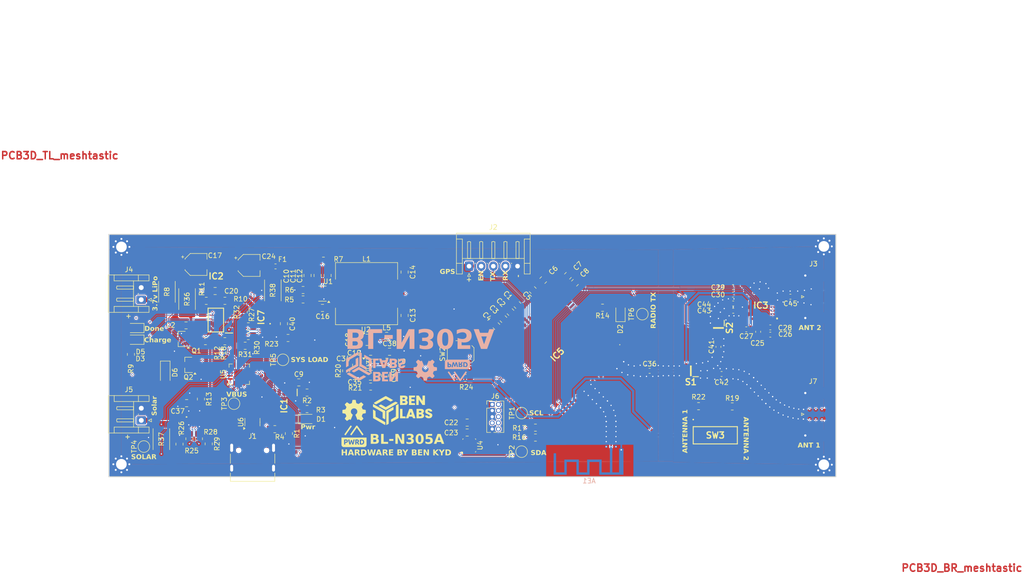
<source format=kicad_pcb>
(kicad_pcb (version 20241229) (generator "pcbnew") (generator_version "9.0")
  (layers (0 "F.Cu" signal) (4 "In1.Cu" signal) (6 "In2.Cu" signal) (2 "B.Cu" signal) (13 "F.Paste" user) (15 "B.Paste" user) (5 "F.SilkS" user "F.Silkscreen") (7 "B.SilkS" user "B.Silkscreen") (1 "F.Mask" user) (3 "B.Mask" user) (25 "Edge.Cuts" user))
  (net 0 "")
  (net 1 "GND")
  (net 2 "VDD_NRF")
  (net 3 "Net-(IC1-VDD)")
  (net 4 "Sys Load")
  (net 5 "Net-(U1-SW)")
  (net 6 "Net-(U1-VBST)")
  (net 7 "Net-(C20-Pad2)")
  (net 8 "+4V")
  (net 9 "Net-(S1-RFC)")
  (net 10 "RF_LORA")
  (net 11 "Net-(IC4-SS)")
  (net 12 "+5V")
  (net 13 "Net-(IC7-SS)")
  (net 14 "Net-(D1-A)")
  (net 15 "Net-(D1-K)")
  (net 16 "D+")
  (net 17 "D-")
  (net 18 "CC2")
  (net 20 "CC1")
  (net 22 "Net-(D2-A)")
  (net 23 "Net-(D3-K)")
  (net 24 "RST")
  (net 25 "Net-(D3-A)")
  (net 26 "Net-(D5-K)")
  (net 27 "Net-(IC4-OV1)")
  (net 28 "Charger Load")
  (net 29 "Net-(IC4-ILIM)")
  (net 30 "Net-(IC4-OV2)")
  (net 31 "Net-(U2-L)")
  (net 32 "VBUS")
  (net 33 "Sol Shunt 1")
  (net 34 "Net-(IC7-OV1)")
  (net 35 "Net-(IC7-OV2)")
  (net 37 "Net-(IC7-ILIM)")
  (net 38 "Bat Shunt 1")
  (net 39 "GPS_EN")
  (net 40 "GPS_TX")
  (net 41 "GPS_RX")
  (net 42 "Net-(IC3-ANT)")
  (net 46 "SWDIO")
  (net 47 "SWDCLK")
  (net 48 "Net-(IC2-CSP)")
  (net 49 "Net-(D6-K)")
  (net 50 "RF_WIFI_BT")
  (net 51 "Net-(U3-L)")
  (net 52 "Net-(IC2-DRV)")
  (net 53 "Net-(IC2-VCC)")
  (net 54 "Net-(IC2-VG)")
  (net 55 "Net-(IC1-CFG1)")
  (net 56 "Net-(IC1-VBUS)")
  (net 57 "Net-(U1-EN)")
  (net 58 "Net-(U1-VFB)")
  (net 59 "Net-(IC2-COM)")
  (net 60 "Net-(IC2-MPPT)")
  (net 61 "Net-(IC5-P0.03)")
  (net 62 "I2C SDA")
  (net 63 "I2C SCL")
  (net 64 "USE_ANT_2")
  (net 65 "Net-(U3-FB)")
  (net 66 "USE_ANT_1")
  (net 67 "USR_BUTTON")
  (net 74 "Net-(U1-VIN)")
  (net 77 "Net-(IC3-RX3)")
  (net 78 "Net-(IC3-RX1)")
  (net 92 "RADIO TX")
  (net 99 "RADIO C1")
  (net 102 "RADIO C2")
  (net 116 "Net-(J1-D+-PadA6)")
  (net 117 "Net-(J1-D--PadA7)")
  (net 118 "Net-(J7-In)")
  (net 119 "Net-(IC3-TX)")
  (net 120 "RADIO RX")
  (net 121 "Net-(S1-RF2)")
  (net 122 "Net-(S2-RFC)")
  (net 123 "Net-(S1-RF1)")
  (net 124 "Net-(S2-RF1)")
  (net 125 "Net-(S2-RF2)")
  (net 126 "Net-(J3-In)")
  (footprint "LED_SMD:LED_0805_2012Metric_Pad1.15x1.40mm_HandSolder" (layer "F.Cu") (at 182.63882 78.65 90)
    (property "Reference" "D2")
    (property "Value" "LED")
  )
  (footprint "TestPoint:TestPoint_Pad_D2.0mm" (layer "F.Cu") (at 162.23882 99.37349 90)
    (property "Reference" "TP1")
    (property "Value" "TestPoint")
  )
  (footprint "Capacitor_SMD:C_0805_2012Metric_Pad1.18x1.45mm_HandSolder" (layer "F.Cu") (at 138.08882 70.27349 -90)
    (property "Reference" "C14")
    (property "Value" "22uF")
  )
  (footprint "Resistor_SMD:R_0805_2012Metric_Pad1.20x1.40mm_HandSolder" (layer "F.Cu") (at 105.18882 85.47349)
    (property "Reference" "R31")
    (property "Value" "5k")
  )
  (footprint "meshtastic:SOT65P210X110-6N" (layer "F.Cu") (at 202.85 81.8 -90)
    (property "Reference" "S2")
    (property "Value" "MASWSS0136TR-3000" (hide yes))
  )
  (footprint "Resistor_SMD:R_0805_2012Metric_Pad1.20x1.40mm_HandSolder" (layer "F.Cu") (at 105.83882 83.47349 180)
    (property "Reference" "R30")
    (property "Value" "23.7k")
  )
  (footprint "Resistor_SMD:R_0805_2012Metric_Pad1.20x1.40mm_HandSolder" (layer "F.Cu") (at 198.75 97.95 180)
    (property "Reference" "R22")
    (property "Value" "4.7k")
  )
  (footprint "Resistor_SMD:R_0805_2012Metric_Pad1.20x1.40mm_HandSolder" (layer "F.Cu") (at 126.0375 90.65 -90)
    (property "Reference" "R20")
    (property "Value" "100k")
  )
  (footprint "Capacitor_SMD:C_0603_1608Metric_Pad1.08x0.95mm_HandSolder" (layer "F.Cu") (at 211.05 82.588 -90)
    (property "Reference" "C25")
    (property "Value" "220pF")
  )
  (footprint "Capacitor_SMD:C_0805_2012Metric_Pad1.18x1.45mm_HandSolder" (layer "F.Cu") (at 157.03882 81.42349 135)
    (property "Reference" "C4")
    (property "Value" "100nF")
  )
  (footprint "Inductor_SMD:L_SXN_SMDRI124" (layer "F.Cu") (at 130.23882 74.72349)
    (property "Reference" "L1")
    (property "Value" "2.2uH")
  )
  (footprint "Ben Labs:open-hardware" (layer "F.Cu") (at 127.65 98.85)
    (property "Reference" "G***" (hide yes))
    (property "Value" "LOGO" (hide yes))
  )
  (footprint "Package_TO_SOT_SMD:Texas_R-PDSO-G6" (layer "F.Cu") (at 130.7875 84.25)
    (property "Reference" "U2")
    (property "Value" "TPS61222DCK")
  )
  (footprint "Ben Labs:meshtastic" (layer "F.Cu") (at 127.650309 103.886549)
    (property "Reference" "G***" (hide yes))
    (property "Value" "LOGO" (hide yes))
  )
  (footprint "TestPoint:TestPoint_Pad_D2.0mm" (layer "F.Cu") (at 112.98882 88.37349 90)
    (property "Reference" "TP5")
    (property "Value" "TestPoint")
  )
  (footprint "Resistor_SMD:R_0805_2012Metric_Pad1.20x1.40mm_HandSolder" (layer "F.Cu") (at 96.98882 84.52349 180)
    (property "Reference" "R12")
    (property "Value" "51k")
  )
  (footprint "TestPoint:TestPoint_Pad_D2.0mm" (layer "F.Cu") (at 84.28882 106.27349 90)
    (property "Reference" "TP4")
    (property "Value" "TestPoint")
  )
  (footprint "Package_DFN_QFN:Texas_RGV0016A_VQFN-16-1EP_4x4mm_P0.65mm_EP2.1x2.1mm" (layer "F.Cu") (at 103.97632 91.34849 90)
    (property "Reference" "U5")
    (property "Value" "INA3221")
  )
  (footprint "Resistor_SMD:R_0805_2012Metric_Pad1.20x1.40mm_HandSolder" (layer "F.Cu") (at 101.00882 76.20349 180)
    (property "Reference" "R10")
    (property "Value" "120")
  )
  (footprint "LED_SMD:LED_0805_2012Metric_Pad1.15x1.40mm_HandSolder" (layer "F.Cu") (at 82.46382 84.22349 180)
    (property "Reference" "D3")
    (property "Value" "LED")
  )
  (footprint "MountingHole:MountingHole_2.2mm_M2_Pad_Via" (layer "F.Cu") (at 224.594193 110.020475)
    (property "Reference" "REF**" (hide yes))
    (property "Value" "MountingHole_2.2mm_M2_Pad_Via")
  )
  (footprint "Capacitor_SMD:C_0805_2012Metric_Pad1.18x1.45mm_HandSolder" (layer "F.Cu") (at 122.18882 70.97349 90)
    (property "Reference" "C12")
    (property "Value" "100nF")
  )
  (footprint "Package_TO_SOT_SMD:Texas_R-PDSO-G6" (layer "F.Cu") (at 130.7875 89.4)
    (property "Reference" "U3")
    (property "Value" "TPS61222DCK")
  )
  (footprint "Package_TO_SOT_SMD:SOT-23-6" (layer "F.Cu") (at 106.694193 101.232975 90)
    (property "Reference" "U6")
    (property "Value" "USBLC6-2SC6")
  )
  (footprint "Resistor_SMD:R_0805_2012Metric_Pad1.20x1.40mm_HandSolder" (layer "F.Cu") (at 117.13882 73.97349 180)
    (property "Reference" "R6")
    (property "Value" "10k")
  )
  (footprint "Connector_Coaxial:SMA_Molex_73251-1153_EdgeMount_Horizontal" (layer "F.Cu") (at 222.494193 75.370475 180)
    (property "Reference" "J3")
    (property "Value" "Conn_Coaxial_Small")
  )
  (footprint "Package_TO_SOT_SMD:SOT-23_Handsoldering" (layer "F.Cu") (at 92.12882 84.07349 180)
    (property "Reference" "Q1")
    (property "Value" "PMOS")
  )
  (footprint "Connector_PinHeader_1.27mm:PinHeader_2x05_P1.27mm_Vertical" (layer "F.Cu") (at 156.16882 97.58349)
    (property "Reference" "J6")
    (property "Value" "Conn_ARM_JTAG_SWD_10")
  )
  (footprint "Capacitor_SMD:C_0805_2012Metric_Pad1.18x1.45mm_HandSolder" (layer "F.Cu") (at 159.93882 78.52349 135)
    (property "Reference" "C2")
    (property "Value" "10uF")
  )
  (footprint "Inductor_SMD:L_0805_2012Metric_Pad1.15x1.40mm_HandSolder" (layer "F.Cu") (at 92.98882 81.27349)
    (property "Reference" "L2")
    (property "Value" "10uH")
  )
  (footprint "Resistor_SMD:R_0805_2012Metric_Pad1.20x1.40mm_HandSolder" (layer "F.Cu") (at 91.63882 105.77349 90)
    (property "Reference" "R25")
    (property "Value" "5k")
  )
  (footprint "Resistor_SMD:R_0805_2012Metric_Pad1.20x1.40mm_HandSolder" (layer "F.Cu") (at 121.33882 67.92349 180)
    (property "Reference" "R7")
    (property "Value" "33.2k")
  )
  (footprint "Ben Labs:ben-labs" (layer "F.Cu") (at 137.45 98.447573)
    (property "Reference" "G***" (hide yes))
    (property "Value" "LOGO" (hide yes))
  )
  (footprint "Capacitor_SMD:C_0603_1608Metric_Pad1.08x0.95mm_HandSolder" (layer "F.Cu") (at 217.7 75.35 180)
    (property "Reference" "C45")
    (property "Value" "470pF")
  )
  (footprint "Capacitor_SMD:C_0603_1608Metric_Pad1.08x0.95mm_HandSolder" (layer "F.Cu") (at 188.65 90.65)
    (property "Reference" "C36")
    (property "Value" "470pF")
  )
  (footprint "Capacitor_SMD:C_0805_2012Metric_Pad1.18x1.45mm_HandSolder" (layer "F.Cu") (at 171.78882 71.02349 45)
    (property "Reference" "C7")
    (property "Value" "10uF")
  )
  (footprint "TPS:TPS2121RUXT" (layer "F.Cu") (at 94.63882 100.57349)
    (property "Reference" "IC4" (hide yes))
    (property "Value" "TPS2121RUXT" (hide yes))
  )
  (footprint "Capacitor_SMD:C_0805_2012Metric_Pad1.18x1.45mm_HandSolder" (layer "F.Cu") (at 131.0375 91.85 180)
    (property "Reference" "C35")
    (property "Value" "10uF")
  )
  (footprint "Connector_JST:JST_EH_S2B-EH_1x02_P2.50mm_Horizontal" (layer "F.Cu") (at 83.754193 100.870475 90)
    (property "Reference" "J5")
    (property "Value" "Conn_01x02_Socket")
  )
  (footprint "Capacitor_SMD:CP_Elec_4x5.4" (layer "F.Cu") (at 95.05 68.7)
    (property "Reference" "C17")
    (property "Value" "10uF")
  )
  (footprint "Resistor_SMD:R_0805_2012Metric_Pad1.20x1.40mm_HandSolder" (layer "F.Cu") (at 114.03882 83.87349)
    (property "Reference" "R23")
    (property "Value" "51.1k")
  )
  (footprint "Resistor_SMD:R_0805_2012Metric_Pad1.20x1.40mm_HandSolder" (layer "F.Cu") (at 117.959193 95.140475 180)
    (property "Reference" "R2")
    (property "Value" "1k")
  )
  (footprint "Diode_SMD:D_SOD-123" (layer "F.Cu") (at 88.7 91 -90)
    (property "Reference" "D6")
    (property "Value" "D_Schottky")
  )
  (footprint "Capacitor_SMD:C_0603_1608Metric_Pad1.08x0.95mm_HandSolder" (layer "F.Cu") (at 205.85 74.938 180)
    (property "Reference" "C30")
    (property "Value" "220pF")
  )
  (footprint "Capacitor_SMD:C_0603_1608Metric_Pad1.08x0.95mm_HandSolder" (layer "F.Cu") (at 213.55 81.688)
    (property "Reference" "C28")
    (property "Value" "0.047uF")
  )
  (footprint "meshtastic:SS3235SL3" (layer "F.Cu") (at 202.2 103.95)
    (property "Reference" "SW3")
    (property "Value" "SW_DPDT_x2" (hide yes))
  )
  (footprint "LED_SMD:LED_0805_2012Metric_Pad1.15x1.40mm_HandSolder" (layer "F.Cu") (at 118.009193 100.590475)
    (property "Reference" "D1")
    (property "Value" "LED")
  )
  (footprint "Resistor_SMD:R_0805_2012Metric_Pad1.20x1.40mm_HandSolder" (layer "F.Cu") (at 165.08882 102.37349)
    (property "Reference" "R17")
    (property "Value" "4.7k")
  )
  (footprint "MountingHole:MountingHole_2.2mm_M2_Pad_Via" (layer "F.Cu") (at 79.644193 109.930475)
    (property "Reference" "REF**" (hide yes))
    (property "Value" "MountingHole_2.2mm_M2_Pad_Via")
  )
  (footprint "MountingHole:MountingHole_2.2mm_M2_Pad_Via" (layer "F.Cu") (at 79.654193 65.080475)
    (property "Reference" "REF**" (hide yes))
    (property "Value" "MountingHole_2.2mm_M2_Pad_Via")
  )
  (footprint "Connector_JST:JST_EH_S5B-EH_1x05_P2.50mm_Horizontal" (layer "F.Cu") (at 151.394193 69.050475)
    (property "Reference" "J2")
    (property "Value" "Conn_01x05_Socket")
  )
  (footprint "Capacitor_SMD:C_0805_2012Metric_Pad1.18x1.45mm_HandSolder" (layer "F.Cu") (at 150.99882 101.33349)
    (property "Reference" "C22")
    (property "Value" "100nF")
  )
  (footprint "Connector_Coaxial:SMA_Molex_73251-1153_EdgeMount_Horizontal" (layer "F.Cu") (at 222.494193 99.610475 180)
    (property "Reference" "J7")
    (property "Value" "Conn_Coaxial_Small")
  )
  (footprint "Resistor_SMD:R_2512_6332Metric_Pad1.40x3.35mm_HandSolder" (layer "F.Cu") (at 93.2 75.85 90)
    (property "Reference" "R36")
    (property "Value" "0.1")
  )
  (footprint "MountingHole:MountingHole_2.2mm_M2_Pad_Via" (layer "F.Cu") (at 224.594193 64.970475)
    (property "Reference" "REF**" (hide yes))
    (property "Value" "MountingHole_2.2mm_M2_Pad_Via")
  )
  (footprint "Capacitor_SMD:C_0603_1608Metric_Pad1.08x0.95mm_HandSolder" (layer "F.Cu") (at 203.5 91.3 180)
    (property "Reference" "C42")
    (property "Value" "470pF")
  )
  (footprint "TestPoint:TestPoint_Pad_D2.0mm" (layer "F.Cu") (at 162.23882 107.32349 90)
    (property "Reference" "TP2")
    (property "Value" "TestPoint")
  )
  (footprint "Resistor_SMD:R_0805_2012Metric_Pad1.20x1.40mm_HandSolder" (layer "F.Cu") (at 93.68882 104.67349 -90)
    (property "Reference" "R26")
    (property "Value" "23.7k")
  )
  (footprint "Resistor_SMD:R_0805_2012Metric_Pad1.20x1.40mm_HandSolder" (layer "F.Cu") (at 96.06382 96.47349 90)
    (property "Reference" "R13")
    (property "Value" "51.1k")
  )
  (footprint "Capacitor_SMD:C_0603_1608Metric_Pad1.08x0.95mm_HandSolder" (layer "F.Cu") (at 205.9 76.75)
    (property "Reference" "C44")
    (property "Value" "470pF")
  )
  (footprint "Resistor_SMD:R_0805_2012Metric_Pad1.20x1.40mm_HandSolder" (layer "F.Cu") (at 104.88882 78.52349 90)
    (property "Reference" "R32")
    (property "Value" "5k")
  )
  (footprint "LED_SMD:LED_0805_2012Metric_Pad1.15x1.40mm_HandSolder" (layer "F.Cu") (at 82.46382 81.82349 180)
    (property "Reference" "D5")
    (property "Value" "LED")
  )
  (footprint "Capacitor_SMD:C_0805_2012Metric_Pad1.18x1.45mm_HandSolder" (layer "F.Cu") (at 121.13882 77.67349)
    (property "Reference" "C16")
    (property "Value" "22uF")
  )
  (footprint "Capacitor_SMD:C_0805_2012Metric_Pad1.18x1.45mm_HandSolder" (layer "F.Cu") (at 134.9875 86.7125)
    (property "Reference" "C38")
    (property "Value" "22uF")
  )
  (footprint "Capacitor_SMD:C_0603_1608Metric_Pad1.08x0.95mm_HandSolder" (layer "F.Cu") (at 202.85 85.7 90)
    (property "Reference" "C41")
    (property "Value" "470pF")
  )
  (footprint "Button_Switch_SMD:SW_Push_1P1T_XKB_TS-1187A" (layer "F.Cu") (at 149.654193 87.180475 90)
    (property "Reference" "SW2")
    (property "Value" "SW_Push")
  )
  (footprint "Capacitor_SMD:C_0805_2012Metric_Pad1.18x1.45mm_HandSolder" (layer "F.Cu") (at 113.18882 80.92349 90)
    (property "Reference" "C40")
    (property "Value" "1uF")
  )
  (footprint "Resistor_SMD:R_0805_2012Metric_Pad1.20x1.40mm_HandSolder" (layer "F.Cu") (at 97.66382 105.72349 90)
    (property "Reference" "R29")
    (property "Value" "5k")
  )
  (footprint "Resistor_SMD:R_0805_2012Metric_Pad1.20x1.40mm_HandSolder" (layer "F.Cu") (at 97.15882 76.20349 180)
    (property "Reference" "R11")
    (property "Value" "10k")
  )
  (footprint "meshtastic:SOT65P210X110-6N" (layer "F.Cu") (at 197.15 90.65 180)
    (property "Reference" "S1")
    (property "Value" "MASWSS0136TR-3000" (hide yes))
  )
  (footprint "Inductor_SMD:L_0805_2012Metric_Pad1.15x1.40mm_HandSolder" (layer "F.Cu") (at 134.3875 83.4125)
    (property "Reference" "L5")
    (property "Value" "4.7uH")
  )
  (footprint "Capacitor_SMD:C_0603_1608Metric_Pad1.08x0.95mm_HandSolder" (layer "F.Cu") (at 208.6 82.088 180)
    (property "Reference" "C27")
    (property "Value" "4700pF")
  )
  (footprint "Resistor_SMD:R_0805_2012Metric_Pad1.20x1.40mm_HandSolder" (layer "F.Cu") (at 81.615947 87.256505 -90)
    (property "Reference" "R9")
    (property "Value" "10k")
  )
  (footprint "Capacitor_SMD:C_0805_2012Metric_Pad1.18x1.45mm_HandSolder" (layer "F.Cu") (at 161.38882 77.07349 135)
    (property "Reference" "C1")
    (property "Value" "10uF")
  )
  (footprint "TestPoint:TestPoint_Pad_D2.0mm" (layer "F.Cu") (at 102.88882 97.42349 90)
    (property "Reference" "TP3")
    (property "Value" "TestPoint")
  )
  (footprint "Capacitor_SMD:C_0805_2012Metric_Pad1.18x1.45mm_HandSolder" (layer "F.Cu") (at 128.0875 89.5 -90)
    (property "Reference" "C34")
    (property "Value" "10uF")
  )
  (footprint "Resistor_SMD:R_0805_2012Metric_Pad1.20x1.40mm_HandSolder" (layer "F.Cu") (at 178.93882 77.62349 180)
    (property "Reference" "R14")
    (property "Value" "1k")
  )
  (footprint "Capacitor_SMD:C_0805_2012Metric_Pad1.18x1.45mm_HandSolder" (layer "F.Cu") (at 93.11382 97.32349 180)
    (property "Reference" "C37")
    (property "Value" "1uF")
  )
  (footprint "Package_TO_SOT_SMD:SOT-23-6" (layer "F.Cu") (at 121.13882 74.72349 180)
    (property "Reference" "U1")
    (property "Value" "TPS565208")
  )
  (footprint "Inductor_SMD:L_0805_2012Metric_Pad1.15x1.40mm_HandSolder" (layer "F.Cu") (at 134.4375 88.7625)
    (property "Reference" "L9")
    (property "Value" "4.7uH")
  )
  (footprint "Resistor_SMD:R_0805_2012Metric_Pad1.20x1.40mm_HandSolder" (layer "F.Cu") (at 150.58882 92.12349)
    (property "Reference" "R24")
    (property "Value" "4.7k")
  )
  (footprint "Resistor_SMD:R_0805_2012Metric_Pad1.20x1.40mm_HandSolder" (layer "F.Cu") (at 111.309193 102.690475)
    (property "Reference" "R4")
    (property "Value" "10k")
  )
  (footprint "meshtastic:WioWM1110" (layer "F.Cu") (at 169.622275 87.317751 -135)
    (property "Reference" "IC5")
    (property "Value" "Wio-WM1110" (hide yes))
  )
  (footprint "Connector_USB:USB_C_Receptacle_G-Switch_GT-USB-7010ASV" (layer "F.Cu") (at 106.724193 109.660475)
    (property "Reference" "J1")
    (property "Value" "USB_C_Receptacle_USB2.0")
  )
  (footprint "Capacitor_SMD:C_0805_2012Metric_Pad1.18x1.45mm_HandSolder" (layer "F.Cu") (at 131.0875 86.7 180)
    (property "Reference" "C19")
    (property "Value" "10uF")
  )
  (footprint "Capacitor_SMD:C_0805_2012Metric_Pad1.18x1.45mm_HandSolder" (layer "F.Cu") (at 173.23882 72.47349 45)
    (property "Reference" "C8")
    (property "Value" "10uF")
  )
  (footprint "Capacitor_SMD:C_0805_2012Metric_Pad1.18x1.45mm_HandSolder" (layer "F.Cu") (at 118.05882 70.97349 90)
    (property "Reference" "C10")
    (property "Value" "10uF")
  )
  (footprint "Resistor_SMD:R_0805_2012Metric_Pad1.20x1.40mm_HandSolder" (layer "F.Cu") (at 165.08882 104.42349 180)
    (property "Reference" "R16")
    (property "Value" "4.7k")
  )
  (footprint "Resistor_SMD:R_2512_6332Metric_Pad1.40x3.35mm_HandSolder" (layer "F.Cu") (at 110.9 74.05 -90)
    (property "Reference" "R38")
    (property "Value" "0.1")
  )
  (footprint "Capacitor_SMD:C_0805_2012Metric_Pad1.18x1.45mm_HandSolder" (layer "F.Cu") (at 128.1375 84.25 -90)
    (property "Reference" "C18")
    (property "Value" "10uF")
  )
  (footprint "Capacitor_SMD:C_0805_2012Metric_Pad1.18x1.45mm_HandSolder" (layer "F.Cu") (at 134.0375 91.65 -90)
    (property "Reference" "C39")
    (property "Value" "22uF")
  )
  (footprint "Capacitor_SMD:C_0603_1608Metric_Pad1.08x0.95mm_HandSolder" (layer "F.Cu") (at 205.85 73.388 180)
    (property "Reference" "C29")
    (property "Value" "470pF")
  )
  (footprint "Resistor_SMD:R_0805_2012Metric_Pad1.20x1.40mm_HandSolder" (layer "F.Cu") (at 205.7 98 180)
    (property "Reference" "R19")
    (property "Value" "4.7k")
  )
  (footprint "Package_TO_SOT_SMD:SOT-23_Handsoldering" (layer "F.Cu") (at 93.48882 89.42349 180)
    (property "Reference" "Q2")
    (property "Value" "PMOS")
  )
  (footprint "Capacitor_SMD:C_0805_2012Metric_Pad1.18x1.45mm_HandSolder" (layer "F.Cu") (at 120.13882 70.97349 90)
    (property "Reference" "C11")
    (property "Value" "10uF")
  )
  (footprint "Capacitor_SMD:CP_Elec_4x5.4" (layer "F.Cu") (at 106 68.9)
    (property "Reference" "C24")
    (property "Value" "100nF")
  )
  (footprint "meshtastic:SKY6531321" (layer "F.Cu") (at 211.3 77.15 180)
    (property "Reference" "IC3")
    (property "Value" "SKY65313-21" (hide yes))
  )
  (footprint "Resistor_SMD:R_0805_2012Metric_Pad1.20x1.40mm_HandSolder" (layer "F.Cu") (at 117.13882 75.92349 180)
    (property "Reference" "R5")
    (property "Value" "10k")
  )
  (footprint "Capacitor_SMD:C_0805_2012Metric_Pad1.18x1.45mm_HandSolder" (layer "F.Cu") (at 166.68882 71.92349 45)
    (property "Reference" "C6")
    (property "Value" "10uF")
  )
  (footprint "Capacitor_SMD:C_0805_2012Metric_Pad1.18x1.45mm_HandSolder" (layer "F.Cu") (at 158.48882 79.97349 135)
    (property "Reference" "C3")
    (property "Value" "10uF")
  )
  (footprint "Resistor_SMD:R_2512_6332Metric_Pad1.40x3.35mm_HandSolder" (layer "F.Cu") (at 87.9 104.75 -90)
    (property "Reference" "R37")
    (property "Value" "0.1")
  )
  (footprint "TestPoint:TestPoint_Pad_D2.0mm" (layer "F.Cu") (at 187.15 78.95 180)
    (property "Reference" "TP6")
    (property "Value" "TestPoint")
  )
  (footprint "Capacitor_SMD:C_0805_2012Metric_Pad1.18x1.45mm_HandSolder" (layer "F.Cu") (at 138.08882 79.22349 90)
    (property "Reference" "C13")
    (property "Value" "22uF")
  )
  (footprint "Resistor_SMD:R_0805_2012Metric_Pad1.20x1.40mm_HandSolder" (layer "F.Cu") (at 114.209193 103.590475 -90)
    (property "Reference" "R1")
    (property "Value" "6.8k")
  )
  (footprint "Fuse:Fuse_0603_1608Metric_Pad1.05x0.95mm_HandSolder" (layer "F.Cu") (at 111.45 69.1)
    (property "Reference" "F1")
    (property "Value" "Fuse (3A)")
  )
  (footprint "Resistor_SMD:R_0805_2012Metric_Pad1.20x1.40mm_HandSolder" (layer "F.Cu") (at 131.0875 93.9 180)
    (property "Reference" "R21")
    (property "Value" "700k")
  )
  (footprint "Capacitor_SMD:C_0805_2012Metric_Pad1.18x1.45mm_HandSolder" (layer "F.Cu") (at 98.98882 74.18349)
    (property "Reference" "C20")
    (property "Value" "220nF")
  )
  (footprint "Capacitor_SMD:C_0805_2012Metric_Pad1.18x1.45mm_HandSolder" (layer "F.Cu") (at 150.99882 103.38349)
    (property "Reference" "C23")
    (property "Value" "100nF")
  )
  (footprint "Capacitor_SMD:C_0603_1608Metric_Pad1.08x0.95mm_HandSolder" (layer "F.Cu") (at 213.55 83.188)
    (property "Reference" "C26")
    (property "Value" "470pF")
  )
  (footprint "Resistor_SMD:R_0805_2012Metric_Pad1.20x1.40mm_HandSolder" (layer "F.Cu") (at 100.99882 84.54349 180)
    (property "Reference" "R18")
    (property "Value" "22k")
  )
  (footprint "Resistor_SMD:R_0805_2012Metric_Pad1.20x1.40mm_HandSolder" (layer "F.Cu") (at 105.83882 81.47349 180)
    (property "Reference" "R27")
    (property "Value" "23.7k")
  )
  (footprint "meshtastic:SOP100P600X175-10N" (layer "F.Cu") (at 99.13882 80.17349 180)
    (property "Reference" "IC2")
    (property "Value" "CN3791" (hide yes))
  )
  (footprint "meshtastic:SOP100P600X180-11N" (layer "F.Cu") (at 113.224193 97.860475 -90)
    (property "Reference" "IC1")
    (property "Value" "CH224K" (hide yes))
  )
  (footprint "Capacitor_SMD:C_0603_1608Metric_Pad1.08x0.95mm_HandSolder" (layer "F.Cu") (at 205.9 78.25 180)
    (property "Reference" "C43")
    (property "Value" "470pF")
  )
  (footprint "Resistor_SMD:R_2512_6332Metric_Pad1.40x3.35mm_HandSolder" (layer "F.Cu") (at 89.05 74.35 90)
    (property "Reference" "R8")
    (property "Value" "0.1")
  )
  (footprint "Connector_JST:JST_EH_S2B-EH_1x02_P2.50mm_Horizontal" (layer "F.Cu") (at 83.73882 75.97349 90)
    (property "Reference" "J4")
    (property "Value" "Conn_01x02_Socket")
  )
  (footprint "Capacitor_SMD:C_0805_2012Metric_Pad1.18x1.45mm_HandSolder" (layer "F.Cu") (at 116.259193 93.040475)
    (property "Reference" "C9")
    (property "Value" "1uF")
  )
  (footprint "TPS:TPS2121RUXT" (layer "F.Cu") (at 109.93882 82.47349 -90)
    (property "Reference" "IC7")
    (property "Value" "TPS2121RUXT" (hide yes))
  )
  (footprint "Resistor_SMD:R_0805_2012Metric_Pad1.20x1.40mm_HandSolder" (layer "F.Cu") (at 117.959193 98.540475)
    (property "Reference" "R3")
    (property "Value" "1k")
  )
  (footprint "Resistor_SMD:R_0805_2012Metric_Pad1.20x1.40mm_HandSolder" (layer "F.Cu") (at 95.63882 104.67349 -90)
    (property "Reference" "R28")
    (property "Value" "23.7k")
  )
  (footprint "Capacitor_SMD:C_0805_2012Metric_Pad1.18x1.45mm_HandSolder" (layer "F.Cu") (at 164.53882 73.97349 135)
    (property "Reference" "C5")
    (property "Value" "100nF")
  )
  (footprint "Package_LGA:Bosch_LGA-8_2.5x2.5mm_P0.65mm_ClockwisePinNumbering" (layer "F.Cu") (at 151.43382 106.04849 90)
    (property "Reference" "U4")
    (property "Value" "BME280")
  )
  (footprint "Ben Labs:ben-labs" (layer "B.Cu") (at 131.88882 90.12349)
    (property "Reference" "G***" (hide yes))
    (property "Value" "LOGO" (hide yes))
  )
  (footprint "Ben Labs:meshtastic" (layer "B.Cu") (at 148.989129 90.836941)
    (property "Reference" "G***" (hide yes))
    (property "Value" "LOGO" (hide yes))
  )
  (footprint "RF_Antenna:Texas_SWRA117D_2.4GHz_Left" (layer "B.Cu") (at 180.7 106.95)
    (property "Reference" "AE1")
    (property "Value" "Antenna_Chip")
  )
  (footprint "Ben Labs:open-hardware" (layer "B.Cu") (at 142.33882 90.47349)
    (property "Reference" "G***" (hide yes))
    (property "Value" "LOGO" (hide yes))
  )
  (gr_rect (start 77.074193 62.500475) (end 227.074193 112.500475) (stroke (width 0.2)) (fill no) (layer "Edge.Cuts"))
  (gr_text "PCB3D_TL_meshtastic" (at 54.6 47.1 0) (layer "F.Cu") (effects (font (size 1.5 1.5) (thickness 0.3) (bold yes)) (justify left bottom)))
  (gr_text "PCB3D_BR_meshtastic" (at 240.45 132.2 0) (layer "F.Cu") (effects (font (size 1.5 1.5) (thickness 0.3) (bold yes)) (justify left bottom)))
  (gr_text "RADIO TX" (at 190.05 81.95 90) (layer "F.SilkS") (effects (font (size 1 1)) (justify left bottom)))
  (gr_text "ANT 2" (at 219.4 82.4 0) (layer "F.SilkS") (effects (font (size 1 1)) (justify left bottom)))
  (gr_text "ANT 1" (at 219.2 106.65 0) (layer "F.SilkS") (effects (font (size 1 1)) (justify left bottom)))
  (gr_text "SOLAR" (at 81.65 109.05 0) (layer "F.SilkS") (effects (font (size 1 1)) (justify left bottom)))
  (gr_text "SCL" (at 163.8 100 0) (layer "F.SilkS") (effects (font (size 1 1)) (justify left bottom)))
  (gr_text "-" (at 162.13882 71.37349 90) (layer "F.SilkS") (effects (font (size 1 1)) (justify left bottom)))
  (gr_text "HARDWARE BY BEN KYD" (at 124.95 108.3 0) (layer "F.SilkS") (effects (font (size 1.2 1.2)) (justify left bottom)))
  (gr_text "Solar" (at 87.08882 99.92349 90) (layer "F.SilkS") (effects (font (size 1 1)) (justify left bottom)))
  (gr_text "GPS" (at 145.33882 70.82349 0) (layer "F.SilkS") (effects (font (size 1 1)) (justify left bottom)))
  (gr_text "TX" (at 156.93882 72.17349 90) (layer "F.SilkS") (effects (font (size 1 1)) (justify left bottom)))
  (gr_text "RX" (at 159.53882 72.07349 90) (layer "F.SilkS") (effects (font (size 1 1)) (justify left bottom)))
  (gr_text "+" (at 81.53882 104.87349 90) (layer "F.SilkS") (effects (font (size 1 1)) (justify left bottom)))
  (gr_text "EN" (at 154.48882 72.12349 90) (layer "F.SilkS") (effects (font (size 1 1)) (justify left bottom)))
  (gr_text "Charge" (at 84.33882 84.92349 0) (layer "F.SilkS") (effects (font (size 1 1)) (justify left bottom)))
  (gr_text "Pwr\n" (at 116.63882 102.87349 0) (layer "F.SilkS") (effects (font (size 1 1)) (justify left bottom)))
  (gr_text "+" (at 81.73882 79.97349 90) (layer "F.SilkS") (effects (font (size 1 1)) (justify left bottom)))
  (gr_text "SDA" (at 164.1 108.2 0) (layer "F.SilkS") (effects (font (size 1 1)) (justify left bottom)))
  (gr_text "Done" (at 84.38882 82.57349 0) (layer "F.SilkS") (effects (font (size 1 1)) (justify left bottom)))
  (gr_text "3.7v LiPo" (at 87.23882 78.32349 90) (layer "F.SilkS") (effects (font (size 1 1)) (justify left bottom)))
  (gr_text "ANTENNA 1" (at 196.6 107.65 90) (layer "F.SilkS") (effects (font (size 1 1)) (justify left bottom)))
  (gr_text "+" (at 151.98882 72.42349 90) (layer "F.SilkS") (effects (font (size 1 1)) (justify left bottom)))
  (gr_text "VBUS\n" (at 101.3 96.15 0) (layer "F.SilkS") (effects (font (size 1 1)) (justify left bottom)))
  (gr_text "ANTENNA 2" (at 207.88739 100.128293 270) (layer "F.SilkS") (effects (font (size 1 1)) (justify left bottom)))
  (gr_text "BL-N305A" (at 130.85 106.05 0) (layer "F.SilkS") (effects (font (size 2 2)) (justify left bottom)))
  (gr_text "SYS LOAD" (at 114.6 89 0) (layer "F.SilkS") (effects (font (size 1 1)) (justify left bottom)))
  (gr_text "BL-N305A" (at 125.78882 81.37349 180) (layer "B.SilkS") (effects (font (size 4 4)) (justify left bottom mirror)))
  (segment (start 93.55 98.95) (end 93.56533 98.95) (width 0.16) (layer "F.Cu") (net 1))
  (segment (start 108.78882 83.22349) (end 108.78882 83.72349) (width 0.16) (layer "F.Cu") (net 1))
  (segment (start 91.28882 97.97349) (end 91.93882 97.32349) (width 0.16) (layer "F.Cu") (net 1))
  (segment (start 129.3 85.2875) (end 129.6875 84.9) (width 0.5) (layer "F.Cu") (net 1))
  (segment (start 129.6875 91.5375) (end 130 91.85) (width 0.5) (layer "F.Cu") (net 1))
  (segment (start 118.421835 93.040475) (end 118.43882 93.02349) (width 0.16) (layer "F.Cu") (net 1))
  (segment (start 122.27632 75.67349) (end 121.58882 75.67349) (width 0.16) (layer "F.Cu") (net 1))
  (segment (start 98.9 105.3) (end 98.9 105.2) (width 0.16) (layer "F.Cu") (net 1))
  (segment (start 128.1375 85.2875) (end 129.3 85.2875) (width 0.5) (layer "F.Cu") (net 1))
  (segment (start 128.575 90.05) (end 128.0875 90.5375) (width 0.5) (layer "F.Cu") (net 1))
  (segment (start 129.6875 90.05) (end 129.6875 91.5375) (width 0.5) (layer "F.Cu") (net 1))
  (segment (start 129.6875 90.05) (end 128.575 90.05) (width 0.5) (layer "F.Cu") (net 1))
  (segment (start 104.30132 94.08599) (end 104.33882 94.12349) (width 0.16) (layer "F.Cu") (net 1))
  (segment (start 121.58882 75.67349) (end 121.43882 75.82349) (width 0.16) (layer "F.Cu") (net 1))
  (segment (start 95.5 101.93467) (end 95.38882 101.82349) (width 0.16) (layer "F.Cu") (net 1))
  (segment (start 93.81231 101.8) (end 93.88882 101.72349) (width 0.16) (layer "F.Cu") (net 1))
  (segment (start 93.56533 98.95) (end 93.88882 99.27349) (width 0.16) (layer "F.Cu") (net 1))
  (segment (start 111.08882 83.22349) (end 111.38882 83.22349) (width 0.16) (layer "F.Cu") (net 1))
  (segment (start 91.65 104.76231) (end 91.63882 104.77349) (width 0.16) (layer "F.Cu") (net 1))
  (segment (start 111.63882 83.47349) (end 111.63882 83.67349) (width 0.16) (layer "F.Cu") (net 1))
  (segment (start 98.55 104.85) (end 97.79033 104.85) (width 0.16) (layer "F.Cu") (net 1))
  (segment (start 95.38882 99.27349) (end 95.38882 99.42349) (width 0.16) (layer "F.Cu") (net 1))
  (segment (start 129.3 85.95) (end 130.05 86.7) (width 0.5) (layer "F.Cu") (net 1))
  (segment (start 91.93882 97.32349) (end 92.07632 97.32349) (width 0.16) (layer "F.Cu") (net 1))
  (segment (start 98.9 105.2) (end 98.55 104.85) (width 0.16) (layer "F.Cu") (net 1))
  (segment (start 117.296693 93.040475) (end 118.421835 93.040475) (width 0.16) (layer "F.Cu") (net 1))
  (segment (start 122.18882 69.93599) (end 118.05882 69.93599) (width 1) (layer "F.Cu") (net 1))
  (segment (start 104.30132 93.21099) (end 104.30132 94.08599) (width 0.16) (layer "F.Cu") (net 1))
  (segment (start 95.75 102.15) (end 95.53467 101.93467) (width 0.16) (layer "F.Cu") (net 1))
  (segment (start 95.76231 98.9) (end 95.38882 99.27349) (width 0.16) (layer "F.Cu") (net 1))
  (segment (start 106.18882 86.52349) (end 106.78882 87.12349) (width 0.16) (layer "F.Cu") (net 1))
  (segment (start 95.53467 101.93467) (end 95.5 101.93467) (width 0.16) (layer "F.Cu") (net 1))
  (segment (start 93.88882 99.27349) (end 93.88882 99.42349) (width 0.16) (layer "F.Cu") (net 1))
  (segment (start 91.65 103.95) (end 91.65 104.76231) (width 0.16) (layer "F.Cu") (net 1))
  (segment (start 116.13882 73.97349) (end 115.43882 73.97349) (width 0.16) (layer "F.Cu") (net 1))
  (segment (start 93.55 101.8) (end 93.81231 101.8) (width 0.16) (layer "F.Cu") (net 1))
  (segment (start 98.15882 76.20349) (end 98.15882 74.39099) (width 1) (layer "F.Cu") (net 1))
  (segment (start 126.0375 91.65) (end 126.975 91.65) (width 0.5) (layer "F.Cu") (net 1))
  (segment (start 111.38882 83.22349) (end 111.63882 83.47349) (width 0.16) (layer "F.Cu") (net 1))
  (segment (start 129.3 85.2875) (end 129.3 85.95) (width 0.5) (layer "F.Cu") (net 1))
  (segment (start 114.601835 97.860475) (end 113.224193 97.860475) (width 0.16) (layer "F.Cu") (net 1))
  (segment (start 126.975 91.65) (end 128.0875 90.5375) (width 0.5) (layer "F.Cu") (net 1))
  (segment (start 115.606155 96.856155) (end 114.601835 97.860475) (width 0.16) (layer "F.Cu") (net 1))
  (segment (start 98.15882 74.39099) (end 97.95132 74.18349) (width 1) (layer "F.Cu") (net 1))
  (segment (start 95.8 98.9) (end 95.76231 98.9) (width 0.16) (layer "F.Cu") (net 1))
  (segment (start 95.38882 101.82349) (end 95.38882 101.72349) (width 0.16) (layer "F.Cu") (net 1))
  (segment (start 106.18882 85.47349) (end 106.18882 86.52349) (width 0.16) (layer "F.Cu") (net 1))
  (segment (start 97.79033 104.85) (end 97.66382 104.72349) (width 0.16) (layer "F.Cu") (net 1))
  (via (at 213.255234 95.19102) (size 0.5) (drill 0.25) (layers "F.Cu" "B.Cu") (net 1))
  (via (at 209.490774 94.254988) (size 0.5) (drill 0.25) (layers "F.Cu" "B.Cu") (net 1))
  (via (at 181.7 104.221176) (size 0.5) (drill 0.25) (layers "F.Cu" "B.Cu") (net 1))
  (via (at 185.454657 89.650301) (size 0.5) (drill 0.25) (layers "F.Cu" "B.Cu") (net 1))
  (via (at 119.55 84.3) (size 0.45) (drill 0.25) (layers "F.Cu" "B.Cu") (net 1))
  (via (at 175.985387 95.731473) (size 0.5) (drill 0.25) (layers "F.Cu" "B.Cu") (net 1))
  (via (at 205.050764 79.3) (size 0.5) (drill 0.25) (layers "F.Cu" "B.Cu") (net 1))
  (via (at 218.41084 98.384248) (size 0.5) (drill 0.25) (layers "F.Cu" "B.Cu") (net 1))
  (via (at 220.5 76.65) (size 0.5) (drill 0.25) (layers "F.Cu" "B.Cu") (net 1))
  (via (at 203.317466 88.749855) (size 0.5) (drill 0.25) (layers "F.Cu" "B.Cu") (net 1))
  (via (at 204.5 90.2) (size 0.5) (drill 0.25) (layers "F.Cu" "B.Cu") (net 1))
  (via (at 206.05 79.3) (size 0.5) (drill 0.25) (layers "F.Cu" "B.Cu") (net 1))
  (via (at 138 86.55) (size 0.45) (drill 0.25) (layers "F.Cu" "B.Cu") (net 1))
  (via (at 201.7 84.05) (size 0.5) (drill 0.25) (layers "F.Cu" "B.Cu") (net 1))
  (via (at 189.3 91.8) (size 0.5) (drill 0.25) (layers "F.Cu" "B.Cu") (net 1))
  (via (at 179.094961 96.012619) (size 0.5) (drill 0.25) (layers "F.Cu" "B.Cu") (net 1))
  (via (at 212.642003 97.40579) (size 0.5) (drill 0.25) (layers "F.Cu" "B.Cu") (net 1))
  (via (at 181.699699 101.078397) (size 0.5) (drill 0.25) (layers "F.Cu" "B.Cu") (net 1))
  (via (at 115.43882 73.97349) (size 0.45) (drill 0.25) (layers "F.Cu" "B.Cu") (net 1))
  (via (at 179.7 102.142352) (size 0.5) (drill 0.25) (layers "F.Cu" "B.Cu") (net 1))
  (via (at 193.683333 89.65) (size 0.5) (drill 0.25) (layers "F.Cu" "B.Cu") (net 1))
  (via (at 220.378068 100.610174) (size 0.5) (drill 0.25) (layers "F.Cu" "B.Cu") (net 1))
  (via (at 186.7 89.5) (size 0.5) (drill 0.25) (layers "F.Cu" "B.Cu") (net 1))
  (via (at 181.7 102.142352) (size 0.5) (drill 0.25) (layers "F.Cu" "B.Cu") (net 1))
  (via (at 183.291225 88.75418) (size 0.5) (drill 0.25) (layers "F.Cu" "B.Cu") (net 1))
  (via (at 139.25 94.05) (size 0.45) (drill 0.25) (layers "F.Cu" "B.Cu") (net 1))
  (via (at 184.282178 89.42136) (size 0.5) (drill 0.25) (layers "F.Cu" "B.Cu") (net 1))
  (via (at 179.7 105.260588) (size 0.5) (drill 0.25) (layers "F.Cu" "B.Cu") (net 1))
  (via (at 179.7 104.221176) (size 0.5) (drill 0.25) (layers "F.Cu" "B.Cu") (net 1))
  (via (at 91.65 103.95) (size 0.45) (drill 0.25) (layers "F.Cu" "B.Cu") (net 1))
  (via (at 216.495245 97.716158) (size 0.5) (drill 0.25) (layers "F.Cu" "B.Cu") (net 1))
  (via (at 92.05 82.95) (size 0.45) (drill 0.25) (layers "F.Cu" "B.Cu") (net 1))
  (via (at 148.3 77.9) (size 0.45) (drill 0.25) (layers "F.Cu" "B.Cu") (net 1))
  (via (at 191.466666 91.65) (size 0.5) (drill 0.25) (layers "F.Cu" "B.Cu") (net 1))
  (via (at 182.937743 90.983257) (size 0.5) (drill 0.25) (layers "F.Cu" "B.Cu") (net 1))
  (via (at 201.2 79.456854) (size 0.5) (drill 0.25) (layers "F.Cu" "B.Cu") (net 1))
  (via (at 204.9 75.788301) (size 0.5) (drill 0.25) (layers "F.Cu" "B.Cu") (net 1))
  (via (at 137.9 83.55) (size 0.45) (drill 0.25) (layers "F.Cu" "B.Cu") (net 1))
  (via (at 93.2 75.85) (size 0.45) (drill 0.25) (layers "F.Cu" "B.Cu") (net 1))
  (via (at 179.158878 99.096501) (size 0.5) (drill 0.25) (layers "F.Cu" "B.Cu") (net 1))
  (via (at 211.057605 95.821819) (size 0.5) (drill 0.25) (layers "F.Cu" "B.Cu") (net 1))
  (via (at 210.904988 92.840774) (size 0.5) (drill 0.25) (layers "F.Cu" "B.Cu") (net 1))
  (via (at 181.7 106.3) (size 0.5) (drill 0.25) (layers "F.Cu" "B.Cu") (net 1))
  (via (at 200.55 90.6) (size 0.5) (drill 0.25) (layers "F.Cu" "B.Cu") (net 1))
  (via (at 201.2 80.8) (size 0.5) (drill 0.25) (layers "F.Cu" "B.Cu") (net 1))
  (via (at 175.137708 94.883794) (size 0.5) (drill 0.25) (layers "F.Cu" "B.Cu") (net 1))
  (via (at 217.433953 98.104983) (size 0.5) (drill 0.25) (layers "F.Cu" "B.Cu") (net 1))
  (via (at 114.209193 105.75) (size 0.45) (drill 0.25) (layers "F.Cu" "B.Cu") (net 1))
  (via (at 204.6 92.35) (size 0.5) (drill 0.25) (layers "F.Cu" "B.Cu") (net 1))
  (via (at 95.8 98.9) (size 0.45) (drill 0.25) (layers "F.Cu" "B.Cu") (net 1))
  (via (at 203.95 84.05) (size 0.5) (drill 0.25) (layers "F.Cu" "B.Cu") (net 1))
  (via (at 187.95 89.5) (size 0.5) (drill 0.25) (layers "F.Cu" "B.Cu") (net 1))
  (via (at 210.121573 92.057359) (size 0.5) (drill 0.25) (layers "F.Cu" "B.Cu") (net 1))
  (via (at 219.306119 100.555533) (size 0.5) (drill 0.25) (layers "F.Cu" "B.Cu") (net 1))
  (via (at 123.65 102.35) (size 0.45) (drill 0.25) (layers "F.Cu" "B.Cu") (net 1))
  (via (at 181.894578 90.185534) (size 0.5) (drill 0.25) (layers "F.Cu" "B.Cu") (net 1))
  (via (at 215 74.6) (size 0.5) (drill 0.25) (layers "F.Cu" "B.Cu") (net 1))
  (via (at 199.15 92.15) (size 0.5) (drill 0.25) (layers "F.Cu" "B.Cu") (net 1))
  (via (at 215.05 76.05) (size 0.5) (drill 0.25) (layers "F.Cu" "B.Cu") (net 1))
  (via (at 180.695572 97.779762) (size 0.5) (drill 0.25) (layers "F.Cu" "B.Cu") (net 1))
  (via (at 219.412631 98.553534) (size 0.5) (drill 0.25) (layers "F.Cu" "B.Cu") (net 1))
  (via (at 117.58882 104.07349) (size 0.45) (drill 0.25) (layers "F.Cu" "B.Cu") (net 1))
  (via (at 214.301583 98.763395) (size 0.5) (drill 0.25) (layers "F.Cu" "B.Cu") (net 1))
  (via (at 181.243275 98.806838) (size 0.5) (drill 0.25) (layers "F.Cu" "B.Cu") (net 1))
  (via (at 203.2 90.2) (size 0.5) (drill 0.25) (layers "F.Cu" "B.Cu") (net 1))
  (via (at 201.85 90.15) (size 0.5) (drill 0.25) (layers "F.Cu" "B.Cu") (net 1))
  (via (at 221.95 77) (size 0.5) (drill 0.25) (layers "F.Cu" "B.Cu") (net 1))
  (via (at 220.6 74.05) (size 0.5) (drill 0.25) (layers "F.Cu" "B.Cu") (net 1))
  (via (at 93.55 98.95) (size 0.45) (drill 0.25) (layers "F.Cu" "B.Cu") (net 1))
  (via (at 210.104007 92.040219) (size 0.5) (drill 0.25) (layers "F.Cu" "B.Cu") (net 1))
  (via (at 157.35 105.9) (size 0.45) (drill 0.25) (layers "F.Cu" "B.Cu") (net 1))
  (via (at 203.95 86.7) (size 0.5) (drill 0.25) (layers "F.Cu" "B.Cu") (net 1))
  (via (at 202.695573 89.568214) (size 0.5) (drill 0.25) (layers "F.Cu" "B.Cu") (net 1))
  (via (at 185.405567 91.649699) (size 0.5) (drill 0.25) (layers "F.Cu" "B.Cu") (net 1))
  (via (at 208.175031 90.756721) (size 0.5) (drill 0.25) (layers "F.Cu" "B.Cu") (net 1))
  (via (at 106.78882 87.12349) (size 0.45) (drill 0.25) (layers "F.Cu" "B.Cu") (net 1))
  (via (at 203.710778 87.800315) (size 0.5) (drill 0.25) (layers "F.Cu" "B.Cu") (net 1))
  (via (at 220.402611 98.610475) (size 0.5) (drill 0.25) (layers "F.Cu" "B.Cu") (net 1))
  (via (at 108.6 74.05) (size 0.45) (drill 0.25) (layers "F.Cu" "B.Cu") (net 1))
  (via (at 85.25 104.4) (size 0.45) (drill 0.25) (layers "F.Cu" "B.Cu") (net 1))
  (via (at 211.84102 96.605234) (size 0.5) (drill 0.25) (layers "F.Cu" "B.Cu") (net 1))
  (via (at 217.65 76.45) (size 0.5) (drill 0.25) (layers "F.Cu" "B.Cu") (net 1))
  (via (at 118.43882 93.02349) (size 0.45) (drill 0.25) (layers "F.Cu" "B.Cu") (net 1))
  (via (at 179.564561 100.075912) (size 0.5) (drill 0.25) (layers "F.Cu" "B.Cu") (net 1))
  (via (at 108.65 96.05) (size 0.45) (drill 0.25) (layers "F.Cu" "B.Cu") (net 1))
  (via (at 200.7 88.7) (size 0.5) (drill 0.25) (layers "F.Cu" "B.Cu") (net 1))
  (via (at 200.55 92.15) (size 0.5) (drill 0.25) (layers "F.Cu" "B.Cu") (net 1))
  (via (at 214.778934 96.634195) (size 0.5) (drill 0.25) (layers "F.Cu" "B.Cu") (net 1))
  (via (at 213.2 73.6) (size 0.5) (drill 0.25) (layers "F.Cu" "B.Cu") (net 1))
  (via (at 194.791666 89.65) (size 0.5) (drill 0.25) (layers "F.Cu" "B.Cu") (net 1))
  (via (at 179.7 106.3) (size 0.5) (drill 0.25) (layers "F.Cu" "B.Cu") (net 1))
  (via (at 181.7 103.181764) (size 0.5) (drill 0.25) (layers "F.Cu" "B.Cu") (net 1))
  (via (at 205.9 77.5) (size 0.5) (drill 0.25) (layers "F.Cu" "B.Cu") (net 1))
  (via (at 183.308792 88.77132) (size 0.5) (drill 0.25) (layers "F.Cu" "B.Cu") (net 1))
  (via (at 209.45 73.45) (size 0.5) (drill 0.25) (layers "F.Cu" "B.Cu") (net 1))
  (via (at 214.021083 95.957296) (size 0.5) (drill 0.25) (layers "F.Cu" "B.Cu") (net 1))
  (via (at 177.399601 94.317259) (size 0.5) (drill 0.25) (layers "F.Cu" "B.Cu") (net 1))
  (via (at 205.878932 90.3) (size 0.5) (drill 0.25) (layers "F.Cu" "B.Cu") (net 1))
  (via (at 208.724925 93.488711) (size 0.5) (drill 0.25) (layers "F.Cu" "B.Cu") (net 1))
  (via (at 96.1 92.4) (size 0.45) (drill 0.25) (layers "F.Cu" "B.Cu") (net 1))
  (via (at 181.582243 99.920375) (size 0.5) (drill 0.25) (layers "F.Cu" "B.Cu") (net 1))
  (via (at 179.959779 96.877865) (size 0.5) (drill 0.25) (layers "F.Cu" "B.Cu") (net 1))
  (via (at 181.7 105.260588) (size 0.5) (drill 0.25) (layers "F.Cu" "B.Cu") (net 1))
  (via (at 215.222666 99.314485) (size 0.5) (drill 0.25) (layers "F.Cu" "B.Cu") (net 1))
  (via (at 220.402611 100.610475) (size 0.5) (drill 0.25) (layers "F.Cu" "B.Cu") (net 1))
  (via (at 203.95 85.45) (size 0.5) (drill 0.25) (layers "F.Cu" "B.Cu") (net 1))
  (via (at 193.683333 91.65) (size 0.5) (drill 0.25) (layers "F.Cu" "B.Cu") (net 1))
  (via (at 111.63882 83.67349) (size 0.45) (drill 0.25) (layers "F.Cu" "B.Cu") (net 1))
  (via (at 184.128403 91.476446) (size 0.5) (drill 0.25) (layers "F.Cu" "B.Cu") (net 1))
  (via (at 91.28882 97.97349) (size 0.45) (drill 0.25) (layers "F.Cu" "B.Cu") (net 1))
  (via (at 95.75 102.15) (size 0.45) (drill 0.25) (layers "F.Cu" "B.Cu") (net 1))
  (via (at 203.720807 76.016358) (size 0.5) (drill 0.25) (layers "F.Cu" "B.Cu") (net 1))
  (via (at 177.680747 97.426833) (size 0.5) (drill 0.25) (layers "F.Cu" "B.Cu") (net 1))
  (via (at 181.912145 90.202674) (size 0.5) (drill 0.25) (layers "F.Cu" "B.Cu") (net 1))
  (via (at 194.791666 91.65) (size 0.5) (drill 0.25) (layers "F.Cu" "B.Cu") (net 1))
  (via (at 212.624436 97.38865) (size 0.5) (drill 0.25) (layers "F.Cu" "B.Cu") (net 1))
  (via (at 108.78882 83.72349) (size 0.45) (drill 0.25) (layers "F.Cu" "B.Cu") (net 1))
  (via (at 176.551922 93.46958) (size 0.5) (drill 0.25) (layers "F.Cu" "B.Cu") (net 1))
  (via (at 179.942641 96.860299) (size 0.5) (drill 0.25) (layers "F.Cu" "B.Cu") (net 1))
  (via (at 209.202107 91.304426) (size 0.5) (drill 0.25) (layers "F.Cu" "B.Cu") (net 1))
  (via (at 210.274189 95.038403) (size 0.5) (drill 0.25) (layers "F.Cu" "B.Cu") (net 1))
  (via (at 215.607012 97.222864) (size 0.5) (drill 0.25) (layers "F.Cu" "B.Cu") (net 1))
  (via (at 203.25 92.4) (size 0.5) (drill 0.25) (layers "F.Cu" "B.Cu") (net 1))
  (via (at 204.4 80.15) (size 0.5) (drill 0.25) (layers "F.Cu" "B.Cu") (net 1))
  (via (at 207.8 77.5) (size 0.5) (drill 0.25) (layers "F.Cu" "B.Cu") (net 1))
  (via (at 192.575 89.65) (size 0.5) (drill 0.25) (layers "F.Cu" "B.Cu") (net 1))
  (via (at 202.1 92.4) (size 0.5) (drill 0.25) (layers "F.Cu" "B.Cu") (net 1))
  (via (at 190.45 89.55) (size 0.5) (drill 0.25) (layers "F.Cu" "B.Cu") (net 1))
  (via (at 98.9 105.3) (size 0.45) (drill 0.25) (layers "F.Cu" "B.Cu") (net 1))
  (via (at 217.65 74.2) (size 0.5) (drill 0.25) (layers "F.Cu" "B.Cu") (net 1))
  (via (at 207.05 79.3) (size 0.5) (drill 0.25) (layers "F.Cu" "B.Cu") (net 1))
  (via (at 179.700301 101.127483) (size 0.5) (drill 0.25) (layers "F.Cu" "B.Cu") (net 1))
  (via (at 205.854394 92.299699) (size 0.5) (drill 0.25) (layers "F.Cu" "B.Cu") (net 1))
  (via (at 201.7 85.45) (size 0.5) (drill 0.25) (layers "F.Cu" "B.Cu") (net 1))
  (via (at 202.765105 76.649533) (size 0.5) (drill 0.25) (layers "F.Cu" "B.Cu") (net 1))
  (via (at 207.061492 90.417755) (size 0.5) (drill 0.25) (layers "F.Cu" "B.Cu") (net 1))
  (via (at 210.2 72.55) (size 0.5) (drill 0.25) (layers "F.Cu" "B.Cu") (net 1))
  (via (at 220.427154 98.610776) (size 0.5) (drill 0.25) (layers "F.Cu" "B.Cu") (net 1))
  (via (at 191.466666 89.65) (size 0.5) (drill 0.25) (layers "F.Cu" "B.Cu") (net 1))
  (via (at 104.33882 94.12349) (size 0.45) (drill 0.25) (layers "F.Cu" "B.Cu") (net 1))
  (via (at 192.575 91.65) (size 0.5) (drill 0.25) (layers "F.Cu" "B.Cu") (net 1))
  (via (at 219.2 74.2) (size 0.5) (drill 0.25) (layers "F.Cu" "B.Cu") (net 1))
  (via (at 211.688403 93.624189) (size 0.5) (drill 0.25) (layers "F.Cu" "B.Cu") (net 1))
  (via (at 206.05 75.8) (size 0.5) (drill 0.25) (layers "F.Cu" "B.Cu") (net 1))
  (via (at 198.3 89.15) (size 0.5) (drill 0.25) (layers "F.Cu" "B.Cu") (net 1))
  (via (at 202.85 79.85) (size 0.5) (drill 0.25) (layers "F.Cu" "B.Cu") (net 1))
  (via (at 178.528427 98.274513) (size 0.5) (drill 0.25) (layers "F.Cu" "B.Cu") (net 1))
  (via (at 211.45 72.3) (size 0.5) (drill 0.25) (layers "F.Cu" "B.Cu") (net 1))
  (via (at 213.43862 98.125136) (size 0.5) (drill 0.25) (layers "F.Cu" "B.Cu") (net 1))
  (via (at 189.35 89.5) (size 0.5) (drill 0.25) (layers "F.Cu" "B.Cu") (net 1))
  (via (at 201.200301 79.432314) (size 0.5) (drill 0.25) (layers "F.Cu" "B.Cu") (net 1))
  (via (at 202.061544 77.353095) (size 0.5) (drill 0.25) (layers "F.Cu" "B.Cu") (net 1))
  (via (at 128.95 86.55) (size 0.45) (drill 0.25) (layers "F.Cu" "B.Cu") (net 1))
  (via (at 199.582814 89.000301) (size 0.5) (drill 0.25) (layers "F.Cu" "B.Cu") (net 1))
  (via (at 212.471819 94.407605) (size 0.5) (drill 0.25) (layers "F.Cu" "B.Cu") (net 1))
  (via (at 179.7 101.10294) (size 0.5) (drill 0.25) (layers "F.Cu" "B.Cu") (net 1))
  (via (at 190.45 91.75) (size 0.5) (drill 0.25) (layers "F.Cu" "B.Cu") (net 1))
  (via (at 216.2 76.45) (size 0.5) (drill 0.25) (layers "F.Cu" "B.Cu") (net 1))
  (via (at 161.7 103.5) (size 0.45) (drill 0.25) (layers "F.Cu" "B.Cu") (net 1))
  (via (at 216.193092 99.773149) (size 0.5) (drill 0.25) (layers "F.Cu" "B.Cu") (net 1))
  (via (at 179.7 103.181764) (size 0.5) (drill 0.25) (layers "F.Cu" "B.Cu") (net 1))
  (via (at 181.7 101.10294) (size 0.5) (drill 0.25) (layers "F.Cu" "B.Cu") (net 1))
  (via (at 212.65 72.65) (size 0.5) (drill 0.25) (layers "F.Cu" "B.Cu") (net 1))
  (via (at 186.75 91.8) (size 0.5) (drill 0.25) (layers "F.Cu" "B.Cu") (net 1))
  (via (at 207.885371 92.841121) (size 0.5) (drill 0.25) (layers "F.Cu" "B.Cu") (net 1))
  (via (at 93.55 101.8) (size 0.45) (drill 0.25) (layers "F.Cu" "B.Cu") (net 1))
  (via (at 113.35 93.15) (size 0.45) (drill 0.25) (layers "F.Cu" "B.Cu") (net 1))
  (via (at 204.05 77.8) (size 0.5) (drill 0.25) (layers "F.Cu" "B.Cu") (net 1))
  (via (at 93.75 95.25) (size 0.45) (drill 0.25) (layers "F.Cu" "B.Cu") (net 1))
  (via (at 211.3 73.75) (size 0.5) (drill 0.25) (layers "F.Cu" "B.Cu") (net 1))
  (via (at 199.2 90.65) (size 0.5) (drill 0.25) (layers "F.Cu" "B.Cu") (net 1))
  (via (at 121.43882 75.82349) (size 0.45) (drill 0.25) (layers "F.Cu" "B.Cu") (net 1))
  (via (at 214.03865 95.974436) (size 0.5) (drill 0.25) (layers "F.Cu" "B.Cu") (net 1))
  (via (at 222 73.75) (size 0.5) (drill 0.25) (layers "F.Cu" "B.Cu") (net 1))
  (via (at 216.2 74.2) (size 0.5) (drill 0.25) (layers "F.Cu" "B.Cu") (net 1))
  (via (at 106.73882 103.57349) (size 0.45) (drill 0.25) (layers "F.Cu" "B.Cu") (net 1))
  (via (at 201.428362 78.3088) (size 0.5) (drill 0.25) (layers "F.Cu" "B.Cu") (net 1))
  (via (at 90.6 86.6) (size 0.45) (drill 0.25) (layers "F.Cu" "B.Cu") (net 1))
  (via (at 201.75 86.732815) (size 0.5) (drill 0.25) (layers "F.Cu" "B.Cu") (net 1))
  (via (at 128.5 92.05) (size 0.45) (drill 0.25) (layers "F.Cu" "B.Cu") (net 1))
  (via (at 178.511287 98.256947) (size 0.5) (drill 0.25) (layers "F.Cu" "B.Cu") (net 1))
  (via (at 218.244595 100.396645) (size 0.5) (drill 0.25) (layers "F.Cu" "B.Cu") (net 1))
  (via (at 188 91.8) (size 0.5) (drill 0.25) (layers "F.Cu" "B.Cu") (net 1))
  (via (at 178.247281 95.164939) (size 0.5) (drill 0.25) (layers "F.Cu" "B.Cu") (net 1))
  (via (at 206.905962 92.435438) (size 0.5) (drill 0.25) (layers "F.Cu" "B.Cu") (net 1))
  (via (at 219.25 76.45) (size 0.5) (drill 0.25) (layers "F.Cu" "B.Cu") (net 1))
  (via (at 217.203612 100.135019) (size 0.5) (drill 0.25) (layers "F.Cu" "B.Cu") (net 1))
  (via (at 176.833067 96.579153) (size 0.5) (drill 0.25) (layers "F.Cu" "B.Cu") (net 1))
  (via (at 141.4 87.55) (size 0.45) (drill 0.25) (layers "F.Cu" "B.Cu") (net 1))
  (via (at 115.606155 96.856155) (size 0.45) (drill 0.25) (layers "F.Cu" "B.Cu") (net 1))
  (via (at 203.25 78.55) (size 0.5) (drill 0.25) (layers "F.Cu" "B.Cu") (net 1))
  (via (at 201.55 87.85) (size 0.5) (drill 0.25) (layers "F.Cu" "B.Cu") (net 1))
  (segment (start 182.8 106.95) (end 182.8 105.25) (width 0.35) (layer "B.Cu") (net 1))
  (segment (start 152.45882 103.80599) (end 152.03632 103.38349) (width 0.5) (layer "F.Cu") (net 2))
  (segment (start 138.08882 77.62349) (end 135.18882 74.72349) (width 2) (layer "F.Cu") (net 2))
  (segment (start 161.497443 78.432113) (end 162.122443 77.807113) (width 1) (layer "F.Cu") (net 2))
  (segment (start 109.575 101.925) (end 109.575 101.956282) (width 0.16) (layer "F.Cu") (net 2))
  (segment (start 131.8875 88.75) (end 133.4 88.75) (width 0.5) (layer "F.Cu") (net 2))
  (segment (start 170.092021 72.720289) (end 171.055197 71.757113) (width 1) (layer "F.Cu") (net 2))
  (segment (start 165.222443 74.707113) (end 164.472443 75.457113) (width 1) (layer "F.Cu") (net 2))
  (segment (start 155.56651 97.58349) (end 152.03632 101.11368) (width 1) (layer "F.Cu") (net 2))
  (segment (start 202.784414 73.719766) (end 204.04218 72.462) (width 0.5) (layer "F.Cu") (net 2))
  (segment (start 165.272443 74.707113) (end 165.955197 74.024359) (width 1) (layer "F.Cu") (net 2))
  (segment (start 164.08882 104.42349) (end 162.98882 104.42349) (width 0.16) (layer "F.Cu") (net 2))
  (segment (start 152.03632 101.11368) (end 152.03632 101.33349) (width 1) (layer "F.Cu") (net 2))
  (segment (start 166.018373 72.720289) (end 170.092021 72.720289) (width 1) (layer "F.Cu") (net 2))
  (segment (start 131.2365 83.549) (end 129.6875 83.549) (width 0.5) (layer "F.Cu") (net 2))
  (segment (start 133.175 83.6) (end 133.3625 83.4125) (width 0.5) (layer "F.Cu") (net 2))
  (segment (start 128.1375 83.2125) (end 128.1375 81.77481) (width 1) (layer "F.Cu") (net 2))
  (segment (start 138.08882 71.31099) (end 149.133678 71.31099) (width 2) (layer "F.Cu") (net 2))
  (segment (start 165.955197 74.024359) (end 165.955197 72.657113) (width 1) (layer "F.Cu") (net 2))
  (segment (start 166.581716 77.276835) (end 164.761994 75.457113) (width 0.5) (layer "F.Cu") (net 2))
  (segment (start 173.01785 73.719766) (end 202.784414 73.719766) (width 0.5) (layer "F.Cu") (net 2))
  (segment (start 151.27349 106.37349) (end 151.15882 106.37349) (width 0.5) (layer "F.Cu") (net 2))
  (segment (start 161.497443 78.556523) (end 161.497443 78.432113) (width 0.5) (layer "F.Cu") (net 2))
  (segment (start 157.772443 82.157113) (end 161.497443 78.432113) (width 1) (layer "F.Cu") (net 2))
  (segment (start 204.04218 72.462) (end 205.7865 72.462) (width 0.5) (layer "F.Cu") (net 2))
  (segment (start 104.98882 93.87349) (end 104.98882 93.24849) (width 0.16) (layer "F.Cu") (net 2))
  (segment (start 128.525 83.6) (end 128.1375 83.2125) (width 0.5) (layer "F.Cu") (net 2))
  (segment (start 150.40882 106.37349) (end 151.15882 106.37349) (width 0.5) (layer "F.Cu") (net 2))
  (segment (start 149.622688 71.8) (end 149.133678 71.31099) (width 1) (layer "F.Cu") (net 2))
  (segment (start 152.03632 103.38349) (end 152.03632 101.33349) (width 1) (layer "F.Cu") (net 2))
  (segment (start 126.7115 84.549156) (end 126.7115 87.0865) (width 1) (layer "F.Cu") (net 2))
  (segment (start 165.955197 75.377524) (end 165.955197 72.657113) (width 0.5) (layer "F.Cu") (net 2))
  (segment (start 131.2875 83.6) (end 131.2365 83.549) (width 0.5) (layer "F.Cu") (net 2))
  (segment (start 151.15882 106.37349) (end 152.03632 105.49599) (width 0.5) (layer "F.Cu") (net 2))
  (segment (start 152.45882 105.72349) (end 152.45882 105.07349) (width 0.5) (layer "F.Cu") (net 2))
  (segment (start 163.399735 80.458815) (end 161.497443 78.556523) (width 0.5) (layer "F.Cu") (net 2))
  (segment (start 128.1375 83.2125) (end 128.048156 83.2125) (width 1) (layer "F.Cu") (net 2))
  (segment (start 138.08882 71.82349) (end 135.18882 74.72349) (width 2) (layer "F.Cu") (net 2))
  (segment (start 165.272443 74.707113) (end 165.222443 74.707113) (width 1) (layer "F.Cu") (net 2))
  (segment (start 151.15882 106.37349) (end 151.7 105.83231) (width 0.5) (layer "F.Cu") (net 2))
  (segment (start 161.791618 80.12349) (end 161.53882 80.12349) (width 0.5) (layer "F.Cu") (net 2))
  (segment (start 152.45882 104.8) (end 152.45882 103.80599) (width 0.5) (layer "F.Cu") (net 2))
  (segment (start 133.4 88.75) (end 133.4125 88.7625) (width 0.5) (layer "F.Cu") (net 2))
  (segment (start 156.16882 97.58349) (end 155.56651 97.58349) (width 1) (layer "F.Cu") (net 2))
  (segment (start 167.218112 76.640439) (end 165.955197 75.377524) (width 0.5) (layer "F.Cu") (net 2))
  (segment (start 148.35 91.75) (end 149.21533 91.75) (width 0.5) (layer "F.Cu") (net 2))
  (segment (start 207.449 75.049) (end 207.851 75.451) (width 1) (layer "F.Cu") (net 2))
  (segment (start 102.11382 92.94849) (end 102.08882 92.97349) (width 0.16) (layer "F.Cu") (net 2))
  (segment (start 159.41533 71.8) (end 149.622688 71.8) (width 1) (layer "F.Cu") (net 2))
  (segment (start 172.505197 73.207113) (end 173.01785 73.719766) (width 0.5) (layer "F.Cu") (net 2))
  (segment (start 164.761994 75.457113) (end 164.472443 75.457113) (width 0.5) (layer "F.Cu") (net 2))
  (segment (start 163.772443 76.157113) (end 162.122443 77.807113) (width 1) (layer "F.Cu") (net 2))
  (segment (start 205.7865 72.462) (end 206.7125 73.388) (width 0.5) (layer "F.Cu") (net 2))
  (segment (start 129.6875 88.75) (end 131.8875 88.75) (width 0.5) (layer "F.Cu") (net 2))
  (segment (start 208.55 75.451) (end 208.55 75.688) (width 1) (layer "F.Cu") (net 2))
  (segment (start 161.53882 80.12349) (end 160.672443 79.257113) (width 0.5) (layer "F.Cu") (net 2))
  (segment (start 128.375 88.75) (end 128.0875 88.4625) (width 0.5) (layer "F.Cu") (net 2))
  (segment (start 152.03632 105.49599) (end 152.03632 103.38349) (width 0.5) (layer "F.Cu") (net 2))
  (segment (start 163.772443 76.157113) (end 159.41533 71.8) (width 1) (layer "F.Cu") (net 2))
  (segment (start 135.18882 74.72349) (end 138.23882 74.72349) (width 0.5) (layer "F.Cu") (net 2))
  (segment (start 149.133678 71.31099) (end 151.394193 69.050475) (width 2) (layer "F.Cu") (net 2))
  (segment (start 164.08882 102.37349) (end 162.98882 102.37349) (width 0.16) (layer "F.Cu") (net 2))
  (segment (start 162.763339 81.095211) (end 161.791618 80.12349) (width 0.5) (layer "F.Cu") (net 2))
  (segment (start 138.08882 71.31099) (end 138.08882 71.82349) (width 2) (layer "F.Cu") (net 2))
  (segment (start 126.7115 87.0865) (end 128.0875 88.4625) (width 1) (layer "F.Cu") (net 2))
  (segment (start 104.98882 93.24849) (end 104.95132 93.21099) (width 0.16) (layer "F.Cu") (net 2))
  (segment (start 151.92349 107.02349) (end 151.27349 106.37349) (width 0.5) (layer "F.Cu") (net 2))
  (segment (start 109.575 101.956282) (end 110.309193 102.690475) (width 0.16) (layer "F.Cu") (net 2))
  (segment (start 131.8875 83.6) (end 133.175 83.6) (width 0.5) (layer "F.Cu") (net 2))
  (segment (start 128.048156 83.2125) (end 126.7115 84.549156) (width 1) (layer "F.Cu") (net 2))
  (segment (start 206.7125 73.388) (end 207.449 74.1245) (width 1) (layer "F.Cu") (net 2))
  (segment (start 131.8875 83.6) (end 131.2875 83.6) (width 0.5) (layer "F.Cu") (net 2))
  (segment (start 207.449 74.1245) (end 207.449 75.049) (width 1) (layer "F.Cu") (net 2))
  (segment (start 149.21533 91.75) (end 149.58882 92.12349) (width 0.5) (layer "F.Cu") (net 2))
  (segment (start 152.45882 105.07349) (end 152.45882 104.8) (width 0.5) (layer "F.Cu") (net 2))
  (segment (start 129.6875 83.6) (end 128.525 83.6) (width 0.5) (layer "F.Cu") (net 2))
  (segment (start 207.851 75.451) (end 208.55 75.451) (width 1) (layer "F.Cu") (net 2))
  (segment (start 128.38882 67.92349) (end 135.18882 74.72349) (width 0.5) (layer "F.Cu") (net 2))
  (segment (start 102.11382 92.32349) (end 102.11382 92.94849) (width 0.16) (layer "F.Cu") (net 2))
  (segment (start 129.6875 88.75) (end 128.375 88.75) (width 0.5) (layer "F.Cu") (net 2))
  (segment (start 165.955197 72.657113) (end 166.018373 72.720289) (width 1) (layer "F.Cu") (net 2))
  (segment (start 164.472443 75.457113) (end 163.772443 76.157113) (width 1) (layer "F.Cu") (net 2))
  (segment (start 152.45882 107.02349) (end 151.92349 107.02349) (width 0.5) (layer "F.Cu") (net 2))
  (segment (start 206.7125 73.388) (end 206.7125 74.938) (width 1) (layer "F.Cu") (net 2))
  (segment (start 138.08882 78.18599) (end 138.08882 77.62349) (width 2) (layer "F.Cu") (net 2))
  (segment (start 128.1375 81.77481) (end 135.18882 74.72349) (width 1) (layer "F.Cu") (net 2))
  (segment (start 172.505197 73.207113) (end 171.055197 71.757113) (width 1) (layer "F.Cu") (net 2))
  (segment (start 122.33882 67.92349) (end 128.38882 67.92349) (width 0.5) (layer "F.Cu") (net 2))
  (via (at 109.575 101.925) (size 0.45) (drill 0.25) (layers "F.Cu" "B.Cu") (net 2))
  (via (at 162.98882 104.42349) (size 0.45) (drill 0.25) (layers "F.Cu" "B.Cu") (net 2))
  (via (at 162.98882 102.37349) (size 0.45) (drill 0.25) (layers "F.Cu" "B.Cu") (net 2))
  (via (at 138.23882 74.72349) (size 0.45) (drill 0.25) (layers "F.Cu" "B.Cu") (net 2))
  (via (at 142.4 89.95) (size 0.45) (drill 0.25) (layers "F.Cu" "B.Cu") (net 2))
  (via (at 82.7 79.75) (size 0.45) (drill 0.25) (layers "F.Cu" "B.Cu") (net 2))
  (via (at 148.35 91.75) (size 0.45) (drill 0.25) (layers "F.Cu" "B.Cu") (net 2))
  (via (at 148.4 98.2) (size 0.45) (drill 0.25) (layers "F.Cu" "B.Cu") (net 2))
  (via (at 102.08882 92.97349) (size 0.45) (drill 0.25) (layers "F.Cu" "B.Cu") (net 2))
  (via (at 81.9 91.45) (size 0.45) (drill 0.25) (layers "F.Cu" "B.Cu") (net 2))
  (via (at 96.2 74.2) (size 0.45) (drill 0.25) (layers "F.Cu" "B.Cu") (net 2))
  (via (at 104.98882 93.87349) (size 0.45) (drill 0.25) (layers "F.Cu" "B.Cu") (net 2))
  (segment (start 116.959193 95.140475) (end 115.254193 95.140475) (width 0.16) (layer "F.Cu") (net 3))
  (segment (start 115.224193 95.110475) (end 115.224193 93.042975) (width 0.16) (layer "F.Cu") (net 3))
  (segment (start 115.254193 95.140475) (end 115.224193 95.110475) (width 0.16) (layer "F.Cu") (net 3))
  (segment (start 115.224193 93.042975) (end 115.221693 93.040475) (width 0.16) (layer "F.Cu") (net 3))
  (segment (start 116.959193 98.540475) (end 116.959193 95.140475) (width 0.16) (layer "F.Cu") (net 3))
  (segment (start 112.98882 86.07349) (end 112.98882 88.37349) (width 0.5) (layer "F.Cu") (net 4))
  (segment (start 103.00132 93.21099) (end 103.00132 92.98599) (width 0.16) (layer "F.Cu") (net 4))
  (segment (start 103.65132 94.26099) (end 103.65132 93.21099) (width 0.16) (layer "F.Cu") (net 4))
  (segment (start 112.98882 88.37349) (end 111.33882 88.37349) (width 0.5) (layer "F.Cu") (net 4))
  (segment (start 110.28882 79.66118) (end 110.7 79.25) (width 0.5) (layer "F.Cu") (net 4))
  (segment (start 102.95132 93.21099) (end 102.33882 93.82349) (width 0.16) (layer "F.Cu") (net 4))
  (segment (start 110.7 79.25) (end 110.7 77.53467) (width 0.5) (layer "F.Cu") (net 4))
  (segment (start 110.9 74.55) (end 109.92651 75.52349) (width 0.16) (layer "F.Cu") (net 4))
  (segment (start 110.575 70.675) (end 110.9 71) (width 1) (layer "F.Cu") (net 4))
  (segment (start 110.28882 83.14849) (end 110.28882 84.72349) (width 0.5) (layer "F.Cu") (net 4))
  (segment (start 110.98882 85.42349) (end 112.33882 85.42349) (width 0.5) (layer "F.Cu") (net 4))
  (segment (start 110.28882 84.72349) (end 110.98882 85.42349) (width 0.5) (layer "F.Cu") (net 4))
  (segment (start 110.9 71) (end 110.9 74.55) (width 0.16) (layer "F.Cu") (net 4))
  (segment (start 103.43882 94.47349) (end 103.65132 94.26099) (width 0.16) (layer "F.Cu") (net 4))
  (segment (start 109.92651 75.52349) (end 108.53882 75.52349) (width 0.16) (layer "F.Cu") (net 4))
  (segment (start 110.28882 81.79849) (end 110.28882 83.14849) (width 0.5) (layer "F.Cu") (net 4))
  (segment (start 103.00132 92.98599) (end 102.98882 92.97349) (width 0.16) (layer "F.Cu") (net 4))
  (segment (start 110.28882 81.79849) (end 110.28882 79.66118) (width 0.5) (layer "F.Cu") (net 4))
  (segment (start 110.575 69.1) (end 110.575 70.675) (width 1) (layer "F.Cu") (net 4))
  (segment (start 103.00132 93.21099) (end 102.95132 93.21099) (width 0.16) (layer "F.Cu") (net 4))
  (segment (start 112.33882 85.42349) (end 112.98882 86.07349) (width 0.5) (layer "F.Cu") (net 4))
  (segment (start 110.7 77.53467) (end 110.68882 77.52349) (width 0.5) (layer "F.Cu") (net 4))
  (via (at 108.53882 75.52349) (size 0.45) (drill 0.25) (layers "F.Cu" "B.Cu") (net 4))
  (via (at 111.33882 88.37349) (size 0.45) (drill 0.25) (layers "F.Cu" "B.Cu") (net 4))
  (via (at 102.33882 93.82349) (size 0.45) (drill 0.25) (layers "F.Cu" "B.Cu") (net 4))
  (via (at 103.43882 94.47349) (size 0.45) (drill 0.25) (layers "F.Cu" "B.Cu") (net 4))
  (segment (start 102.98882 94.47349) (end 102.78882 94.27349) (width 0.16) (layer "B.Cu") (net 4))
  (segment (start 101.73882 93.82349) (end 101.48882 93.57349) (width 0.16) (layer "B.Cu") (net 4))
  (segment (start 101.18882 93.07349) (end 101.18882 92.62349) (width 0.16) (layer "B.Cu") (net 4))
  (segment (start 101.18882 92.62349) (end 101.28882 92.52349) (width 0.16) (layer "B.Cu") (net 4))
  (segment (start 102.33882 93.82349) (end 101.73882 93.82349) (width 0.16) (layer "B.Cu") (net 4))
  (segment (start 107.78882 75.67349) (end 107.93882 75.52349) (width 0.16) (layer "B.Cu") (net 4))
  (segment (start 103.18882 80.27349) (end 107.78882 75.67349) (width 0.16) (layer "B.Cu") (net 4))
  (segment (start 101.48882 93.57349) (end 101.18882 93.27349) (width 0.16) (layer "B.Cu") (net 4))
  (segment (start 103.43882 94.47349) (end 102.98882 94.47349) (width 0.16) (layer "B.Cu") (net 4))
  (segment (start 103.18882 90.62349) (end 103.18882 87.02349) (width 0.16) (layer "B.Cu") (net 4))
  (segment (start 103.18882 87.02349) (end 103.18882 80.27349) (width 0.16) (layer "B.Cu") (net 4))
  (segment (start 101.28882 92.52349) (end 103.18882 90.62349) (width 0.16) (layer "B.Cu") (net 4))
  (segment (start 107.93882 75.52349) (end 108.53882 75.52349) (width 0.16) (layer "B.Cu") (net 4))
  (segment (start 106.32651 88.37349) (end 111.33882 88.37349) (width 0.16) (layer "B.Cu") (net 4))
  (segment (start 102.78882 94.27349) (end 102.78882 91.91118) (width 0.16) (layer "B.Cu") (net 4))
  (segment (start 102.78882 91.91118) (end 106.32651 88.37349) (width 0.16) (layer "B.Cu") (net 4))
  (segment (start 101.18882 93.27349) (end 101.18882 93.07349) (width 0.16) (layer "B.Cu") (net 4))
  (segment (start 122.27632 74.72349) (end 125.28882 74.72349) (width 0.5) (layer "F.Cu") (net 5))
  (segment (start 122.33882 77.67349) (end 125.28882 74.72349) (width 1) (layer "F.Cu") (net 5))
  (segment (start 122.17632 77.67349) (end 122.33882 77.67349) (width 1) (layer "F.Cu") (net 5))
  (segment (start 120.10132 75.77349) (end 120.00132 75.67349) (width 0.5) (layer "F.Cu") (net 6))
  (segment (start 120.10132 77.67349) (end 120.10132 75.77349) (width 0.5) (layer "F.Cu") (net 6))
  (segment (start 100.02632 74.18349) (end 100.02632 76.18599) (width 1) (layer "F.Cu") (net 7))
  (segment (start 100.02632 76.18599) (end 100.00882 76.20349) (width 1) (layer "F.Cu") (net 7))
  (segment (start 131.8875 90.05) (end 133.475 90.05) (width 0.5) (layer "F.Cu") (net 8))
  (segment (start 132.075 90.2375) (end 131.8875 90.05) (width 0.5) (layer "F.Cu") (net 8))
  (segment (start 190.1 103.9) (end 201.65 103.9) (width 0.5) (layer "F.Cu") (net 8))
  (segment (start 136.2875 90.6125) (end 134.0375 90.6125) (width 0.5) (layer "F.Cu") (net 8))
  (segment (start 132.0875 93.9) (end 132.0875 91.8625) (width 0.5) (layer "F.Cu") (net 8))
  (segment (start 133.475 90.05) (end 134.0375 90.6125) (width 0.5) (layer "F.Cu") (net 8))
  (segment (start 132.075 91.85) (end 132.075 90.2375) (width 0.5) (layer "F.Cu") (net 8))
  (segment (start 136.3 90.6) (end 136.2875 90.6125) (width 0.5) (layer "F.Cu") (net 8))
  (segment (start 188.85 102.65) (end 190.1 103.9) (width 0.5) (layer "F.Cu") (net 8))
  (segment (start 202.2 103.35) (end 202.2 100.7) (width 0.5) (layer "F.Cu") (net 8))
  (segment (start 136.9 90.6) (end 136.3 90.6) (width 0.5) (layer "F.Cu") (net 8))
  (segment (start 132.0875 91.8625) (end 132.075 91.85) (width 0.5) (layer "F.Cu") (net 8))
  (segment (start 201.65 103.9) (end 202.2 103.35) (width 0.5) (layer "F.Cu") (net 8))
  (via (at 136.9 90.6) (size 0.45) (drill 0.25) (layers "F.Cu" "B.Cu") (net 8))
  (via (at 188.85 102.65) (size 0.45) (drill 0.25) (layers "F.Cu" "B.Cu") (net 8))
  (segment (start 164.05 100.075) (end 163.275 100.075) (width 0.5) (layer "B.Cu") (net 8))
  (segment (start 173.05 94.6) (end 173.05 96.8) (width 0.5) (layer "B.Cu") (net 8))
  (segment (start 182.7 92.25) (end 175.4 92.25) (width 0.5) (layer "B.Cu") (net 8))
  (segment (start 149.868829 92.79949) (end 149.918319 92.75) (width 0.5) (layer "B.Cu") (net 8))
  (segment (start 142.7 92.75) (end 149.259321 92.75) (width 0.5) (layer "B.Cu") (net 8))
  (segment (start 188.85 102.65) (end 185.25 99.05) (width 0.5) (layer "B.Cu") (net 8))
  (segment (start 185.25 99.05) (end 185.25 94.8) (width 0.5) (layer "B.Cu") (net 8))
  (segment (start 149.259321 92.75) (end 149.308811 92.79949) (width 0.5) (layer "B.Cu") (net 8))
  (segment (start 149.308811 92.79949) (end 149.868829 92.79949) (width 0.5) (layer "B.Cu") (net 8))
  (segment (start 136.9 90.6) (end 140.55 90.6) (width 0.5) (layer "B.Cu") (net 8))
  (segment (start 155.95 92.75) (end 163.275 100.075) (width 0.5) (layer "B.Cu") (net 8))
  (segment (start 175.4 92.25) (end 173.05 94.6) (width 0.5) (layer "B.Cu") (net 8))
  (segment (start 185.25 94.8) (end 182.7 92.25) (width 0.5) (layer "B.Cu") (net 8))
  (segment (start 140.55 90.6) (end 142.7 92.75) (width 0.5) (layer "B.Cu") (net 8))
  (segment (start 149.918319 92.75) (end 155.95 92.75) (width 0.5) (layer "B.Cu") (net 8))
  (segment (start 173.05 96.8) (end 169.775 100.075) (width 0.5) (layer "B.Cu") (net 8))
  (segment (start 169.775 100.075) (end 163.275 100.075) (width 0.5) (layer "B.Cu") (net 8))
  (segment (start 189.25 90.65) (end 195.9 90.65) (width 0.35) (layer "F.Cu") (net 9))
  (segment (start 181.57238 88.449122) (end 182.601685 89.478427) (width 0.35) (layer "F.Cu") (net 10))
  (segment (start 185.430112 90.65) (end 188.115 90.65) (width 0.35) (layer "F.Cu") (net 10))
  (arc (start 182.601685 89.478427) (mid 183.899378 90.345518) (end 185.430112 90.65) (width 0.35) (layer "F.Cu") (net 10))
  (segment (start 94.38882 99.42349) (end 94.38882 97.56099) (width 0.16) (layer "F.Cu") (net 11))
  (segment (start 94.38882 97.56099) (end 94.15132 97.32349) (width 0.16) (layer "F.Cu") (net 11))
  (segment (start 132.254225 85.266725) (end 142.916725 85.266725) (width 0.5) (layer "F.Cu") (net 12))
  (segment (start 131.8875 84.9) (end 132.254225 85.266725) (width 0.5) (layer "F.Cu") (net 12))
  (segment (start 142.916725 85.266725) (end 146.3 88.65) (width 0.5) (layer "F.Cu") (net 12))
  (segment (start 132.125 86.7) (end 133.9375 86.7) (width 0.5) (layer "F.Cu") (net 12))
  (segment (start 157.471292 88.65) (end 157.67217 88.449122) (width 0.5) (layer "F.Cu") (net 12))
  (segment (start 133.9375 86.7) (end 133.95 86.7125) (width 0.5) (layer "F.Cu") (net 12))
  (segment (start 131.8875 86.4625) (end 132.125 86.7) (width 0.5) (layer "F.Cu") (net 12))
  (segment (start 130.895914 84.25) (end 131.545914 84.9) (width 0.16) (layer "F.Cu") (net 12))
  (segment (start 146.3 88.65) (end 157.471292 88.65) (width 0.5) (layer "F.Cu") (net 12))
  (segment (start 131.8875 84.9) (end 131.8875 86.4625) (width 0.5) (layer "F.Cu") (net 12))
  (segment (start 129.6875 84.25) (end 130.895914 84.25) (width 0.16) (layer "F.Cu") (net 12))
  (segment (start 131.545914 84.9) (end 131.8875 84.9) (width 0.16) (layer "F.Cu") (net 12))
  (segment (start 112.92632 82.22349) (end 111.08882 82.22349) (width 0.16) (layer "F.Cu") (net 13))
  (segment (start 113.18882 81.96099) (end 112.92632 82.22349) (width 0.16) (layer "F.Cu") (net 13))
  (segment (start 116.984193 100.590475) (end 115.244193 100.590475) (width 0.16) (layer "F.Cu") (net 15))
  (segment (start 115.244193 100.590475) (end 115.224193 100.610475) (width 0.16) (layer "F.Cu") (net 15))
  (segment (start 125.739288 96.43449) (end 121.089288 91.78449) (width 0.16) (layer "F.Cu") (net 16))
  (segment (start 138.850405 96.43449) (end 127.927082 96.43449) (width 0.16) (layer "F.Cu") (net 16))
  (segment (start 142.810405 97.107892) (end 142.810405 96.67449) (width 0.16) (layer "F.Cu") (net 16))
  (segment (start 121.089288 91.78449) (end 113.21551 91.78449) (width 0.16) (layer "F.Cu") (net 16))
  (segment (start 109.644811 98.167499) (end 107.716835 100.095475) (width 0.16) (layer "F.Cu") (net 16))
  (segment (start 154.01571 96.43449) (end 143.650405 96.43449) (width 0.16) (layer "F.Cu") (net 16))
  (segment (start 112.224193 92.775807) (end 112.224193 95.110475) (width 0.16) (layer "F.Cu") (net 16))
  (segment (start 112.224193 95.110475) (end 112.224193 95.588117) (width 0.16) (layer "F.Cu") (net 16))
  (segment (start 107.716835 100.095475) (end 107.644193 100.095475) (width 0.16) (layer "F.Cu") (net 16))
  (segment (start 141.610405 97.107917) (end 141.610405 96.67449) (width 0.16) (layer "F.Cu") (net 16))
  (segment (start 141.010405 96.67449) (end 141.010405 97.107892) (width 0.16) (layer "F.Cu") (net 16))
  (segment (start 139.570405 97.347917) (end 139.450405 97.347917) (width 0.16) (layer "F.Cu") (net 16))
  (segment (start 143.410405 96.67449) (end 143.410405 97.107892) (width 0.16) (layer "F.Cu") (net 16))
  (segment (start 143.170405 97.347892) (end 143.050405 97.347892) (width 0.16) (layer "F.Cu") (net 16))
  (segment (start 109.652406 98.159904) (end 109.644811 98.167499) (width 0.16) (layer "F.Cu") (net 16))
  (segment (start 142.210405 96.67449) (end 142.210405 97.107917) (width 0.16) (layer "F.Cu") (net 16))
  (segment (start 126.038352 96.43449) (end 125.739288 96.43449) (width 0.16) (layer "F.Cu") (net 16))
  (segment (start 138.970405 96.43449) (end 138.850405 96.43449) (width 0.16) (layer "F.Cu") (net 16))
  (segment (start 112.224193 95.588117) (end 109.652406 98.159904) (width 0.16) (layer "F.Cu") (net 16))
  (segment (start 142.570405 96.43449) (end 142.450405 96.43449) (width 0.16) (layer "F.Cu") (net 16))
  (segment (start 139.210405 97.107917) (end 139.210405 96.67449) (width 0.16) (layer "F.Cu") (net 16))
  (segment (start 127.927082 96.43449) (end 126.038352 96.43449) (width 0.16) (layer "F.Cu") (net 16))
  (segment (start 159.288971 91.92349) (end 158.526711 91.92349) (width 0.16) (layer "F.Cu") (net 16))
  (segment (start 160.217755 90.994706) (end 159.288971 91.92349) (width 0.16) (layer "F.Cu") (net 16))
  (segment (start 139.810405 96.67449) (end 139.810405 97.107917) (width 0.16) (layer "F.Cu") (net 16))
  (segment (start 125.739288 96.43449) (end 125.739289 96.43449) (width 0.16) (layer "F.Cu") (net 16))
  (segment (start 140.170405 96.43449) (end 140.050405 96.43449) (width 0.16) (layer "F.Cu") (net 16))
  (segment (start 140.410405 97.107892) (end 140.410405 96.67449) (width 0.16) (layer "F.Cu") (net 16))
  (segment (start 113.21551 91.78449) (end 112.224193 92.775807) (width 0.16) (layer "F.Cu") (net 16))
  (segment (start 141.370405 96.43449) (end 141.250405 96.43449) (width 0.16) (layer "F.Cu") (net 16))
  (segment (start 158.526711 91.92349) (end 154.01571 96.43449) (width 0.16) (layer "F.Cu") (net 16))
  (segment (start 140.770405 97.347892) (end 140.650405 97.347892) (width 0.16) (layer "F.Cu") (net 16))
  (segment (start 141.970405 97.347917) (end 141.850405 97.347917) (width 0.16) (layer "F.Cu") (net 16))
  (arc (start 141.250405 96.43449) (mid 141.080699 96.504784) (end 141.010405 96.67449) (width 0.16) (layer "F.Cu") (net 16))
  (arc (start 140.050405 96.43449) (mid 139.880699 96.504784) (end 139.810405 96.67449) (width 0.16) (layer "F.Cu") (net 16))
  (arc (start 142.810405 96.67449) (mid 142.740111 96.504784) (end 142.570405 96.43449) (width 0.16) (layer "F.Cu") (net 16))
  (arc (start 141.010405 97.107892) (mid 140.940111 97.277598) (end 140.770405 97.347892) (width 0.16) (layer "F.Cu") (net 16))
  (arc (start 141.850405 97.347917) (mid 141.680699 97.277623) (end 141.610405 97.107917) (width 0.16) (layer "F.Cu") (net 16))
  (arc (start 142.450405 96.43449) (mid 142.280699 96.504784) (end 142.210405 96.67449) (width 0.16) (layer "F.Cu") (net 16))
  (arc (start 143.050405 97.347892) (mid 142.880699 97.277598) (end 142.810405 97.107892) (width 0.16) (layer "F.Cu") (net 16))
  (arc (start 139.810405 97.107917) (mid 139.740111 97.277623) (end 139.570405 97.347917) (width 0.16) (layer "F.Cu") (net 16))
  (arc (start 139.210405 96.67449) (mid 139.140111 96.504784) (end 138.970405 96.43449) (width 0.16) (layer "F.Cu") (net 16))
  (arc (start 139.450405 97.347917) (mid 139.280699 97.277623) (end 139.210405 97.107917) (width 0.16) (layer "F.Cu") (net 16))
  (arc (start 143.650405 96.43449) (mid 143.480699 96.504784) (end 143.410405 96.67449) (width 0.16) (layer "F.Cu") (net 16))
  (arc (start 143.410405 97.107892) (mid 143.340111 97.277598) (end 143.170405 97.347892) (width 0.16) (layer "F.Cu") (net 16))
  (arc (start 141.610405 96.67449) (mid 141.540111 96.504784) (end 141.370405 96.43449) (width 0.16) (layer "F.Cu") (net 16))
  (arc (start 140.650405 97.347892) (mid 140.480699 97.277598) (end 140.410405 97.107892) (width 0.16) (layer "F.Cu") (net 16))
  (arc (start 142.210405 97.107917) (mid 142.140111 97.277623) (end 141.970405 97.347917) (width 0.16) (layer "F.Cu") (net 16))
  (arc (start 140.410405 96.67449) (mid 140.340111 96.504784) (end 140.170405 96.43449) (width 0.16) (layer "F.Cu") (net 16))
  (segment (start 108.742447 98.559331) (end 106.702979 98.559331) (width 0.16) (layer "F.Cu") (net 17))
  (segment (start 109.404735 97.897043) (end 111.224193 96.077585) (width 0.16) (layer "F.Cu") (net 17))
  (segment (start 147.044263 96.07349) (end 147.164263 96.07349) (width 0.16) (layer "F.Cu") (net 17))
  (segment (start 111.224193 96.077585) (end 111.224193 95.110475) (width 0.16) (layer "F.Cu") (net 17))
  (segment (start 145.604263 95.31349) (end 145.604263 95.83349) (width 0.16) (layer "F.Cu") (net 17))
  (segment (start 113.02651 91.42349) (end 121.23882 91.42349) (width 0.16) (layer "F.Cu") (net 17))
  (segment (start 144.044263 95.07349) (end 144.164263 95.07349) (width 0.16) (layer "F.Cu") (net 17))
  (segment (start 121.23882 91.42349) (end 125.88882 96.07349) (width 0.16) (layer "F.Cu") (net 17))
  (segment (start 109.397139 97.904639) (end 109.404735 97.897043) (width 0.16) (layer "F.Cu") (net 17))
  (segment (start 148.100405 96.07349) (end 153.866179 96.07349) (width 0.16) (layer "F.Cu") (net 17))
  (segment (start 148.085215 96.07349) (end 148.100405 96.07349) (width 0.16) (layer "F.Cu") (net 17))
  (segment (start 144.644263 96.07349) (end 144.764263 96.07349) (width 0.16) (layer "F.Cu") (net 17))
  (segment (start 144.404263 95.31349) (end 144.404263 95.83349) (width 0.16) (layer "F.Cu") (net 17))
  (segment (start 106.702979 98.559331) (end 105.744193 99.518117) (width 0.16) (layer "F.Cu") (net 17))
  (segment (start 145.844263 96.07349) (end 145.964263 96.07349) (width 0.16) (layer "F.Cu") (net 17))
  (segment (start 111.224193 95.110475) (end 111.224193 93.225807) (width 0.16) (layer "F.Cu") (net 17))
  (segment (start 109.32119 97.980588) (end 109.237645 98.064133) (width 0.16) (layer "F.Cu") (net 17))
  (segment (start 153.866179 96.07349) (end 159.581359 90.35831) (width 0.16) (layer "F.Cu") (net 17))
  (segment (start 146.444263 95.07349) (end 146.564263 95.07349) (width 0.16) (layer "F.Cu") (net 17))
  (segment (start 147.164263 96.07349) (end 148.085215 96.07349) (width 0.16) (layer "F.Cu") (net 17))
  (segment (start 145.244263 95.07349) (end 145.364263 95.07349) (width 0.16) (layer "F.Cu") (net 17))
  (segment (start 146.804263 95.31349) (end 146.804263 95.83349) (width 0.16) (layer "F.Cu") (net 17))
  (segment (start 145.004263 95.83349) (end 145.004263 95.31349) (width 0.16) (layer "F.Cu") (net 17))
  (segment (start 146.204263 95.83349) (end 146.204263 95.31349) (width 0.16) (layer "F.Cu") (net 17))
  (segment (start 109.32119 97.980588) (end 109.397139 97.904639) (width 0.16) (layer "F.Cu") (net 17))
  (segment (start 105.744193 99.518117) (end 105.744193 100.095475) (width 0.16) (layer "F.Cu") (net 17))
  (segment (start 111.224193 93.225807) (end 113.02651 91.42349) (width 0.16) (layer "F.Cu") (net 17))
  (segment (start 125.88882 96.07349) (end 143.564263 96.07349) (width 0.16) (layer "F.Cu") (net 17))
  (segment (start 109.237645 98.064133) (end 108.742447 98.559331) (width 0.16) (layer "F.Cu") (net 17))
  (segment (start 143.804263 95.83349) (end 143.804263 95.31349) (width 0.16) (layer "F.Cu") (net 17))
  (arc (start 145.604263 95.83349) (mid 145.674557 96.003196) (end 145.844263 96.07349) (width 0.16) (layer "F.Cu") (net 17))
  (arc (start 143.564263 96.07349) (mid 143.733969 96.003196) (end 143.804263 95.83349) (width 0.16) (layer "F.Cu") (net 17))
  (arc (start 144.164263 95.07349) (mid 144.333969 95.143784) (end 144.404263 95.31349) (width 0.16) (layer "F.Cu") (net 17))
  (arc (start 144.404263 95.83349) (mid 144.474557 96.003196) (end 144.644263 96.07349) (width 0.16) (layer "F.Cu") (net 17))
  (arc (start 145.964263 96.07349) (mid 146.133969 96.003196) (end 146.204263 95.83349) (width 0.16) (layer "F.Cu") (net 17))
  (arc (start 146.804263 95.83349) (mid 146.874557 96.003196) (end 147.044263 96.07349) (width 0.16) (layer "F.Cu") (net 17))
  (arc (start 146.564263 95.07349) (mid 146.733969 95.143784) (end 146.804263 95.31349) (width 0.16) (layer "F.Cu") (net 17))
  (arc (start 145.364263 95.07349) (mid 145.533969 95.143784) (end 145.604263 95.31349) (width 0.16) (layer "F.Cu") (net 17))
  (arc (start 145.004263 95.31349) (mid 145.074557 95.143784) (end 145.244263 95.07349) (width 0.16) (layer "F.Cu") (net 17))
  (arc (start 146.204263 95.31349) (mid 146.274557 95.143784) (end 146.444263 95.07349) (width 0.16) (layer "F.Cu") (net 17))
  (arc (start 143.804263 95.31349) (mid 143.874557 95.143784) (end 144.044263 95.07349) (width 0.16) (layer "F.Cu") (net 17))
  (arc (start 144.764263 96.07349) (mid 144.933969 96.003196) (end 145.004263 95.83349) (width 0.16) (layer "F.Cu") (net 17))
  (segment (start 109.535907 99.990475) (end 110.604193 99.990475) (width 0.16) (layer "F.Cu") (net 18))
  (segment (start 108.474193 105.935475) (end 108.474193 101.052189) (width 0.16) (layer "F.Cu") (net 18))
  (segment (start 110.604193 99.990475) (end 111.224193 100.610475) (width 0.16) (layer "F.Cu") (net 18))
  (segment (start 108.474193 101.052189) (end 109.535907 99.990475) (width 0.16) (layer "F.Cu") (net 18))
  (segment (start 105.414996 101.42349) (end 107.59236 101.42349) (width 0.16) (layer "F.Cu") (net 20))
  (segment (start 105.474193 105.935475) (end 105.474193 104.114291) (width 0.16) (layer "F.Cu") (net 20))
  (segment (start 109.386375 99.629475) (end 112.103193 99.629475) (width 0.16) (layer "F.Cu") (net 20))
  (segment (start 112.224193 99.750475) (end 112.224193 100.610475) (width 0.16) (layer "F.Cu") (net 20))
  (segment (start 105.474193 104.114291) (end 105.163193 103.803291) (width 0.16) (layer "F.Cu") (net 20))
  (segment (start 112.103193 99.629475) (end 112.224193 99.750475) (width 0.16) (layer "F.Cu") (net 20))
  (segment (start 105.163193 103.803291) (end 105.163193 101.675293) (width 0.16) (layer "F.Cu") (net 20))
  (segment (start 107.59236 101.42349) (end 109.386375 99.629475) (width 0.16) (layer "F.Cu") (net 20))
  (segment (start 105.163193 101.675293) (end 105.414996 101.42349) (width 0.16) (layer "F.Cu") (net 20))
  (segment (start 179.93882 77.62349) (end 182.51382 77.62349) (width 0.5) (layer "F.Cu") (net 22))
  (segment (start 182.51382 77.62349) (end 182.63882 77.49849) (width 0.5) (layer "F.Cu") (net 22))
  (segment (start 98.43382 80.17349) (end 101.85082 80.17349) (width 0.16) (layer "F.Cu") (net 23))
  (segment (start 97.75 79.95) (end 98.21033 79.95) (width 0.16) (layer "F.Cu") (net 23))
  (segment (start 98.21033 79.95) (end 98.43382 80.17349) (width 0.16) (layer "F.Cu") (net 23))
  (segment (start 83.48882 84.22349) (end 84.73882 84.22349) (width 0.16) (layer "F.Cu") (net 23))
  (segment (start 84.73882 84.22349) (end 85.58882 83.37349) (width 0.16) (layer "F.Cu") (net 23))
  (via (at 85.58882 83.37349) (size 0.45) (drill 0.25) (layers "F.Cu" "B.Cu") (net 23))
  (via (at 97.75 79.95) (size 0.45) (drill 0.25) (layers "F.Cu" "B.Cu") (net 23))
  (segment (start 97.75 79.95) (end 89.01231 79.95) (width 0.16) (layer "B.Cu") (net 23))
  (segment (start 89.01231 79.95) (end 85.58882 83.37349) (width 0.16) (layer "B.Cu") (net 23))
  (segment (start 81.44632 82.13099) (end 81.44632 86.086878) (width 1) (layer "F.Cu") (net 25))
  (segment (start 81.44632 86.086878) (end 81.615947 86.256505) (width 1) (layer "F.Cu") (net 25))
  (segment (start 81.43882 82.12349) (end 81.44632 82.13099) (width 1) (layer "F.Cu") (net 25))
  (segment (start 84.28882 81.82349) (end 85.53882 80.57349) (width 0.16) (layer "F.Cu") (net 26))
  (segment (start 97.83282 79.17349) (end 101.85082 79.17349) (width 0.16) (layer "F.Cu") (net 26))
  (segment (start 97.78882 79.12949) (end 97.83282 79.17349) (width 0.16) (layer "F.Cu") (net 26))
  (segment (start 83.48882 81.82349) (end 84.28882 81.82349) (width 0.16) (layer "F.Cu") (net 26))
  (via (at 97.78882 79.12949) (size 0.45) (drill 0.25) (layers "F.Cu" "B.Cu") (net 26))
  (via (at 85.53882 80.57349) (size 0.45) (drill 0.25) (layers "F.Cu" "B.Cu") (net 26))
  (segment (start 97.78882 79.12949) (end 97.74482 79.17349) (width 0.16) (layer "B.Cu") (net 26))
  (segment (start 86.93882 79.17349) (end 85.53882 80.57349) (width 0.16) (layer "B.Cu") (net 26))
  (segment (start 97.74482 79.17349) (end 86.93882 79.17349) (width 0.16) (layer "B.Cu") (net 26))
  (segment (start 96.68882 106.72349) (end 95.63882 105.67349) (width 1) (layer "F.Cu") (net 27))
  (segment (start 94.88882 102.525367) (end 94.88882 101.72349) (width 0.16) (layer "F.Cu") (net 27))
  (segment (start 97.66382 106.72349) (end 96.68882 106.72349) (width 1) (layer "F.Cu") (net 27))
  (via (at 95.63882 105.67349) (size 0.45) (drill 0.25) (layers "F.Cu" "B.Cu") (net 27))
  (via (at 94.88882 102.525367) (size 0.45) (drill 0.25) (layers "F.Cu" "B.Cu") (net 27))
  (segment (start 94.88882 102.525367) (end 94.88882 104.92349) (width 0.16) (layer "B.Cu") (net 27))
  (segment (start 94.88882 104.92349) (end 95.63882 105.67349) (width 0.16) (layer "B.Cu") (net 27))
  (segment (start 97.98882 93.07349) (end 97.98882 91.87349) (width 0.5) (layer "F.Cu") (net 28))
  (segment (start 93.96382 100.22349) (end 95.31382 100.22349) (width 0.5) (layer "F.Cu") (net 28))
  (segment (start 96.73882 100.22349) (end 97.98882 98.97349) (width 0.5) (layer "F.Cu") (net 28))
  (segment (start 95.31382 100.22349) (end 96.73882 100.22349) (width 0.5) (layer "F.Cu") (net 28))
  (segment (start 96.48882 90.37349) (end 94.98882 90.37349) (width 0.5) (layer "F.Cu") (net 28))
  (segment (start 97.98882 91.87349) (end 96.48882 90.37349) (width 0.5) (layer "F.Cu") (net 28))
  (segment (start 97.98882 93.07349) (end 97.98882 84.52349) (width 0.5) (layer "F.Cu") (net 28))
  (segment (start 97.98882 98.97349) (end 97.98882 93.07349) (width 0.5) (layer "F.Cu") (net 28))
  (segment (start 94.88882 98.64849) (end 96.06382 97.47349) (width 0.16) (layer "F.Cu") (net 29))
  (segment (start 94.88882 99.42349) (end 94.88882 98.64849) (width 0.16) (layer "F.Cu") (net 29))
  (segment (start 91.63882 106.77349) (end 92.58882 106.77349) (width 1) (layer "F.Cu") (net 30))
  (segment (start 94.38882 101.72349) (end 94.38882 102.36118) (width 0.16) (layer "F.Cu") (net 30))
  (segment (start 94.38882 102.36118) (end 94.2 102.55) (width 0.16) (layer "F.Cu") (net 30))
  (segment (start 92.58882 106.77349) (end 93.68882 105.67349) (width 1) (layer "F.Cu") (net 30))
  (via (at 94.2 102.55) (size 0.45) (drill 0.25) (layers "F.Cu" "B.Cu") (net 30))
  (via (at 93.68882 105.67349) (size 0.45) (drill 0.25) (layers "F.Cu" "B.Cu") (net 30))
  (segment (start 94.38882 102.73882) (end 94.38882 104.97349) (width 0.16) (layer "B.Cu") (net 30))
  (segment (start 94.2 102.55) (end 94.38882 102.73882) (width 0.16) (layer "B.Cu") (net 30))
  (segment (start 94.38882 104.97349) (end 93.68882 105.67349) (width 0.16) (layer "B.Cu") (net 30))
  (segment (start 134.725 84.125) (end 135.4125 83.4375) (width 0.16) (layer "F.Cu") (net 31))
  (segment (start 132.667126 84.25) (end 131.8875 84.25) (width 0.16) (layer "F.Cu") (net 31))
  (segment (start 132.967126 84.55) (end 132.667126 84.25) (width 0.16) (layer "F.Cu") (net 31))
  (segment (start 133.05 84.55) (end 132.967126 84.55) (width 0.16) (layer "F.Cu") (net 31))
  (segment (start 135.4125 83.4375) (end 135.4125 83.4125) (width 0.16) (layer "F.Cu") (net 31))
  (via (at 133.05 84.55) (size 0.45) (drill 0.25) (layers "F.Cu" "B.Cu") (net 31))
  (via (at 134.725 84.125) (size 0.45) (drill 0.25) (layers "F.Cu" "B.Cu") (net 31))
  (segment (start 133.05 84.55) (end 133.35 84.25) (width 0.16) (layer "B.Cu") (net 31))
  (segment (start 134.6 84.25) (end 134.725 84.125) (width 0.16) (layer "B.Cu") (net 31))
  (segment (start 133.35 84.25) (end 134.6 84.25) (width 0.16) (layer "B.Cu") (net 31))
  (segment (start 104.275193 104.864475) (end 102.180276 104.864475) (width 0.5) (layer "F.Cu") (net 32))
  (segment (start 103.98882 101.07349) (end 104.023335 101.038975) (width 0.16) (layer "F.Cu") (net 32))
  (segment (start 109.58882 83.14849) (end 109.58882 86.22349) (width 0.5) (layer "F.Cu") (net 32))
  (segment (start 111.43811 108.036475) (end 111.995193 107.479392) (width 0.5) (layer "F.Cu") (net 32))
  (segment (start 105.48882 101.038975) (end 106.076875 101.038975) (width 0.16) (layer "F.Cu") (net 32))
  (segment (start 104.324193 104.913475) (end 104.275193 104.864475) (width 0.5) (layer "F.Cu") (net 32))
  (segment (start 102.010276 108.036475) (end 111.43811 108.036475) (width 0.5) (layer "F.Cu") (net 32))
  (segment (start 111.995193 107.479392) (end 111.995193 106.57349) (width 0.5) (layer "F.Cu") (net 32))
  (segment (start 111.995193 106.57349) (end 111.995193 105.379863) (width 0.5) (layer "F.Cu") (net 32))
  (segment (start 106.076875 101.038975) (end 106.325193 100.790657) (width 0.16) (layer "F.Cu") (net 32))
  (segment (start 118.58882 106.57349) (end 120.58882 104.57349) (width 0.5) (layer "F.Cu") (net 32))
  (segment (start 106.83882 83.47349) (end 109.58882 86.22349) (width 1) (layer "F.Cu") (net 32))
  (segment (start 106.325193 99.726475) (end 106.694193 100.095475) (width 0.16) (layer "F.Cu") (net 32))
  (segment (start 111.995193 106.57349) (end 118.58882 106.57349) (width 0.5) (layer "F.Cu") (net 32))
  (segment (start 101.453193 107.479392) (end 102.010276 108.036475) (width 0.5) (layer "F.Cu") (net 32))
  (segment (start 102.180276 104.864475) (end 101.453193 105.591558) (width 0.5) (layer "F.Cu") (net 32))
  (segment (start 106.325193 100.790657) (end 106.325193 99.726475) (width 0.16) (layer "F.Cu") (net 32))
  (segment (start 104.023335 101.038975) (end 105.48882 101.038975) (width 0.16) (layer "F.Cu") (net 32))
  (segment (start 109.173193 104.864475) (end 109.124193 104.913475) (width 0.5) (layer "F.Cu") (net 32))
  (segment (start 111.995193 105.379863) (end 111.479805 104.864475) (width 0.5) (layer "F.Cu") (net 32))
  (segment (start 111.479805 104.864475) (end 109.173193 104.864475) (width 0.5) (layer "F.Cu") (net 32))
  (segment (start 100.43882 99.87349) (end 100.43882 101.32349) (width 1) (layer "F.Cu") (net 32))
  (segment (start 109.58882 92.07349) (end 104.23882 97.42349) (width 1) (layer "F.Cu") (net 32))
  (segment (start 102.88882 97.42349) (end 100.43882 99.87349) (width 1) (layer "F.Cu") (net 32))
  (segment (start 104.23882 97.42349) (end 102.88882 97.42349) (width 1) (layer "F.Cu") (net 32))
  (segment (start 120.58882 96.770102) (end 118.959193 95.140475) (width 0.5) (layer "F.Cu") (net 32))
  (segment (start 105.411511 101.038975) (end 105.48882 101.038975) (width 0.16) (layer "F.Cu") (net 32))
  (segment (start 101.453193 105.591558) (end 101.453193 107.479392) (width 0.5) (layer "F.Cu") (net 32))
  (segment (start 120.58882 104.57349) (end 120.58882 96.770102) (width 0.5) (layer "F.Cu") (net 32))
  (segment (start 109.124193 104.913475) (end 109.124193 105.935475) (width 0.5) (layer "F.Cu") (net 32))
  (segment (start 109.58882 86.22349) (end 109.58882 92.07349) (width 1) (layer "F.Cu") (net 32))
  (segment (start 104.324193 105.935475) (end 104.324193 104.913475) (width 0.5) (layer "F.Cu") (net 32))
  (segment (start 93.68882 103.67349) (end 92.296485 102.281155) (width 1) (layer "F.Cu") (net 33))
  (segment (start 93.96382 100.92349) (end 92.53882 100.92349) (width 0.5) (layer "F.Cu") (net 33))
  (segment (start 92.53882 100.92349) (end 90.906155 102.556155) (width 0.5) (layer "F.Cu") (net 33))
  (segment (start 101.38882 91.67349) (end 101.33882 91.62349) (width 0.16) (layer "F.Cu") (net 33))
  (segment (start 92.296485 102.281155) (end 91.181155 102.281155) (width 1) (layer "F.Cu") (net 33))
  (segment (start 84.28882 106.27349) (end 85.81533 107.8) (width 1) (layer "F.Cu") (net 33))
  (segment (start 90.906155 102.556155) (end 87.9 105.56231) (width 1) (layer "F.Cu") (net 33))
  (segment (start 102.11382 91.67349) (end 101.38882 91.67349) (width 0.16) (layer "F.Cu") (net 33))
  (segment (start 91.181155 102.281155) (end 90.906155 102.556155) (width 1) (layer "F.Cu") (net 33))
  (segment (start 83.754193 100.870475) (end 86.434193 100.870475) (width 1) (layer "F.Cu") (net 33))
  (segment (start 102.11382 91.02349) (end 101.23882 91.02349) (width 0.16) (layer "F.Cu") (net 33))
  (segment (start 86.434193 100.870475) (end 87.263718 101.7) (width 1) (layer "F.Cu") (net 33))
  (segment (start 87.9 105.56231) (end 87.9 107.8) (width 1) (layer "F.Cu") (net 33))
  (segment (start 85.81533 107.8) (end 87.9 107.8) (width 1) (layer "F.Cu") (net 33))
  (segment (start 87.263718 101.7) (end 87.9 101.7) (width 1) (layer "F.Cu") (net 33))
  (via (at 101.23882 91.02349) (size 0.45) (drill 0.25) (layers "F.Cu" "B.Cu") (net 33))
  (via (at 87.9 107.8) (size 0.45) (drill 0.25) (layers "F.Cu" "B.Cu") (net 33))
  (via (at 101.33882 91.62349) (size 0.45) (drill 0.25) (layers "F.Cu" "B.Cu") (net 33))
  (via (at 87.9 101.7) (size 0.45) (drill 0.25) (layers "F.Cu" "B.Cu") (net 33))
  (segment (start 88.7 101.36231) (end 89.18882 100.87349) (width 0.16) (layer "B.Cu") (net 33))
  (segment (start 88.65 98.15) (end 93.55 93.25) (width 0.16) (layer "B.Cu") (net 33))
  (segment (start 101.13882 91.62349) (end 101.33882 91.62349) (width 0.16) (layer "B.Cu") (net 33))
  (segment (start 88.7 102.86231) (end 88.7 101.36231) (width 0.16) (layer "B.Cu") (net 33))
  (segment (start 89.18882 100.87349) (end 89.18882 98.37349) (width 0.16) (layer "B.Cu") (net 33))
  (segment (start 87.9 101.15) (end 88.65 100.4) (width 0.16) (layer "B.Cu") (net 33))
  (segment (start 93.83882 93.72349) (end 99.03882 93.72349) (width 0.16) (layer "B.Cu") (net 33))
  (segment (start 87.9 107.8) (end 87.93882 107.76118) (width 0.16) (layer "B.Cu") (net 33))
  (segment (start 101.02651 91.02349) (end 101.23882 91.02349) (width 0.16) (layer "B.Cu") (net 33))
  (segment (start 87.93882 103.62349) (end 88.7 102.86231) (width 0.16) (layer "B.Cu") (net 33))
  (segment (start 88.65 100.4) (end 88.65 98.15) (width 0.16) (layer "B.Cu") (net 33))
  (segment (start 89.18882 98.37349) (end 93.83882 93.72349) (width 0.16) (layer "B.Cu") (net 33))
  (segment (start 87.93882 107.76118) (end 87.93882 103.62349) (width 0.16) (layer "B.Cu") (net 33))
  (segment (start 93.55 93.25) (end 98.8 93.25) (width 0.16) (layer "B.Cu") (net 33))
  (segment (start 99.03882 93.72349) (end 101.13882 91.62349) (width 0.16) (layer "B.Cu") (net 33))
  (segment (start 98.8 93.25) (end 101.02651 91.02349) (width 0.16) (layer "B.Cu") (net 33))
  (segment (start 87.9 101.7) (end 87.9 101.15) (width 0.16) (layer "B.Cu") (net 33))
  (segment (start 105.78882 83.22349) (end 105.08882 83.22349) (width 0.16) (layer "F.Cu") (net 34))
  (segment (start 108.78882 82.72349) (end 107.98882 82.72349) (width 0.16) (layer "F.Cu") (net 34))
  (segment (start 104.83882 83.47349) (end 104.83882 84.82349) (width 1) (layer "F.Cu") (net 34))
  (segment (start 104.83882 84.82349) (end 104.18882 85.47349) (width 1) (layer "F.Cu") (net 34))
  (segment (start 105.08882 83.22349) (end 104.83882 83.47349) (width 0.16) (layer "F.Cu") (net 34))
  (via (at 107.98882 82.72349) (size 0.45) (drill 0.25) (layers "F.Cu" "B.Cu") (net 34))
  (via (at 105.78882 83.22349) (size 0.45) (drill 0.25) (layers "F.Cu" "B.Cu") (net 34))
  (segment (start 106.28882 82.72349) (end 105.78882 83.22349) (width 0.16) (layer "B.Cu") (net 34))
  (segment (start 107.98882 82.72349) (end 106.28882 82.72349) (width 0.16) (layer "B.Cu") (net 34))
  (segment (start 105.73882 81.92349) (end 105.28882 81.92349) (width 0.16) (layer "F.Cu") (net 35))
  (segment (start 104.83882 79.57349) (end 104.88882 79.52349) (width 1) (layer "F.Cu") (net 35))
  (segment (start 104.83882 81.47349) (end 104.83882 79.57349) (width 1) (layer "F.Cu") (net 35))
  (segment (start 105.28882 81.92349) (end 104.83882 81.47349) (width 0.16) (layer "F.Cu") (net 35))
  (segment (start 108.78882 82.22349) (end 107.93882 82.22349) (width 0.16) (layer "F.Cu") (net 35))
  (via (at 107.93882 82.22349) (size 0.45) (drill 0.25) (layers "F.Cu" "B.Cu") (net 35))
  (via (at 105.73882 81.92349) (size 0.45) (drill 0.25) (layers "F.Cu" "B.Cu") (net 35))
  (segment (start 106.18882 82.22349) (end 107.93882 82.22349) (width 0.16) (layer "B.Cu") (net 35))
  (segment (start 105.73882 81.92349) (end 105.88882 81.92349) (width 0.16) (layer "B.Cu") (net 35))
  (segment (start 105.88882 81.92349) (end 106.18882 82.22349) (width 0.16) (layer "B.Cu") (net 35))
  (segment (start 113.03882 83.42349) (end 112.33882 82.72349) (width 0.16) (layer "F.Cu") (net 37))
  (segment (start 113.03882 83.87349) (end 113.03882 83.42349) (width 0.16) (layer "F.Cu") (net 37))
  (segment (start 112.33882 82.72349) (end 111.08882 82.72349) (width 0.16) (layer "F.Cu") (net 37))
  (segment (start 95.2 78.90917) (end 95.2 74.8) (width 0.2) (layer "F.Cu") (net 38))
  (segment (start 95.2 74.8) (end 93.2 72.8) (width 0.2) (layer "F.Cu") (net 38))
  (segment (start 100.47651 87.02349) (end 101.63882 87.02349) (width 0.16) (layer "F.Cu") (net 38))
  (segment (start 89.43882 81.12349) (end 89.43882 79.67349) (width 0.16) (layer "F.Cu") (net 38))
  (segment (start 109.08882 80.77349) (end 109.58882 81.27349) (width 0.5) (layer "F.Cu") (net 38))
  (segment (start 106.83882 77.321646) (end 105.739664 76.22249) (width 1) (layer "F.Cu") (net 38))
  (segment (start 96.42682 79.17349) (end 95.46432 79.17349) (width 0.2) (layer "F.Cu") (net 38))
  (segment (start 100.47349 86.57349) (end 101.78882 86.57349) (width 0.16) (layer "F.Cu") (net 38))
  (segment (start 95.46432 79.17349) (end 95.2 78.90917) (width 0.2) (layer "F.Cu") (net 38))
  (segment (start 103.00132 88.38599) (end 103.00132 89.48599) (width 0.16) (layer "F.Cu") (net 38))
  (segment (start 101.63882 87.02349) (end 103.00132 88.38599) (width 0.16) (layer "F.Cu") (net 38))
  (segment (start 90.98882 73.23882) (end 89.05 71.3) (width 0.16) (layer "F.Cu") (net 38))
  (segment (start 109.58882 81.27349) (end 109.58882 81.79849) (width 0.5) (layer "F.Cu") (net 38))
  (segment (start 105.035976 76.22249) (end 101.436976 72.62349) (width 1) (layer "F.Cu") (net 38))
  (segment (start 86.78882 77.42349) (end 88.98882 77.42349) (width 1) (layer "F.Cu") (net 38))
  (segment (start 106.83882 81.47349) (end 107.53882 80.77349) (width 0.5) (layer "F.Cu") (net 38))
  (segment (start 101.436976 72.62349) (end 94.28882 72.62349) (width 1) (layer "F.Cu") (net 38))
  (segment (start 90.98882 78.12349) (end 90.98882 73.23882) (width 0.16) (layer "F.Cu") (net 38))
  (segment (start 100.3 86.4) (end 100.47349 86.57349) (width 0.16) (layer "F.Cu") (net 38))
  (segment (start 107.53882 80.77349) (end 109.08882 80.77349) (width 0.5) (layer "F.Cu") (net 38))
  (segment (start 100.3 87.2) (end 100.47651 87.02349) (width 0.16) (layer "F.Cu") (net 38))
  (segment (start 105.739664 76.22249) (end 105.035976 76.22249) (width 1) (layer "F.Cu") (net 38))
  (segment (start 85.33882 75.97349) (end 86.78882 77.42349) (width 1) (layer "F.Cu") (net 38))
  (segment (start 103.65132 88.43599) (end 103.65132 89.48599) (width 0.16) (layer "F.Cu") (net 38))
  (segment (start 83.73882 75.97349) (end 85.33882 75.97349) (width 1) (layer "F.Cu") (net 38))
  (segment (start 101.78882 86.57349) (end 103.65132 88.43599) (width 0.16) (layer "F.Cu") (net 38))
  (segment (start 106.83882 81.47349) (end 106.83882 77.321646) (width 1) (layer "F.Cu") (net 38))
  (segment (start 88.98882 81.62349) (end 88.98882 77.42349) (width 0.16) (layer "F.Cu") (net 38))
  (segment (start 89.43882 79.67349) (end 90.98882 78.12349) (width 0.16) (layer "F.Cu") (net 38))
  (via (at 88.98882 81.62349) (size 0.45) (drill 0.25) (layers "F.Cu" "B.Cu") (net 38))
  (via (at 100.3 87.2) (size 0.45) (drill 0.25) (layers "F.Cu" "B.Cu") (net 38))
  (via (at 89.43882 81.12349) (size 0.45) (drill 0.25) (layers "F.Cu" "B.Cu") (net 38))
  (via (at 100.3 86.4) (size 0.45) (drill 0.25) (layers "F.Cu" "B.Cu") (net 38))
  (segment (start 94.38882 87.02349) (end 88.98882 81.62349) (width 0.16) (layer "B.Cu") (net 38))
  (segment (start 100.3 86.4) (end 100.12651 86.57349) (width 0.16) (layer "B.Cu") (net 38))
  (segment (start 100.12349 87.02349) (end 94.38882 87.02349) (width 0.16) (layer "B.Cu") (net 38))
  (segment (start 100.12651 86.57349) (end 94.53882 86.57349) (width 0.16) (layer "B.Cu") (net 38))
  (segment (start 100.3 87.2) (end 100.12349 87.02349) (width 0.16) (layer "B.Cu") (net 38))
  (segment (start 94.53882 86.57349) (end 89.43882 81.47349) (width 0.16) (layer "B.Cu") (net 38))
  (segment (start 89.43882 81.47349) (end 89.43882 81.12349) (width 0.16) (layer "B.Cu") (net 38))
  (segment (start 162.9 89.55) (end 163.3 89.95) (width 0.16) (layer "F.Cu") (net 39))
  (segment (start 163.3 89.95) (end 163.3 89.965296) (width 0.16) (layer "F.Cu") (net 39))
  (segment (start 164.617 91.282296) (end 164.617 94.232214) (width 0.16) (layer "F.Cu") (net 39))
  (segment (start 163.3 89.965296) (end 164.405531 91.070828) (width 0.16) (layer "F.Cu") (net 39))
  (segment (start 164.405531 91.070828) (end 164.617 91.282296) (width 0.16) (layer "F.Cu") (net 39))
  (segment (start 164.617 94.232214) (end 164.036131 94.813083) (width 0.16) (layer "F.Cu") (net 39))
  (via (at 162.9 89.55) (size 0.45) (drill 0.25) (layers "F.Cu" "B.Cu") (net 39))
  (segment (start 157.294193 71.855661) (end 156.995129 71.855661) (width 0.16) (layer "B.Cu") (net 39))
  (segment (start 162.95 89.6) (end 162.9 89.55) (width 0.16) (layer "B.Cu") (net 39))
  (segment (start 163.128 76.899064) (end 158.084597 71.855661) (width 0.16) (layer "B.Cu") (net 39))
  (segment (start 154.605661 71.855661) (end 153.894193 71.144193) (width 0.16) (layer "B.Cu") (net 39))
  (segment (start 153.894193 71.144193) (end 153.894193 69.050475) (width 0.16) (layer "B.Cu") (net 39))
  (segment (start 163.128 89.222) (end 163.128 76.899064) (width 0.16) (layer "B.Cu") (net 39))
  (segment (start 162.9 89.55) (end 162.9 89.45) (width 0.16) (layer "B.Cu") (net 39))
  (segment (start 158.084597 71.855661) (end 157.294193 71.855661) (width 0.16) (layer "B.Cu") (net 39))
  (segment (start 156.995129 71.855661) (end 154.605661 71.855661) (width 0.16) (layer "B.Cu") (net 39))
  (segment (start 162.9 89.45) (end 163.128 89.222) (width 0.16) (layer "B.Cu") (net 39))
  (segment (start 164.256 93.320422) (end 163.399735 94.176687) (width 0.16) (layer "F.Cu") (net 40))
  (segment (start 163.474172 90.65) (end 164.256 91.431828) (width 0.16) (layer "F.Cu") (net 40))
  (segment (start 164.256 91.431828) (end 164.256 93.320422) (width 0.16) (layer "F.Cu") (net 40))
  (segment (start 163.270526 90.65) (end 163.474172 90.65) (width 0.16) (layer "F.Cu") (net 40))
  (segment (start 163.070066 90.44954) (end 163.270526 90.65) (width 0.16) (layer "F.Cu") (net 40))
  (via (at 163.070066 90.44954) (size 0.45) (drill 0.25) (layers "F.Cu" "B.Cu") (net 40))
  (segment (start 163.489 76.749532) (end 158.234129 71.494661) (width 0.16) (layer "B.Cu") (net 40))
  (segment (start 163.070066 90.44954) (end 163.070066 90.129934) (width 0.16) (layer "B.Cu") (net 40))
  (segment (start 163.489 89.711) (end 163.489 76.749532) (width 0.16) (layer "B.Cu") (net 40))
  (segment (start 163.070066 90.129934) (end 163.489 89.711) (width 0.16) (layer "B.Cu") (net 40))
  (segment (start 156.394193 70.744193) (end 156.394193 69.050475) (width 0.16) (layer "B.Cu") (net 40))
  (segment (start 158.234129 71.494661) (end 157.144661 71.494661) (width 0.16) (layer "B.Cu") (net 40))
  (segment (start 157.144661 71.494661) (end 156.394193 70.744193) (width 0.16) (layer "B.Cu") (net 40))
  (segment (start 163.65 91.660394) (end 163.65 92.65) (width 0.16) (layer "F.Cu") (net 41))
  (segment (start 163.65 92.65) (end 162.763339 93.536661) (width 0.16) (layer "F.Cu") (net 41))
  (segment (start 162.763339 93.536661) (end 162.763339 93.540291) (width 0.16) (layer "F.Cu") (net 41))
  (segment (start 163.710194 91.6002) (end 163.65 91.660394) (width 0.16) (layer "F.Cu") (net 41))
  (via (at 163.710194 91.6002) (size 0.45) (drill 0.25) (layers "F.Cu" "B.Cu") (net 41))
  (segment (start 163.85 76.6) (end 158.894193 71.644193) (width 0.16) (layer "B.Cu") (net 41))
  (segment (start 158.894193 71.644193) (end 158.894193 69.050475) (width 0.16) (layer "B.Cu") (net 41))
  (segment (start 163.710194 91.6002) (end 163.85 91.460394) (width 0.16) (layer "B.Cu") (net 41))
  (segment (start 163.85 91.460394) (end 163.85 76.6) (width 0.16) (layer "B.Cu") (net 41))
  (segment (start 216.8245 75.337) (end 216.8375 75.35) (width 0.2) (layer "F.Cu") (net 42))
  (segment (start 214.05 75.337) (end 216.8245 75.337) (width 0.35) (layer "F.Cu") (net 42))
  (segment (start 165.94532 96.722271) (end 165.521056 97.146535) (width 0.16) (layer "F.Cu") (net 46))
  (segment (start 165.521056 97.146535) (end 163.846535 97.146535) (width 0.16) (layer "F.Cu") (net 46))
  (segment (start 158.52231 96.5) (end 157.43882 97.58349) (width 0.16) (layer "F.Cu") (net 46))
  (segment (start 163.846535 97.146535) (end 163.2 96.5) (width 0.16) (layer "F.Cu") (net 46))
  (segment (start 163.2 96.5) (end 158.52231 96.5) (width 0.16) (layer "F.Cu") (net 46))
  (segment (start 163.972399 97.782931) (end 163.050468 96.861) (width 0.16) (layer "F.Cu") (net 47))
  (segment (start 166.581716 97.358667) (end 166.157452 97.782931) (width 0.16) (layer "F.Cu") (net 47))
  (segment (start 159.43131 96.861) (end 157.43882 98.85349) (width 0.16) (layer "F.Cu") (net 47))
  (segment (start 163.050468 96.861) (end 159.43131 96.861) (width 0.16) (layer "F.Cu") (net 47))
  (segment (start 166.157452 97.782931) (end 163.972399 97.782931) (width 0.16) (layer "F.Cu") (net 47))
  (segment (start 94.01382 81.27349) (end 94.01382 79.71382) (width 0.5) (layer "F.Cu") (net 48))
  (segment (start 93.83882 81.09849) (end 94.01382 81.27349) (width 0.5) (layer "F.Cu") (net 48))
  (segment (start 95.11382 80.17349) (end 96.42682 80.17349) (width 0.5) (layer "F.Cu") (net 48))
  (segment (start 94.01382 81.27349) (end 95.11382 80.17349) (width 0.5) (layer "F.Cu") (net 48))
  (segment (start 94.01382 79.71382) (end 93.2 78.9) (width 0.5) (layer "F.Cu") (net 48))
  (segment (start 88.68882 89.23349) (end 88.68882 86.01349) (width 1) (layer "F.Cu") (net 49))
  (segment (start 90.62882 84.07349) (end 90.62882 82.60849) (width 1) (layer "F.Cu") (net 49))
  (segment (start 90.62882 82.60849) (end 91.96382 81.27349) (width 1) (layer "F.Cu") (net 49))
  (segment (start 88.68882 86.01349) (end 90.62882 84.07349) (width 1) (layer "F.Cu") (net 49))
  (segment (start 180.7 101.10294) (end 180.7 106.3) (width 0.35) (layer "F.Cu") (net 50))
  (segment (start 175.844815 94.176687) (end 179.235534 97.567406) (width 0.35) (layer "F.Cu") (net 50))
  (via (at 180.7 106.3) (size 0.45) (drill 0.25) (layers "F.Cu" "B.Cu") (net 50))
  (arc (start 180.7 101.10294) (mid 180.319398 99.189523) (end 179.235534 97.567406) (width 0.35) (layer "F.Cu") (net 50))
  (segment (start 180.7 106.3) (end 180.7 106.95) (width 0.35) (layer "B.Cu") (net 50))
  (segment (start 131.05 89.45) (end 131.8375 89.45) (width 0.16) (layer "F.Cu") (net 51))
  (segment (start 131.8375 89.45) (end 131.8875 89.4) (width 0.16) (layer "F.Cu") (net 51))
  (segment (start 134.8875 89.3375) (end 135.4625 88.7625) (width 0.16) (layer "F.Cu") (net 51))
  (via (at 131.05 89.45) (size 0.45) (drill 0.25) (layers "F.Cu" "B.Cu") (net 51))
  (via (at 134.8875 89.3375) (size 0.45) (drill 0.25) (layers "F.Cu" "B.Cu") (net 51))
  (segment (start 134.825 89.4) (end 131.1 89.4) (width 0.16) (layer "B.Cu") (net 51))
  (segment (start 131.1 89.4) (end 131.05 89.45) (width 0.16) (layer "B.Cu") (net 51))
  (segment (start 134.8875 89.3375) (end 134.825 89.4) (width 0.16) (layer "B.Cu") (net 51))
  (segment (start 95.33882 82.17349) (end 96.42682 82.17349) (width 0.5) (layer "F.Cu") (net 52))
  (segment (start 94.38882 83.12349) (end 95.33882 82.17349) (width 0.5) (layer "F.Cu") (net 52))
  (segment (start 93.62882 83.12349) (end 94.38882 83.12349) (width 0.5) (layer "F.Cu") (net 52))
  (segment (start 100.08882 84.45349) (end 99.99882 84.54349) (width 0.16) (layer "F.Cu") (net 53))
  (segment (start 106.4 74.75) (end 106.63882 74.51118) (width 0.16) (layer "F.Cu") (net 53))
  (segment (start 99.99882 83.75599) (end 99.22757 82.98474) (width 0.5) (layer "F.Cu") (net 53))
  (segment (start 97.41632 81.17349) (end 96.42682 81.17349) (width 0.5) (layer "F.Cu") (net 53))
  (segment (start 84.409442 91.05) (end 90.36231 91.05) (width 0.5) (layer "F.Cu") (net 53))
  (segment (start 100.08882 83.12349) (end 100.08882 84.45349) (width 0.16) (layer "F.Cu") (net 53))
  (segment (start 91.98882 85.52349) (end 92.48882 85.02349) (width 0.5) (layer "F.Cu") (net 53))
  (segment (start 91.98882 89.42349) (end 91.98882 85.52349) (width 0.5) (layer "F.Cu") (net 53))
  (segment (start 106.63882 74.51118) (end 106.63882 71.33882) (width 0.16) (layer "F.Cu") (net 53))
  (segment (start 81.615947 88.256505) (end 84.409442 91.05) (width 0.5) (layer "F.Cu") (net 53))
  (segment (start 93.62882 85.02349) (end 95.66757 82.98474) (width 0.5) (layer "F.Cu") (net 53))
  (segment (start 90.36231 91.05) (end 91.98882 89.42349) (width 0.5) (layer "F.Cu") (net 53))
  (segment (start 92.48882 85.02349) (end 93.62882 85.02349) (width 0.5) (layer "F.Cu") (net 53))
  (segment (start 106.63882 71.33882) (end 104.2 68.9) (width 0.16) (layer "F.Cu") (net 53))
  (segment (start 99.22757 82.98474) (end 97.41632 81.17349) (width 0.5) (layer "F.Cu") (net 53))
  (segment (start 99.99882 84.54349) (end 99.99882 83.75599) (width 0.5) (layer "F.Cu") (net 53))
  (segment (start 95.66757 82.98474) (end 99.22757 82.98474) (width 0.5) (layer "F.Cu") (net 53))
  (via (at 100.08882 83.12349) (size 0.45) (drill 0.25) (layers "F.Cu" "B.Cu") (net 53))
  (via (at 106.4 74.75) (size 0.45) (drill 0.25) (layers "F.Cu" "B.Cu") (net 53))
  (segment (start 100.08882 81.92349) (end 100.08882 83.12349) (width 0.16) (layer "B.Cu") (net 53))
  (segment (start 106.4 74.75) (end 106.4 75.61231) (width 0.16) (layer "B.Cu") (net 53))
  (segment (start 106.4 75.61231) (end 100.08882 81.92349) (width 0.16) (layer "B.Cu") (net 53))
  (segment (start 101.99882 82.34749) (end 101.85082 82.19949) (width 1) (layer "F.Cu") (net 54))
  (segment (start 94.98882 88.47349) (end 96.33882 88.47349) (width 0.16) (layer "F.Cu") (net 54))
  (segment (start 106.99982 71.189289) (end 106.4 70.589468) (width 0.16) (layer "F.Cu") (net 54))
  (segment (start 106.99982 71.189289) (end 106.99982 71.189288) (width 0.16) (layer "F.Cu") (net 54))
  (segment (start 101.98882 85.92349) (end 101.98882 84.55349) (width 0.16) (layer "F.Cu") (net 54))
  (segment (start 107.56231 68.9) (end 107.8 68.9) (width 0.16) (layer "F.Cu") (net 54))
  (segment (start 106.4 70.06231) (end 107.56231 68.9) (width 0.16) (layer "F.Cu") (net 54))
  (segment (start 106.99982 75.160319) (end 106.99982 71.189289) (width 0.16) (layer "F.Cu") (net 54))
  (segment (start 101.99882 84.54349) (end 101.99882 82.34749) (width 1) (layer "F.Cu") (net 54))
  (segment (start 106.4 70.589468) (end 106.4 70.06231) (width 0.16) (layer "F.Cu") (net 54))
  (segment (start 101.98882 84.55349) (end 101.99882 84.54349) (width 0.16) (layer "F.Cu") (net 54))
  (via (at 101.85082 82.17349) (size 0.45) (drill 0.25) (layers "F.Cu" "B.Cu") (net 54))
  (via (at 106.99982 75.160319) (size 0.45) (drill 0.25) (layers "F.Cu" "B.Cu") (net 54))
  (via (at 101.98882 85.92349) (size 0.45) (drill 0.25) (layers "F.Cu" "B.Cu") (net 54))
  (via (at 96.33882 88.47349) (size 0.45) (drill 0.25) (layers "F.Cu" "B.Cu") (net 54))
  (segment (start 106.99982 75.160319) (end 106.99982 75.66249) (width 0.16) (layer "B.Cu") (net 54))
  (segment (start 101.73882 87.17349) (end 101.73882 86.17349) (width 0.16) (layer "B.Cu") (net 54))
  (segment (start 100.43882 88.47349) (end 101.73882 87.17349) (width 0.16) (layer "B.Cu") (net 54))
  (segment (start 102.78382 79.87849) (end 102.78382 81.24049) (width 0.16) (layer "B.Cu") (net 54))
  (segment (start 106.99982 75.66249) (end 102.78382 79.87849) (width 0.16) (layer "B.Cu") (net 54))
  (segment (start 101.73882 86.17349) (end 101.98882 85.92349) (width 0.16) (layer "B.Cu") (net 54))
  (segment (start 96.33882 88.47349) (end 100.43882 88.47349) (width 0.16) (layer "B.Cu") (net 54))
  (segment (start 102.78382 81.24049) (end 101.85082 82.17349) (width 0.16) (layer "B.Cu") (net 54))
  (segment (start 114.209193 102.590475) (end 114.209193 100.625475) (width 0.5) (layer "F.Cu") (net 55))
  (segment (start 114.209193 100.625475) (end 114.224193 100.610475) (width 0.5) (layer "F.Cu") (net 55))
  (segment (start 113.224193 101.775475) (end 112.309193 102.690475) (width 0.5) (layer "F.Cu") (net 56))
  (segment (start 113.224193 100.610475) (end 113.224193 101.775475) (width 0.5) (layer "F.Cu") (net 56))
  (segment (start 120.00132 74.72349) (end 119.33882 74.72349) (width 0.5) (layer "F.Cu") (net 57))
  (segment (start 119.33882 74.72349) (end 118.13882 75.92349) (width 0.5) (layer "F.Cu") (net 57))
  (segment (start 120.00132 73.77349) (end 118.33882 73.77349) (width 0.5) (layer "F.Cu") (net 58))
  (segment (start 121.08882 73.52349) (end 120.83882 73.77349) (width 0.16) (layer "F.Cu") (net 58))
  (segment (start 118.33882 73.77349) (end 118.13882 73.97349) (width 0.5) (layer "F.Cu") (net 58))
  (segment (start 120.83882 73.77349) (end 120.00132 73.77349) (width 0.16) (layer "F.Cu") (net 58))
  (segment (start 121.08882 73.12349) (end 121.08882 73.52349) (width 0.16) (layer "F.Cu") (net 58))
  (segment (start 120.33882 67.92349) (end 121.13882 68.72349) (width 0.16) (layer "F.Cu") (net 58))
  (via (at 121.08882 73.12349) (size 0.45) (drill 0.25) (layers "F.Cu" "B.Cu") (net 58))
  (via (at 121.13882 68.72349) (size 0.45) (drill 0.25) (layers "F.Cu" "B.Cu") (net 58))
  (segment (start 121.13882 68.72349) (end 121.13882 73.07349) (width 0.16) (layer "B.Cu") (net 58))
  (segment (start 121.13882 73.07349) (end 121.08882 73.12349) (width 0.16) (layer "B.Cu") (net 58))
  (segment (start 102.00882 77.98949) (end 101.85082 78.14749) (width 1) (layer "F.Cu") (net 59))
  (segment (start 102.00882 76.20349) (end 102.00882 77.98949) (width 1) (layer "F.Cu") (net 59))
  (segment (start 98.17349 78.17349) (end 96.42682 78.17349) (width 0.16) (layer "F.Cu") (net 60))
  (segment (start 96.15882 77.87949) (end 96.42682 78.14749) (width 1) (layer "F.Cu") (net 60))
  (segment (start 98.5 78.5) (end 98.17349 78.17349) (width 0.16) (layer "F.Cu") (net 60))
  (segment (start 98.5 78.66849) (end 98.5 78.5) (width 0.16) (layer "F.Cu") (net 60))
  (segment (start 96.83882 83.55974) (end 96.83882 83.67349) (width 0.16) (layer "F.Cu") (net 60))
  (segment (start 96.83882 83.67349) (end 95.98882 84.52349) (width 0.16) (layer "F.Cu") (net 60))
  (segment (start 96.15882 76.20349) (end 96.15882 77.87949) (width 1) (layer "F.Cu") (net 60))
  (via (at 98.5 78.66849) (size 0.45) (drill 0.25) (layers "F.Cu" "B.Cu") (net 60))
  (via (at 96.83882 83.55974) (size 0.45) (drill 0.25) (layers "F.Cu" "B.Cu") (net 60))
  (segment (start 97.226741 83.55974) (end 96.83882 83.55974) (width 0.16) (layer "B.Cu") (net 60))
  (segment (start 98.5 78.66849) (end 98.5 78.90731) (width 0.16) (layer "B.Cu") (net 60))
  (segment (start 98.5 78.90731) (end 98.38882 79.01849) (width 0.16) (layer "B.Cu") (net 60))
  (segment (start 98.38882 82.397661) (end 97.226741 83.55974) (width 0.16) (layer "B.Cu") (net 60))
  (segment (start 98.38882 79.01849) (end 98.38882 82.397661) (width 0.16) (layer "B.Cu") (net 60))
  (segment (start 174.861763 77.62349) (end 177.93882 77.62349) (width 0.5) (layer "F.Cu") (net 61))
  (segment (start 173.935626 78.549627) (end 174.861763 77.62349) (width 0.5) (layer "F.Cu") (net 61))
  (segment (start 166.08882 104.42349) (end 163.18882 107.32349) (width 0.16) (layer "F.Cu") (net 62))
  (segment (start 160.456155 108.181155) (end 161.381155 108.181155) (width 0.16) (layer "F.Cu") (net 62))
  (segment (start 163.18882 107.32349) (end 162.23882 107.32349) (width 0.16) (layer "F.Cu") (net 62))
  (segment (start 173.087098 97.782931) (end 172.662834 97.358667) (width 0.16) (layer "F.Cu") (net 62))
  (segment (start 149.859352 105.72349) (end 150.40882 105.72349) (width 0.16) (layer "F.Cu") (net 62))
  (segment (start 107.68882 91.02349) (end 105.83882 91.02349) (width 0.16) (layer "F.Cu") (net 62))
  (segment (start 162.23882 107.32349) (end 161.381155 108.181155) (width 0.16) (layer "F.Cu") (net 62))
  (segment (start 149.6 107.85) (end 149.261 107.511) (width 0.16) (layer "F.Cu") (net 62))
  (segment (start 149.261 106.321842) (end 149.859352 105.72349) (width 0.16) (layer "F.Cu") (net 62))
  (segment (start 173.087098 99.735743) (end 173.087098 97.782931) (width 0.16) (layer "F.Cu") (net 62))
  (segment (start 160.73882 108.82349) (end 161.381155 108.181155) (width 0.16) (layer "F.Cu") (net 62))
  (segment (start 170.088352 102.73449) (end 173.087098 99.735743) (width 0.16) (layer "F.Cu") (net 62))
  (segment (start 116.77349 108.82349) (end 160.73882 108.82349) (width 0.16) (layer "F.Cu") (net 62))
  (segment (start 116 108.05) (end 116.77349 108.82349) (width 0.16) (layer "F.Cu") (net 62))
  (segment (start 166.08882 104.42349) (end 167.77782 102.73449) (width 0.16) (layer "F.Cu") (net 62))
  (segment (start 160.4 108.125) (end 160.456155 108.181155) (width 0.16) (layer "F.Cu") (net 62))
  (segment (start 167.77782 102.73449) (end 170.088352 102.73449) (width 0.16) (layer "F.Cu") (net 62))
  (segment (start 149.261 107.511) (end 149.261 106.321842) (width 0.16) (layer "F.Cu") (net 62))
  (via (at 160.4 108.125) (size 0.45) (drill 0.25) (layers "F.Cu" "B.Cu") (net 62))
  (via (at 149.6 107.85) (size 0.45) (drill 0.25) (layers "F.Cu" "B.Cu") (net 62))
  (via (at 116 108.05) (size 0.45) (drill 0.25) (layers "F.Cu" "B.Cu") (net 62))
  (via (at 107.68882 91.02349) (size 0.45) (drill 0.25) (layers "F.Cu" "B.Cu") (net 62))
  (segment (start 149.6 107.85) (end 149.919 108.169) (width 0.16) (layer "B.Cu") (net 62))
  (segment (start 160.356 108.169) (end 160.4 108.125) (width 0.16) (layer "B.Cu") (net 62))
  (segment (start 116 108.05) (end 115.88882 107.93882) (width 0.16) (layer "B.Cu") (net 62))
  (segment (start 149.919 108.169) (end 160.356 108.169) (width 0.16) (layer "B.Cu") (net 62))
  (segment (start 107.88882 91.02349) (end 107.68882 91.02349) (width 0.16) (layer "B.Cu") (net 62))
  (segment (start 115.88882 107.93882) (end 115.88882 99.02349) (width 0.16) (layer "B.Cu") (net 62))
  (segment (start 115.88882 99.02349) (end 107.88882 91.02349) (width 0.16) (layer "B.Cu") (net 62))
  (segment (start 116.45 107.3) (end 116.45 107.78467) (width 0.16) (layer "F.Cu") (net 63))
  (segment (start 166.08882 102.37349) (end 163.08882 99.37349) (width 0.16) (layer "F.Cu") (net 63))
  (segment (start 108.55 90.95) (end 108.5 90.95) (width 0.16) (layer "F.Cu") (net 63))
  (segment (start 149.35 108.46249) (end 158.89982 108.46249) (width 0.16) (layer "F.Cu") (net 63))
  (segment (start 116.45 107.78467) (end 117.12782 108.46249) (width 0.16) (layer "F.Cu") (net 63))
  (segment (start 159.98882 107.37349) (end 159.98882 101.62349) (width 0.16) (layer "F.Cu") (net 63))
  (segment (start 172.58882 99.72349) (end 172.58882 98.557445) (width 0.16) (layer "F.Cu") (net 63))
  (segment (start 172.58882 98.557445) (end 172.026438 97.995063) (width 0.16) (layer "F.Cu") (net 63))
  (segment (start 166.08882 102.37349) (end 169.93882 102.37349) (width 0.16) (layer "F.Cu") (net 63))
  (segment (start 149.99882 105.07349) (end 148.9 106.17231) (width 0.16) (layer "F.Cu") (net 63))
  (segment (start 117.12782 108.46249) (end 149.35 108.46249) (width 0.16) (layer "F.Cu") (net 63))
  (segment (start 148.9 106.17231) (end 148.9 108.01249) (width 0.16) (layer "F.Cu") (net 63))
  (segment (start 107.77651 91.67349) (end 105.83882 91.67349) (width 0.16) (layer "F.Cu") (net 63))
  (segment (start 150.40882 105.07349) (end 149.99882 105.07349) (width 0.16) (layer "F.Cu") (net 63))
  (segment (start 163.08882 99.37349) (end 162.23882 99.37349) (width 0.16) (layer "F.Cu") (net 63))
  (segment (start 148.9 108.01249) (end 149.35 108.46249) (width 0.16) (layer "F.Cu") (net 63))
  (segment (start 158.89982 108.46249) (end 159.98882 107.37349) (width 0.16) (layer "F.Cu") (net 63))
  (segment (start 108.5 90.95) (end 107.77651 91.67349) (width 0.16) (layer "F.Cu") (net 63))
  (segment (start 159.98882 101.62349) (end 162.23882 99.37349) (width 0.16) (layer "F.Cu") (net 63))
  (segment (start 169.93882 102.37349) (end 172.58882 99.72349) (width 0.16) (layer "F.Cu") (net 63))
  (via (at 108.55 90.95) (size 0.45) (drill 0.25) (layers "F.Cu" "B.Cu") (net 63))
  (via (at 116.45 107.3) (size 0.45) (drill 0.25) (layers "F.Cu" "B.Cu") (net 63))
  (segment (start 116.24982 98.873959) (end 116.24982 98.873958) (width 0.16) (layer "B.Cu") (net 63))
  (segment (start 108.839877 90.989877) (end 109.175 91.325) (width 0.16) (layer "B.Cu") (net 63))
  (segment (start 109.175 91.799138) (end 115.987931 98.612069) (width 0.16) (layer "B.Cu") (net 63))
  (segment (start 116.29382 99.07849) (end 116.29382 99.45) (width 0.16) (layer "B.Cu") (net 63))
  (segment (start 116.29382 99.45) (end 116.29382 107.14382) (width 0.16) (layer "B.Cu") (net 63))
  (segment (start 116.29382 99.45) (end 116.29382 98.917958) (width 0.16) (layer "B.Cu") (net 63))
  (segment (start 115.987931 98.612069) (end 116.24982 98.873959) (width 0.16) (layer "B.Cu") (net 63))
  (segment (start 116.29382 98.917958) (end 115.987931 98.612069) (width 0.16) (layer "B.Cu") (net 63))
  (segment (start 108.55 90.95) (end 108.589877 90.989877) (width 0.16) (layer "B.Cu") (net 63))
  (segment (start 116.29382 107.14382) (end 116.45 107.3) (width 0.16) (layer "B.Cu") (net 63))
  (segment (start 108.589877 90.989877) (end 108.839877 90.989877) (width 0.16) (layer "B.Cu") (net 63))
  (segment (start 109.175 91.325) (end 109.175 91.799138) (width 0.16) (layer "B.Cu") (net 63))
  (segment (start 197.101 92.149) (end 197.101 91.876) (width 0.35) (layer "F.Cu") (net 64))
  (segment (start 197.075 92.625) (end 197.075 92.361119) (width 0.35) (layer "F.Cu") (net 64))
  (segment (start 209.4625 81.1255) (end 209.4625 82.088) (width 0.5) (layer "F.Cu") (net 64))
  (segment (start 209.4625 81.1255) (end 209.5 81.088) (width 0.5) (layer "F.Cu") (net 64))
  (segment (start 212.6875 83.188) (end 212.6875 81.688) (width 1) (layer "F.Cu") (net 64))
  (segment (start 212.65 81.7255) (end 212.6875 81.688) (width 1) (layer "F.Cu") (net 64))
  (segment (start 198.580118 96.513) (end 197.413 96.513) (width 0.35) (layer "F.Cu") (net 64))
  (segment (start 196.749 90.074) (end 196.225 89.55) (width 0.35) (layer "F.Cu") (net 64))
  (segment (start 210.7 79.9) (end 209.488 79.9) (width 0.5) (layer "F.Cu") (net 64))
  (segment (start 197.075 95.511119) (end 197.075 92.738881) (width 0.35) (layer "F.Cu") (net 64))
  (segment (start 197.101 90.724) (end 197.101 90.074) (width 0.35) (layer "F.Cu") (net 64))
  (segment (start 198.957882 96.513) (end 198.580118 96.513) (width 0.35) (layer "F.Cu") (net 64))
  (segment (start 211.05 81.7255) (end 211.05 80.25) (width 1) (layer "F.Cu") (net 64))
  (segment (start 209.5 79.912) (end 209.488 79.9) (width 0.5) (layer "F.Cu") (net 64))
  (segment (start 196.225 88.925) (end 196.225 89.925) (width 0.5) (layer "F.Cu") (net 64))
  (segment (start 197.075 92.175) (end 197.101 92.149) (width 0.35) (layer "F.Cu") (net 64))
  (segment (start 211.663 79.9) (end 210.7 79.9) (width 0.5) (layer "F.Cu") (net 64))
  (segment (start 197.101 91.876) (end 197.101 90.724) (width 0.35) (layer "F.Cu") (net 64))
  (segment (start 211.05 80.25) (end 210.7 79.9) (width 1) (layer "F.Cu") (net 64))
  (segment (start 209.5 81.088) (end 209.5 79.912) (width 0.5) (layer "F.Cu") (net 64))
  (segment (start 204.7 100.7) (end 204.7 98) (width 0.5) (layer "F.Cu") (net 64))
  (segment (start 203.213 96.513) (end 198.957882 96.513) (width 0.35) (layer "F.Cu") (net 64))
  (segment (start 197.075 96.175) (end 197.075 95.888881) (width 0.35) (layer "F.Cu") (net 64))
  (segment (start 196.225 89.55) (end 196.225 89.925) (width 0.35) (layer "F.Cu") (net 64))
  (segment (start 197.075 92.738881) (end 197.075 92.625) (width 0.35) (layer "F.Cu") (net 64))
  (segment (start 197.413 96.513) (end 197.075 96.175) (width 0.35) (layer "F.Cu") (net 64))
  (segment (start 204.7 98) (end 203.213 96.513) (width 0.35) (layer "F.Cu") (net 64))
  (segment (start 197.075 95.888881) (end 197.075 95.511119) (width 0.35) (layer "F.Cu") (net 64))
  (segment (start 211.05 81.7255) (end 212.65 81.7255) (width 1) (layer "F.Cu") (net 64))
  (segment (start 196.225 89.925) (end 196.15 90) (width 0.5) (layer "F.Cu") (net 64))
  (segment (start 197.101 90.074) (end 196.749 90.074) (width 0.35) (layer "F.Cu") (net 64))
  (segment (start 197.075 92.361119) (end 197.075 92.175) (width 0.35) (layer "F.Cu") (net 64))
  (via (at 209.4625 81.1255) (size 0.45) (drill 0.25) (layers "F.Cu" "B.Cu") (net 64))
  (via (at 196.225 88.925) (size 0.45) (drill 0.25) (layers "F.Cu" "B.Cu") (net 64))
  (segment (start 207.9 74.6) (end 198.75 74.6) (width 0.5) (layer "B.Cu") (net 64))
  (segment (start 198.75 74.6) (end 196.225 77.125) (width 0.5) (layer "B.Cu") (net 64))
  (segment (start 209.5 76.2) (end 207.9 74.6) (width 0.5) (layer "B.Cu") (net 64))
  (segment (start 196.225 77.125) (end 196.225 88.925) (width 0.5) (layer "B.Cu") (net 64))
  (segment (start 209.5 81.088) (end 209.5 76.2) (width 0.5) (layer "B.Cu") (net 64))
  (segment (start 209.4625 81.1255) (end 209.5 81.088) (width 0.5) (layer "B.Cu") (net 64))
  (segment (start 126.2875 89.4) (end 126.0375 89.65) (width 0.16) (layer "F.Cu") (net 65))
  (segment (start 124.8865 92.297292) (end 124.8865 90.801) (width 0.5) (layer "F.Cu") (net 65))
  (segment (start 124.8865 90.801) (end 126.0375 89.65) (width 0.5) (layer "F.Cu") (net 65))
  (segment (start 129.6875 89.4) (end 126.2875 89.4) (width 0.16) (layer "F.Cu") (net 65))
  (segment (start 130.0875 93.9) (end 126.489208 93.9) (width 0.5) (layer "F.Cu") (net 65))
  (segment (start 126.489208 93.9) (end 124.8865 92.297292) (width 0.5) (layer "F.Cu") (net 65))
  (segment (start 196.619 92.55) (end 196.619 91.9) (width 0.16) (layer "F.Cu") (net 66))
  (segment (start 197.168052 96.969) (end 198.769 96.969) (width 0.16) (layer "F.Cu") (net 66))
  (segment (start 199.7 100.7) (end 199.7 98) (width 0.5) (layer "F.Cu") (net 66))
  (segment (start 196.15 91.35) (end 196.15 91.3) (width 0.16) (layer "F.Cu") (net 66))
  (segment (start 196.619 92.55) (end 196.619 95.7) (width 0.16) (layer "F.Cu") (net 66))
  (segment (start 196.619 91.9) (end 196.619 91.819) (width 0.16) (layer "F.Cu") (net 66))
  (segment (start 196.619 96.419948) (end 197.168052 96.969) (width 0.16) (layer "F.Cu") (net 66))
  (segment (start 198.769 96.969) (end 199.75 97.95) (width 0.16) (layer "F.Cu") (net 66))
  (segment (start 196.619 91.9) (end 196.619 95.7) (width 0.16) (layer "F.Cu") (net 66))
  (segment (start 196.619 95.7) (end 196.619 96.419948) (width 0.16) (layer "F.Cu") (net 66))
  (segment (start 199.7 98) (end 199.75 97.95) (width 0.5) (layer "F.Cu") (net 66))
  (segment (start 196.619 91.819) (end 196.15 91.35) (width 0.16) (layer "F.Cu") (net 66))
  (segment (start 157.07349 92.12349) (end 151.58882 92.12349) (width 0.16) (layer "F.Cu") (net 67))
  (segment (start 158.45 92.75) (end 161.573743 95.873743) (width 0.16) (layer "F.Cu") (net 67))
  (segment (start 164.248264 95.873743) (end 164.672528 95.449479) (width 0.16) (layer "F.Cu") (net 67))
  (segment (start 151.529193 87.629193) (end 151.529193 84.180475) (width 0.16) (layer "F.Cu") (net 67))
  (segment (start 151.55 87.65) (end 151.529193 87.629193) (width 0.16) (layer "F.Cu") (net 67))
  (segment (start 151.529193 92.063863) (end 151.58882 92.12349) (width 1) (layer "F.Cu") (net 67))
  (segment (start 157.087745 92.137745) (end 157.07349 92.12349) (width 0.16) (layer "F.Cu") (net 67))
  (segment (start 161.573743 95.873743) (end 164.248264 95.873743) (width 0.16) (layer "F.Cu") (net 67))
  (segment (start 151.529193 90.180475) (end 151.529193 92.063863) (width 1) (layer "F.Cu") (net 67))
  (via (at 157.087745 92.137745) (size 0.45) (drill 0.25) (layers "F.Cu" "B.Cu") (net 67))
  (via (at 151.55 87.65) (size 0.45) (drill 0.25) (layers "F.Cu" "B.Cu") (net 67))
  (via (at 151.529193 90.180475) (size 0.45) (drill 0.25) (layers "F.Cu" "B.Cu") (net 67))
  (via (at 158.45 92.75) (size 0.45) (drill 0.25) (layers "F.Cu" "B.Cu") (net 67))
  (segment (start 157.1 92.15) (end 157.087745 92.137745) (width 0.16) (layer "B.Cu") (net 67))
  (segment (start 157.85 92.15) (end 157.1 92.15) (width 0.16) (layer "B.Cu") (net 67))
  (segment (start 151.55 87.65) (end 151.55 90.159668) (width 0.16) (layer "B.Cu") (net 67))
  (segment (start 158.45 92.75) (end 157.85 92.15) (width 0.16) (layer "B.Cu") (net 67))
  (segment (start 151.55 90.159668) (end 151.529193 90.180475) (width 0.16) (layer "B.Cu") (net 67))
  (segment (start 114.12632 74.62632) (end 114.12632 72.01099) (width 1) (layer "F.Cu") (net 74))
  (segment (start 116.13882 75.92349) (end 115.42349 75.92349) (width 1) (layer "F.Cu") (net 74))
  (segment (start 118.05882 72.01099) (end 120.13882 72.01099) (width 1) (layer "F.Cu") (net 74))
  (segment (start 114.12632 72.01099) (end 114.12632 70.90132) (width 1) (layer "F.Cu") (net 74))
  (segment (start 114.12632 70.90132) (end 112.325 69.1) (width 1) (layer "F.Cu") (net 74))
  (segment (start 114.12632 70.90132) (end 115.23599 72.01099) (width 1) (layer "F.Cu") (net 74))
  (segment (start 120.13882 72.01099) (end 122.18882 72.01099) (width 1) (layer "F.Cu") (net 74))
  (segment (start 122.18882 72.01099) (end 122.18882 73.63499) (width 1) (layer "F.Cu") (net 74))
  (segment (start 115.42349 75.92349) (end 114.12632 74.62632) (width 1) (layer "F.Cu") (net 74))
  (segment (start 122.18882 73.63499) (end 122.27632 73.72249) (width 1) (layer "F.Cu") (net 74))
  (segment (start 115.23599 72.01099) (end 118.05882 72.01099) (width 1) (layer "F.Cu") (net 74))
  (segment (start 208.55 76.788) (end 206.8005 76.788) (width 0.35) (layer "F.Cu") (net 77))
  (segment (start 206.8005 76.788) (end 206.7625 76.75) (width 0.2) (layer "F.Cu") (net 77))
  (segment (start 212.084315 73.284315) (end 212.153686 73.353686) (width 0.35) (layer "F.Cu") (net 78))
  (segment (start 210.446315 73.453685) (end 210.615686 73.284314) (width 0.35) (layer "F.Cu") (net 78))
  (segment (start 211.181371 73.05) (end 211.518629 73.05) (width 0.35) (layer "F.Cu") (net 78))
  (segment (start 212.388 73.919371) (end 212.388 74.4) (width 0.35) (layer "F.Cu") (net 78))
  (segment (start 210.212 74.4) (end 210.212 74.019371) (width 0.35) (layer "F.Cu") (net 78))
  (arc (start 211.518629 73.05) (mid 211.824776 73.110897) (end 212.084315 73.284315) (width 0.35) (layer "F.Cu") (net 78))
  (arc (start 211.181371 73.05) (mid 210.875225 73.110896) (end 210.615686 73.284314) (width 0.35) (layer "F.Cu") (net 78))
  (arc (start 212.153686 73.353686) (mid 212.327104 73.613225) (end 212.388 73.919371) (width 0.35) (layer "F.Cu") (net 78))
  (arc (start 210.446315 73.453685) (mid 210.272896 73.713224) (end 210.212 74.019371) (width 0.35) (layer "F.Cu") (net 78))
  (segment (start 196.311 75.900468) (end 196.311 80.6) (width 0.16) (layer "F.Cu") (net 92))
  (segment (start 197.411 81.7) (end 203.31 81.7) (width 0.16) (layer "F.Cu") (net 92))
  (segment (start 185.3 74.8) (end 187.15 76.65) (width 0.16) (layer "F.Cu") (net 92))
  (segment (start 195.934604 75.290835) (end 195.934604 75.524072) (width 0.16) (layer "F.Cu") (net 92))
  (segment (start 169.825 97.025) (end 170.7 97.9) (width 0.16) (layer "F.Cu") (net 92))
  (segment (start 187.15 76.65) (end 187.15 78.95) (width 0.16) (layer "F.Cu") (net 92))
  (segment (start 196.311 80.6) (end 197.411 81.7) (width 0.16) (layer "F.Cu") (net 92))
  (segment (start 203.31 81.7) (end 203.5 81.89) (width 0.16) (layer "F.Cu") (net 92))
  (segment (start 195.934604 75.524072) (end 196.311 75.900468) (width 0.16) (layer "F.Cu") (net 92))
  (segment (start 170.7 97.9) (end 170.7 97.941417) (width 0.16) (layer "F.Cu") (net 92))
  (segment (start 170.7 97.941417) (end 171.390042 98.631459) (width 0.16) (layer "F.Cu") (net 92))
  (segment (start 203.5 81.89) (end 203.5 82.65) (width 0.16) (layer "F.Cu") (net 92))
  (segment (start 185.3 74.398286) (end 185.3 74.8) (width 0.16) (layer "F.Cu") (net 92))
  (via (at 195.934604 75.290835) (size 0.45) (drill 0.25) (layers "F.Cu" "B.Cu") (net 92))
  (via (at 169.825 97.025) (size 0.45) (drill 0.25) (layers "F.Cu" "B.Cu") (net 92))
  (via (at 214.05 78.963) (size 0.45) (drill 0.25) (layers "F.Cu" "B.Cu") (net 92))
  (via (at 185.3 74.398286) (size 0.45) (drill 0.25) (layers "F.Cu" "B.Cu") (net 92))
  (segment (start 194.586398 74.069) (end 194.567398 74.05) (width 0.16) (layer "B.Cu") (net 92))
  (segment (start 185.3 74.398286) (end 185.19648 74.294766) (width 0.16) (layer "B.Cu") (net 92))
  (segment (start 194.698556 74.069) (end 194.586408 74.069003) (width 0.16) (layer "B.Cu") (net 92))
  (segment (start 186.35 74.05) (end 189 74.05) (width 0.16) (layer "B.Cu") (net 92))
  (segment (start 169.611 80.510064) (end 169.611 96.811) (width 0.16) (layer "B.Cu") (net 92))
  (segment (start 194.586397 74.068999) (end 194.567398 74.05) (width 0.16) (layer "B.Cu") (net 92))
  (segment (start 194.586405 74.069) (end 194.586398 74.069) (width 0.16) (layer "B.Cu") (net 92))
  (segment (start 194.567398 74.05) (end 194.45 74.05) (width 0.16) (layer "B.Cu") (net 92))
  (segment (start 211.864468 78.264468) (end 210.214468 76.614468) (width 0.16) (layer "B.Cu") (net 92))
  (segment (start 187.199532 74.05) (end 189 74.05) (width 0.16) (layer "B.Cu") (net 92))
  (segment (start 195.934604 75.290835) (end 194.71277 74.069) (width 0.16) (layer "B.Cu") (net 92))
  (segment (start 207.680052 74.069) (end 208.119947 74.069) (width 0.16) (layer "B.Cu") (net 92))
  (segment (start 169.611 96.811) (end 169.825 97.025) (width 0.16) (layer "B.Cu") (net 92))
  (segment (start 197.85 74.068999) (end 194.586397 74.068999) (width 0.16) (layer "B.Cu") (net 92))
  (segment (start 175.860533 74.260533) (end 169.611 80.510064) (width 0.16) (layer "B.Cu") (net 92))
  (segment (start 185.455234 74.294766) (end 185.7 74.05) (width 0.16) (layer "B.Cu") (net 92))
  (segment (start 201.7 74.069) (end 207.619 74.069) (width 0.16) (layer "B.Cu") (net 92))
  (segment (start 198.530053 74.069) (end 198.530052 74.069) (width 0.16) (layer "B.Cu") (net 92))
  (segment (start 214.05 78.963) (end 213.563 78.963) (width 0.16) (layer "B.Cu") (net 92))
  (segment (start 185.7 74.05) (end 186.35 74.05) (width 0.16) (layer "B.Cu") (net 92))
  (segment (start 210.214468 76.614468) (end 210.214468 76.164468) (width 0.16) (layer "B.Cu") (net 92))
  (segment (start 186.900469 74.05) (end 187.199532 74.05) (width 0.16) (layer "B.Cu") (net 92))
  (segment (start 210.214468 76.164468) (end 209.85 75.8) (width 0.16) (layer "B.Cu") (net 92))
  (segment (start 198.969948 74.069) (end 201.7 74.069) (width 0.16) (layer "B.Cu") (net 92))
  (segment (start 194.586408 74.069003) (end 194.586405 74.069) (width 0.16) (layer "B.Cu") (net 92))
  (segment (start 197.85 74.068999) (end 201.699999 74.068999) (width 0.16) (layer "B.Cu") (net 92))
  (segment (start 213.563 78.963) (end 212.864468 78.264468) (width 0.16) (layer "B.Cu") (net 92))
  (segment (start 198.530053 74.069) (end 198.230991 74.068999) (width 0.16) (layer "B.Cu") (net 92))
  (segment (start 201.699999 74.068999) (end 201.7 74.069) (width 0.16) (layer "B.Cu") (net 92))
  (segment (start 198.230991 74.068999) (end 197.85 74.068999) (width 0.16) (layer "B.Cu") (net 92))
  (segment (start 185.144766 74.294766) (end 184.9 74.05) (width 0.16) (layer "B.Cu") (net 92))
  (segment (start 194.586398 74.069) (end 194.586399 74.068999) (width 0.16) (layer "B.Cu") (net 92))
  (segment (start 194.161468 74.05) (end 194.45 74.05) (width 0.16) (layer "B.Cu") (net 92))
  (segment (start 212.864468 78.264468) (end 211.864468 78.264468) (width 0.16) (layer "B.Cu") (net 92))
  (segment (start 189 74.05) (end 194.161468 74.05) (width 0.16) (layer "B.Cu") (net 92))
  (segment (start 185.40352 74.294766) (end 185.455234 74.294766) (width 0.16) (layer "B.Cu") (net 92))
  (segment (start 198.530053 74.069) (end 198.969948 74.069) (width 0.16) (layer "B.Cu") (net 92))
  (segment (start 194.45 74.05) (end 194.460532 74.05) (width 0.16) (layer "B.Cu") (net 92))
  (segment (start 176.071065 74.05) (end 175.860533 74.260533) (width 0.16) (layer "B.Cu") (net 92))
  (segment (start 208.119948 74.069) (end 209.85 75.799052) (width 0.16) (layer "B.Cu") (net 92))
  (segment (start 194.71277 74.069) (end 194.698556 74.069) (width 0.16) (layer "B.Cu") (net 92))
  (segment (start 194.567398 74.05) (end 194.4 74.05) (width 0.16) (layer "B.Cu") (net 92))
  (segment (start 186.35 74.05) (end 186.900469 74.05) (width 0.16) (layer "B.Cu") (net 92))
  (segment (start 185.3 74.398286) (end 185.40352 74.294766) (width 0.16) (layer "B.Cu") (net 92))
  (segment (start 185.19648 74.294766) (end 185.144766 74.294766) (width 0.16) (layer "B.Cu") (net 92))
  (segment (start 184.9 74.05) (end 176.071065 74.05) (width 0.16) (layer "B.Cu") (net 92))
  (segment (start 207.619 74.069) (end 207.680052 74.069) (width 0.16) (layer "B.Cu") (net 92))
  (segment (start 208.119947 74.069) (end 208.119948 74.069) (width 0.16) (layer "B.Cu") (net 92))
  (segment (start 169.15 98.60876) (end 168.490904 99.267856) (width 0.16) (layer "F.Cu") (net 99))
  (segment (start 169.15 98.6) (end 169.15 98.60876) (width 0.16) (layer "F.Cu") (net 99))
  (via (at 214.05 78.238) (size 0.45) (drill 0.25) (layers "F.Cu" "B.Cu") (net 99))
  (via (at 169.15 98.6) (size 0.45) (drill 0.25) (layers "F.Cu" "B.Cu") (net 99))
  (segment (start 213.244 77.794) (end 213.688 78.238) (width 0.16) (layer "B.Cu") (net 99))
  (segment (start 210.575468 76.464936) (end 211.904532 77.794) (width 0.16) (layer "B.Cu") (net 99))
  (segment (start 198.380522 73.707999) (end 196.45 73.707999) (width 0.16) (layer "B.Cu") (net 99))
  (segment (start 208.269478 73.708) (end 208.269479 73.707999) (width 0.16) (layer "B.Cu") (net 99))
  (segment (start 175.605266 74.005266) (end 175.921533 73.689) (width 0.16) (layer "B.Cu") (net 99))
  (segment (start 177.9 73.689) (end 194.71693 73.689) (width 0.16) (layer "B.Cu") (net 99))
  (segment (start 198.380523 73.708) (end 198.380522 73.707999) (width 0.16) (layer "B.Cu") (net 99))
  (segment (start 208.26948 73.708) (end 209.93074 75.36926) (width 0.16) (layer "B.Cu") (net 99))
  (segment (start 208.269479 73.707999) (end 208.26948 73.708) (width 0.16) (layer "B.Cu") (net 99))
  (segment (start 169.25 80.360532) (end 175.605266 74.005266) (width 0.16) (layer "B.Cu") (net 99))
  (segment (start 207.768531 73.708) (end 198.380523 73.708) (width 0.16) (layer "B.Cu") (net 99))
  (segment (start 177.249062 73.689) (end 177.9 73.689) (width 0.16) (layer "B.Cu") (net 99))
  (segment (start 207.970415 73.707999) (end 208.1 73.707999) (width 0.16) (layer "B.Cu") (net 99))
  (segment (start 194.73593 73.707999) (end 194.735929 73.707999) (width 0.16) (layer "B.Cu") (net 99))
  (segment (start 207.970414 73.708) (end 207.970416 73.708) (width 0.16) (layer "B.Cu") (net 99))
  (segment (start 194.71693 73.689) (end 194.73593 73.707999) (width 0.16) (layer "B.Cu") (net 99))
  (segment (start 194.73593 73.707999) (end 195.034993 73.707999) (width 0.16) (layer "B.Cu") (net 99))
  (segment (start 169.15 98.6) (end 169.25 98.5) (width 0.16) (layer "B.Cu") (net 99))
  (segment (start 211.904532 77.794) (end 213.244 77.794) (width 0.16) (layer "B.Cu") (net 99))
  (segment (start 207.85 73.708) (end 207.768531 73.708) (width 0.16) (layer "B.Cu") (net 99))
  (segment (start 176.3 73.689) (end 175.921532 73.689) (width 0.16) (layer "B.Cu") (net 99))
  (segment (start 208.269478 73.708) (end 208.480948 73.919468) (width 0.16) (layer "B.Cu") (net 99))
  (segment (start 210.211 75.64952) (end 210.211 75.650468) (width 0.16) (layer "B.Cu") (net 99))
  (segment (start 175.921533 73.689) (end 175.921532 73.689) (width 0.16) (layer "B.Cu") (net 99))
  (segment (start 169.25 98.5) (end 169.25 80.360532) (width 0.16) (layer "B.Cu") (net 99))
  (segment (start 176.95 73.689) (end 177.249062 73.689) (width 0.16) (layer "B.Cu") (net 99))
  (segment (start 208.269479 73.707999) (end 209.38074 74.81926) (width 0.16) (layer "B.Cu") (net 99))
  (segment (start 208.1 73.707999) (end 208.269479 73.707999) (width 0.16) (layer "B.Cu") (net 99))
  (segment (start 208.26948 73.708) (end 208.480948 73.919468) (width 0.16) (layer "B.Cu") (net 99))
  (segment (start 176.95 73.689) (end 176.3 73.689) (width 0.16) (layer "B.Cu") (net 99))
  (segment (start 210.363999 75.803468) (end 210.575468 76.014936) (width 0.16) (layer "B.Cu") (net 99))
  (segment (start 207.970416 73.708) (end 207.970415 73.707999) (width 0.16) (layer "B.Cu") (net 99))
  (segment (start 208.242001 73.707999) (end 208.26948 73.708) (width 0.16) (layer "B.Cu") (net 99))
  (segment (start 210.575468 76.014936) (end 210.575468 76.464936) (width 0.16) (layer "B.Cu") (net 99))
  (segment (start 209.06148 74.5) (end 209.38074 74.81926) (width 0.16) (layer "B.Cu") (net 99))
  (segment (start 207.970415 73.707999) (end 207.970414 73.708) (width 0.16) (layer "B.Cu") (net 99))
  (segment (start 208.480948 73.919468) (end 208.789474 74.227994) (width 0.16) (layer "B.Cu") (net 99))
  (segment (start 213.688 78.238) (end 214.05 78.238) (width 0.16) (layer "B.Cu") (net 99))
  (segment (start 208.480948 73.919468) (end 209.06148 74.5) (width 0.16) (layer "B.Cu") (net 99))
  (segment (start 175.921532 73.689) (end 175.605266 74.005266) (width 0.16) (layer "B.Cu") (net 99))
  (segment (start 207.970415 73.707999) (end 207.85 73.708) (width 0.16) (layer "B.Cu") (net 99))
  (segment (start 209.93074 75.36926) (end 210.211 75.64952) (width 0.16) (layer "B.Cu") (net 99))
  (segment (start 210.211 75.650468) (end 210.363999 75.803468) (width 0.16) (layer "B.Cu") (net 99))
  (segment (start 195.034993 73.707999) (end 197.957582 73.707999) (width 0.16) (layer "B.Cu") (net 99))
  (segment (start 209.38074 74.81926) (end 209.93074 75.36926) (width 0.16) (layer "B.Cu") (net 99))
  (segment (start 176.3 73.689) (end 177.9 73.689) (width 0.16) (layer "B.Cu") (net 99))
  (segment (start 207.85 73.708) (end 208.26948 73.708) (width 0.16) (layer "B.Cu") (net 99))
  (segment (start 208.1 73.707999) (end 208.269478 73.708) (width 0.16) (layer "B.Cu") (net 99))
  (segment (start 168.55 97.95) (end 168.535967 97.95) (width 0.16) (layer "F.Cu") (net 102))
  (segment (start 168.535967 97.95) (end 167.854508 98.631459) (width 0.16) (layer "F.Cu") (net 102))
  (via (at 168.55 97.95) (size 0.45) (drill 0.25) (layers "F.Cu" "B.Cu") (net 102))
  (via (at 214.05 77.513) (size 0.45) (drill 0.25) (layers "F.Cu" "B.Cu") (net 102))
  (segment (start 177.099531 73.328) (end 176.071065 73.327999) (width 0.16) (layer "B.Cu") (net 102))
  (segment (start 208.092483 73.346994) (end 208.092478 73.346999) (width 0.16) (layer "B.Cu") (net 102))
  (segment (start 208.509476 73.437464) (end 208.419024 73.347005) (width 0.16) (layer "B.Cu") (net 102))
  (segment (start 176.071065 73.327999) (end 175.772003 73.328) (width 0.16) (layer "B.Cu") (net 102))
  (segment (start 168.55 97.95) (end 168.85 97.65) (width 0.16) (layer "B.Cu") (net 102))
  (segment (start 208.419012 73.347) (end 208.419009 73.346999) (width 0.16) (layer "B.Cu") (net 102))
  (segment (start 168.889 80.211) (end 175 74.1) (width 0.16) (layer "B.Cu") (net 102))
  (segment (start 208.270411 73.347) (end 208.092483 73.346994) (width 0.16) (layer "B.Cu") (net 102))
  (segment (start 168.85 80.25) (end 168.889 80.211) (width 0.16) (layer "B.Cu") (net 102))
  (segment (start 210.936468 75.864456) (end 208.63048 73.558468) (width 0.16) (layer "B.Cu") (net 102))
  (segment (start 214.05 77.513) (end 213.663 77.513) (width 0.16) (layer "B.Cu") (net 102))
  (segment (start 175.772 73.328) (end 175.772001 73.328) (width 0.16) (layer "B.Cu") (net 102))
  (segment (start 208.419008 73.347) (end 208.270411 73.347) (width 0.16) (layer "B.Cu") (net 102))
  (segment (start 208.41901 73.347) (end 208.419007 73.346999) (width 0.16) (layer "B.Cu") (net 102))
  (segment (start 208.419017 73.347005) (end 208.419012 73.347) (width 0.16) (layer "B.Cu") (net 102))
  (segment (start 194.866462 73.328) (end 177.099531 73.328) (width 0.16) (layer "B.Cu") (net 102))
  (segment (start 213.583 77.433) (end 212.054064 77.433) (width 0.16) (layer "B.Cu") (net 102))
  (segment (start 208.419009 73.346999) (end 208.41901 73.347) (width 0.16) (layer "B.Cu") (net 102))
  (segment (start 175 74.1) (end 175.244266 73.855734) (width 0.16) (layer "B.Cu") (net 102))
  (segment (start 175.455734 73.644266) (end 175.560532 73.539468) (width 0.16) (layer "B.Cu") (net 102))
  (segment (start 208.630478 73.558468) (end 208.509476 73.437464) (width 0.16) (layer "B.Cu") (net 102))
  (segment (start 175.244266 73.855734) (end 175.455734 73.644266) (width 0.16) (layer "B.Cu") (net 102))
  (segment (start 208.092478 73.346999) (end 194.885461 73.346999) (width 0.16) (layer "B.Cu") (net 102))
  (segment (start 194.885461 73.346999) (end 194.866462 73.328) (width 0.16) (layer "B.Cu") (net 102))
  (segment (start 175.772003 73.328) (end 175.772001 73.327999) (width 0.16) (layer "B.Cu") (net 102))
  (segment (start 175.560532 73.539468) (end 175.772 73.328) (width 0.16) (layer "B.Cu") (net 102))
  (segment (start 208.419007 73.346999) (end 208.419008 73.347) (width 0.16) (layer "B.Cu") (net 102))
  (segment (start 212.054064 77.433) (end 210.936468 76.315404) (width 0.16) (layer "B.Cu") (net 102))
  (segment (start 175.560532 73.539468) (end 175.560532 73.539469) (width 0.16) (layer "B.Cu") (net 102))
  (segment (start 208.419024 73.347005) (end 208.419017 73.347005) (width 0.16) (layer "B.Cu") (net 102))
  (segment (start 213.663 77.513) (end 213.583 77.433) (width 0.16) (layer "B.Cu") (net 102))
  (segment (start 210.936468 76.315404) (end 210.936468 75.864456) (width 0.16) (layer "B.Cu") (net 102))
  (segment (start 168.85 97.65) (end 168.85 80.25) (width 0.16) (layer "B.Cu") (net 102))
  (segment (start 175.772001 73.327999) (end 175.772 73.328) (width 0.16) (layer "B.Cu") (net 102))
  (segment (start 208.63048 73.558468) (end 208.630478 73.558468) (width 0.16) (layer "B.Cu") (net 102))
  (segment (start 106.474193 105.935475) (end 106.474193 105.015475) (width 0.2) (layer "F.Cu") (net 116))
  (segment (start 107.644193 104.195475) (end 107.644193 102.370475) (width 0.2) (layer "F.Cu") (net 116))
  (segment (start 106.474193 105.015475) (end 106.794193 104.695475) (width 0.2) (layer "F.Cu") (net 116))
  (segment (start 106.794193 104.695475) (end 107.144193 104.695475) (width 0.2) (layer "F.Cu") (net 116))
  (segment (start 107.144193 104.695475) (end 107.474193 105.025475) (width 0.2) (layer "F.Cu") (net 116))
  (segment (start 107.474193 105.025475) (end 107.474193 105.935475) (width 0.2) (layer "F.Cu") (net 116))
  (segment (start 107.144193 104.695475) (end 107.644193 104.195475) (width 0.2) (layer "F.Cu") (net 116))
  (segment (start 105.974193 104.075475) (end 105.744193 103.845475) (width 0.2) (layer "F.Cu") (net 117))
  (segment (start 105.974193 106.875475) (end 106.294193 107.195475) (width 0.2) (layer "F.Cu") (net 117))
  (segment (start 105.974193 105.935475) (end 105.974193 106.875475) (width 0.2) (layer "F.Cu") (net 117))
  (segment (start 106.294193 107.195475) (end 106.644193 107.195475) (width 0.2) (layer "F.Cu") (net 117))
  (segment (start 106.974193 106.865475) (end 106.974193 105.935475) (width 0.2) (layer "F.Cu") (net 117))
  (segment (start 105.744193 103.845475) (end 105.744193 102.370475) (width 0.2) (layer "F.Cu") (net 117))
  (segment (start 105.974193 105.935475) (end 105.974193 104.075475) (width 0.2) (layer "F.Cu") (net 117))
  (segment (start 106.644193 107.195475) (end 106.974193 106.865475) (width 0.2) (layer "F.Cu") (net 117))
  (segment (start 220.402611 99.610475) (end 224.214193 99.610475) (width 0.35) (layer "F.Cu") (net 118))
  (segment (start 209.414466 92.764466) (end 213.331543 96.681543) (width 0.35) (layer "F.Cu") (net 118))
  (segment (start 205.878932 91.3) (end 204.3625 91.3) (width 0.35) (layer "F.Cu") (net 118))
  (via (at 224.214193 100.610475) (size 0.5) (drill 0.25) (layers "F.Cu" "B.Cu") (net 118))
  (via (at 222.943665 98.610475) (size 0.5) (drill 0.25) (layers "F.Cu" "B.Cu") (net 118))
  (via (at 224.214193 98.610475) (size 0.5) (drill 0.25) (layers "F.Cu" "B.Cu") (net 118))
  (via (at 221.673138 100.610475) (size 0.5) (drill 0.25) (layers "F.Cu" "B.Cu") (net 118))
  (via (at 222.943665 100.610475) (size 0.5) (drill 0.25) (layers "F.Cu" "B.Cu") (net 118))
  (via (at 221.673138 98.610475) (size 0.5) (drill 0.25) (layers "F.Cu" "B.Cu") (net 118))
  (arc (start 213.331543 96.681543) (mid 216.575777 98.849271) (end 220.402611 99.610475) (width 0.35) (layer "F.Cu") (net 118))
  (arc (start 205.878932 91.3) (mid 207.792349 91.680602) (end 209.414466 92.764466) (width 0.35) (layer "F.Cu") (net 118))
  (segment (start 206.8125 78.25) (end 208.538 78.25) (width 0.35) (layer "F.Cu") (net 119))
  (segment (start 208.538 78.25) (end 208.55 78.238) (width 0.2) (layer "F.Cu") (net 119))
  (segment (start 194.742255 75.03309) (end 194.93309 75.03309) (width 0.16) (layer "F.Cu") (net 120))
  (segment (start 170.753646 99.267856) (end 169.95 98.46421) (width 0.16) (layer "F.Cu") (net 120))
  (segment (start 202.011 82.061) (end 202.2 82.25) (width 0.16) (layer "F.Cu") (net 120))
  (segment (start 202.2 82.25) (end 202.2 82.8) (width 0.16) (layer "F.Cu") (net 120))
  (segment (start 169.95 98.46421) (end 169.95 98.15) (width 0.16) (layer "F.Cu") (net 120))
  (segment (start 195.95 76.05) (end 195.95 80.749531) (width 0.16) (layer "F.Cu") (net 120))
  (segment (start 194.93309 75.03309) (end 195.95 76.05) (width 0.16) (layer "F.Cu") (net 120))
  (segment (start 195.95 80.749531) (end 197.261468 82.061) (width 0.16) (layer "F.Cu") (net 120))
  (segment (start 197.261468 82.061) (end 202.011 82.061) (width 0.16) (layer "F.Cu") (net 120))
  (via (at 169.95 98.15) (size 0.45) (drill 0.25) (layers "F.Cu" "B.Cu") (net 120))
  (via (at 194.742255 75.03309) (size 0.45) (drill 0.25) (layers "F.Cu" "B.Cu") (net 120))
  (segment (start 170.231 97.619) (end 169.95 97.9) (width 0.16) (layer "B.Cu") (net 120))
  (segment (start 186.051084 74.411001) (end 185.512085 74.95) (width 0.16) (layer "B.Cu") (net 120))
  (segment (start 170.231 96.709) (end 170.231 97.619) (width 0.16) (layer "B.Cu") (net 120))
  (segment (start 169.95 97.9) (end 169.95 98.15) (width 0.16) (layer "B.Cu") (net 120))
  (segment (start 194.731048 75.03309) (end 194.108958 74.411) (width 0.16) (layer "B.Cu") (net 120))
  (segment (start 169.972 96.449999) (end 170.231 96.709) (width 0.16) (layer "B.Cu") (net 120))
  (segment (start 185.512085 74.95) (end 185.065679 74.95) (width 0.16) (layer "B.Cu") (net 120))
  (segment (start 176.087262 74.544334) (end 176.009128 74.622469) (width 0.16) (layer "B.Cu") (net 120))
  (segment (start 186.750938 74.411) (end 186.750937 74.411001) (width 0.16) (layer "B.Cu") (net 120))
  (segment (start 176.220596 74.411) (end 176.220596 74.411001) (width 0.16) (layer "B.Cu") (net 120))
  (segment (start 187.050001 74.411001) (end 186.750938 74.411) (width 0.16) (layer "B.Cu") (net 120))
  (segment (start 185.065679 74.95) (end 184.526679 74.411) (width 0.16) (layer "B.Cu") (net 120))
  (segment (start 176.009128 74.622469) (end 169.972 80.659596) (width 0.16) (layer "B.Cu") (net 120))
  (segment (start 187.05 74.411) (end 187.050001 74.411001) (width 0.16) (layer "B.Cu") (net 120))
  (segment (start 186.750937 74.411001) (end 186.051084 74.411001) (width 0.16) (layer "B.Cu") (net 120))
  (segment (start 194.108958 74.411) (end 187.05 74.411) (width 0.16) (layer "B.Cu") (net 120))
  (segment (start 184.526679 74.411) (end 176.220596 74.411) (width 0.16) (layer "B.Cu") (net 120))
  (segment (start 169.972 80.659596) (end 169.972 96.449999) (width 0.16) (layer "B.Cu") (net 120))
  (segment (start 194.742255 75.03309) (end 194.731048 75.03309) (width 0.16) (layer "B.Cu") (net 120))
  (segment (start 176.220596 74.411001) (end 176.087262 74.544334) (width 0.16) (layer "B.Cu") (net 120))
  (segment (start 201.72868 89.12132) (end 201.971321 88.878679) (width 0.35) (layer "F.Cu") (net 121))
  (segment (start 198.15 90) (end 199.607359 90) (width 0.35) (layer "F.Cu") (net 121))
  (arc (start 201.971321 88.878679) (mid 202.621639 87.905409) (end 202.85 86.757359) (width 0.35) (layer "F.Cu") (net 121))
  (arc (start 201.72868 89.12132) (mid 200.75541 89.771639) (end 199.607359 90) (width 0.35) (layer "F.Cu") (net 121))
  (segment (start 202.85 84.8375) (end 202.85 82.8) (width 0.2) (layer "F.Cu") (net 122))
  (segment (start 202.6375 91.3) (end 198.15 91.3) (width 0.35) (layer "F.Cu") (net 123))
  (segment (start 203.792893 79.057107) (end 204.319107 78.530893) (width 0.35) (layer "F.Cu") (net 124))
  (segment (start 203.5 80.8) (end 203.5 79.764214) (width 0.35) (layer "F.Cu") (net 124))
  (arc (start 203.792893 79.057107) (mid 203.57612 79.38153) (end 203.5 79.764214) (width 0.35) (layer "F.Cu") (net 124))
  (arc (start 204.319107 78.530893) (mid 204.64353 78.31412) (end 205.026214 78.238) (width 0.35) (layer "F.Cu") (net 124))
  (segment (start 202.785787 78.04264) (end 203.454641 77.373786) (width 0.35) (layer "F.Cu") (net 125))
  (segment (start 202.2 80.8) (end 202.2 79.456854) (width 0.35) (layer "F.Cu") (net 125))
  (arc (start 202.785787 78.04264) (mid 202.352241 78.691487) (end 202.2 79.456854) (width 0.35) (layer "F.Cu") (net 125))
  (arc (start 204.868854 76.788) (mid 204.103487 76.940241) (end 203.454641 77.373786) (width 0.35) (layer "F.Cu") (net 125))
  (segment (start 224.192718 75.349) (end 224.214193 75.370475) (width 0.16) (layer "F.Cu") (net 126))
  (segment (start 224.180718 75.337) (end 224.214193 75.370475) (width 0.6) (layer "F.Cu") (net 126))
  (zone (net 14) (net_name "Net-(D1-A)") (layer "F.Cu") (priority 5) (connect_pads yes (clearance 0.25)) (min_thickness 0.25) (fill yes (thermal_gap 0.5) (thermal_bridge_width 0.5))
    (polygon (pts (xy 118.43882 97.97349) (xy 118.43882 101.12349) (xy 119.58882 101.12349) (xy 119.58882 97.97349)))
  )
  (zone (net 32) (net_name "VBUS") (layer "F.Cu") (priority 3) (connect_pads yes (clearance 0.25)) (min_thickness 0.25) (fill yes (thermal_gap 0.5) (thermal_bridge_width 0.5))
    (polygon (pts (xy 105.28882 105.17349) (xy 104.88882 101.039188) (xy 95.83882 100.72349) (xy 94.78882 100.72349) (xy 94.78882 101.12349) (xy 95.68882 101.12349) (xy 95.68882 102.57349) (xy 94.98882 103.12349) (xy 94.98882 104.27349) (xy 96.28882 104.27349) (xy 96.28882 103.82349) (xy 98.83882 103.82349) (xy 101.38882 107.57349) (xy 101.38882 105.67349) (xy 102.13882 104.87349)))
  )
  (zone (net 126) (net_name "Net-(J3-In)") (layer "F.Cu") (priority 9) (connect_pads yes (clearance 0.25)) (min_thickness 0.25) (fill yes (thermal_gap 0.5) (thermal_bridge_width 0.5))
    (polygon (pts (xy 222.510021 74.230307) (xy 221.68043 74.22618) (xy 220.425725 74.750349) (xy 218.501023 75.171672) (xy 218.5 75.5) (xy 220.471126 75.943144) (xy 221.68043 76.512714) (xy 222.497639 76.512714)))
  )
  (zone (net 118) (net_name "Net-(J7-In)") (layer "F.Cu") (priority 9) (connect_pads yes (clearance 0.25)) (min_thickness 0.25) (fill yes (thermal_gap 0.5) (thermal_bridge_width 0.5))
    (polygon (pts (xy 222.538399 98.46859) (xy 221.708808 98.464463) (xy 220.447383 99.048781) (xy 217.95 99.15) (xy 218.35 99.55) (xy 220.499504 100.181427) (xy 221.708808 100.750997) (xy 222.526017 100.750997)))
  )
  (zone (net 15) (net_name "Net-(D1-K)") (layer "F.Cu") (priority 6) (connect_pads yes (clearance 0.25)) (min_thickness 0.25) (fill yes (thermal_gap 0.5) (thermal_bridge_width 0.5))
    (polygon (pts (xy 117.03882 99.92349) (xy 114.88882 99.92349) (xy 114.88882 101.32349) (xy 117.48882 101.27349) (xy 117.48882 99.92349)))
  )
  (zone (net 3) (net_name "Net-(IC1-VDD)") (layer "F.Cu") (priority 4) (connect_pads yes (clearance 0.25)) (min_thickness 0.25) (fill yes (thermal_gap 0.5) (thermal_bridge_width 0.5))
    (polygon (pts (xy 116.48882 99.07349) (xy 116.48882 95.72349) (xy 114.88882 95.77349) (xy 114.88882 94.42349) (xy 114.63882 93.57349) (xy 114.63882 92.42349) (xy 115.78882 92.47349) (xy 116.48882 94.47349) (xy 117.48882 94.47349) (xy 117.48882 99.07349)))
  )
  (zone (net 38) (net_name "Bat Shunt 1") (layer "F.Cu") (priority 7) (connect_pads yes (clearance 0.5)) (min_thickness 0.25) (fill yes (thermal_gap 0.5) (thermal_bridge_width 0.5))
    (polygon (pts (xy 87.55 71.95) (xy 91.65 73.4) (xy 94.8 73.45) (xy 94.45 68) (xy 92.1 67.95) (xy 87.55 70.65)))
  )
  (zone (net 1) (net_name "GND") (layers "F.Cu" "B.Cu" "In1.Cu" "In2.Cu") (priority 2) (connect_pads yes (clearance 0.2)) (min_thickness 0.25) (fill yes (thermal_gap 0.5) (thermal_bridge_width 0.5))
    (polygon (pts (xy 193.54882 65.60349) (xy 193.47882 109.50349) (xy 224.594193 110.020475) (xy 224.594193 64.970475)))
  )
  (zone (net 1) (net_name "GND") (layers "F.Cu" "B.Cu" "In1.Cu" "In2.Cu") (connect_pads yes (clearance 0.2)) (min_thickness 0.25) (fill yes (thermal_gap 0.5) (thermal_bridge_width 0.5))
    (polygon (pts (xy 190.402954 109.298423) (xy 190.417491 65.67349) (xy 193.624614 65.671887) (xy 193.612978 109.308423)))
  )
  (zone (net 1) (net_name "GND") (layers "F.Cu" "B.Cu" "In1.Cu" "In2.Cu") (connect_pads yes (clearance 0.5)) (min_thickness 0.25) (fill yes (thermal_gap 0.5) (thermal_bridge_width 0.5))
    (polygon (pts (xy 77.104193 62.450475) (xy 227.084193 62.500475) (xy 227.104193 65.700475) (xy 77.094193 65.660475)))
  )
  (zone (net 1) (net_name "GND") (layers "F.Cu" "B.Cu" "In1.Cu" "In2.Cu") (connect_pads yes (clearance 0.5)) (min_thickness 0.25) (fill yes (thermal_gap 0.5) (thermal_bridge_width 0.5))
    (polygon (pts (xy 77.084018 109.268423) (xy 77.098555 65.661932) (xy 80.305678 65.641887) (xy 80.294042 109.278423)))
  )
  (zone (net 1) (net_name "GND") (layers "F.Cu" "B.Cu" "In1.Cu" "In2.Cu") (connect_pads yes (clearance 0.5)) (min_thickness 0.25) (fill yes (thermal_gap 0.5) (thermal_bridge_width 0.5))
    (polygon (pts (xy 223.854116 109.308431) (xy 223.868653 65.70194) (xy 227.075776 65.681895) (xy 227.06414 109.318431)))
  )
  (zone (net 1) (net_name "GND") (layers "F.Cu" "B.Cu" "In1.Cu" "In2.Cu") (connect_pads yes (clearance 0.5)) (min_thickness 0.25) (fill yes (thermal_gap 0.5) (thermal_bridge_width 0.5))
    (polygon (pts (xy 77.084413 109.267078) (xy 227.064413 109.317078) (xy 227.084413 112.517078) (xy 77.074413 112.477078)))
  )
  (zone (net 1) (net_name "GND") (layers "F.Cu" "B.Cu" "In2.Cu") (priority 1) (connect_pads yes (clearance 0.2)) (min_thickness 0.25) (fill yes (thermal_gap 0.5) (thermal_bridge_width 0.5))
    (polygon (pts (xy 190.44882 65.65349) (xy 190.417491 109.33349) (xy 79.644193 109.930475) (xy 79.654193 65.080475)))
  )
  (zone (net 0) (net_name "") (layers "B.Cu" "In1.Cu" "In2.Cu") (connect_pads yes (clearance 0)) (min_thickness 0.25)
    (keepout (tracks allowed) (vias allowed) (pads allowed) (copperpour not_allowed) (footprints allowed))
    (fill (thermal_gap 0.5) (thermal_bridge_width 0.5))
    (polygon (pts (xy 185.3 112.8) (xy 185.3 105.9) (xy 167.3 105.95) (xy 167.3 112.8)))
  )
)
</source>
